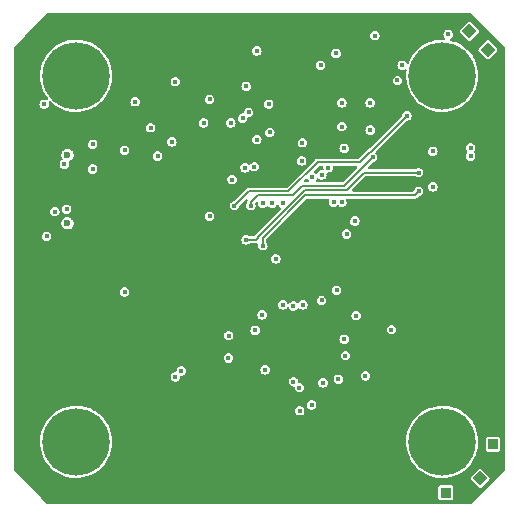
<source format=gbr>
%TF.GenerationSoftware,KiCad,Pcbnew,(6.0.7)*%
%TF.CreationDate,2025-06-09T21:53:25+08:00*%
%TF.ProjectId,ESP32-S3-MINI-1-N8_V6,45535033-322d-4533-932d-4d494e492d31,rev?*%
%TF.SameCoordinates,PX6a24da0PY78114e0*%
%TF.FileFunction,Copper,L3,Inr*%
%TF.FilePolarity,Positive*%
%FSLAX46Y46*%
G04 Gerber Fmt 4.6, Leading zero omitted, Abs format (unit mm)*
G04 Created by KiCad (PCBNEW (6.0.7)) date 2025-06-09 21:53:25*
%MOMM*%
%LPD*%
G01*
G04 APERTURE LIST*
G04 Aperture macros list*
%AMRotRect*
0 Rectangle, with rotation*
0 The origin of the aperture is its center*
0 $1 length*
0 $2 width*
0 $3 Rotation angle, in degrees counterclockwise*
0 Add horizontal line*
21,1,$1,$2,0,0,$3*%
G04 Aperture macros list end*
%TA.AperFunction,ComponentPad*%
%ADD10C,5.700000*%
%TD*%
%TA.AperFunction,ComponentPad*%
%ADD11R,0.850000X0.850000*%
%TD*%
%TA.AperFunction,ComponentPad*%
%ADD12RotRect,0.850000X0.850000X45.000000*%
%TD*%
%TA.AperFunction,ComponentPad*%
%ADD13C,0.600000*%
%TD*%
%TA.AperFunction,ViaPad*%
%ADD14C,0.400000*%
%TD*%
%TA.AperFunction,Conductor*%
%ADD15C,0.200000*%
%TD*%
G04 APERTURE END LIST*
D10*
%TO.N,N/C*%
%TO.C,REF\u002A\u002A*%
X36500000Y36500000D03*
%TD*%
%TO.N,N/C*%
%TO.C,REF\u002A\u002A*%
X36500000Y5500000D03*
%TD*%
%TO.N,N/C*%
%TO.C,REF\u002A\u002A*%
X5500000Y5500000D03*
%TD*%
D11*
%TO.N,/INDEX*%
%TO.C,J3*%
X40800000Y5300000D03*
%TD*%
D12*
%TO.N,/DIAG*%
%TO.C,J4*%
X39700000Y2400000D03*
%TD*%
D13*
%TO.N,*%
%TO.C,USB1*%
X4767500Y29790000D03*
X4767500Y24010000D03*
%TD*%
D11*
%TO.N,Net-(J1-Pad1)*%
%TO.C,J1*%
X36800000Y1200000D03*
%TD*%
D12*
%TO.N,/UART0_TX*%
%TO.C,J2*%
X40370000Y38700000D03*
%TD*%
%TO.N,/UART0_RX*%
%TO.C,J5*%
X38780000Y40260000D03*
%TD*%
D10*
%TO.N,N/C*%
%TO.C,REF\u002A\u002A*%
X5500000Y36500000D03*
%TD*%
D14*
%TO.N,GND*%
X24660000Y30830000D03*
X27700000Y10800000D03*
X21250000Y16250000D03*
X10500000Y34300000D03*
X9600000Y18200000D03*
X6900000Y30700000D03*
X29210000Y16190000D03*
%TO.N,/24V*%
X23000000Y17100000D03*
X14400000Y11500000D03*
X27550000Y18340000D03*
X13900000Y11000000D03*
%TO.N,/3V3*%
X35700000Y27100000D03*
X35700000Y30100000D03*
X30000000Y11100000D03*
X13900000Y36000000D03*
X37000000Y40000000D03*
%TO.N,/5V*%
X22400000Y21000000D03*
X12400000Y29700000D03*
X16800000Y24600000D03*
%TO.N,/ESP32_EN*%
X30800000Y39900000D03*
X29100000Y24200000D03*
%TO.N,Net-(J1-Pad1)*%
X28400000Y23100000D03*
%TO.N,/INDEX*%
X25440000Y8620000D03*
%TO.N,/DIAG*%
X24430000Y8140000D03*
%TO.N,/5V_USB*%
X3700000Y25000000D03*
X4500000Y29000000D03*
%TO.N,/GPIO3*%
X16800000Y34500000D03*
X13600000Y30900000D03*
%TO.N,/GPIO45*%
X32700000Y36100000D03*
X38900000Y29700000D03*
%TO.N,/GPIO46*%
X33100000Y37400000D03*
X38900000Y30400000D03*
%TO.N,Net-(R1-Pad1)*%
X3000000Y22900000D03*
X4700000Y25200000D03*
%TO.N,/MISO*%
X20300000Y25500000D03*
X30600000Y29600000D03*
%TO.N,/CS*%
X33500000Y33100000D03*
X18900000Y25500000D03*
%TO.N,/M13*%
X24700000Y17100000D03*
X32200000Y15000000D03*
%TO.N,/BRB*%
X23900000Y17000000D03*
X18400000Y12600000D03*
%TO.N,/BRA*%
X18412604Y14500000D03*
X26280000Y17480000D03*
%TO.N,/SCLK*%
X19900000Y22600000D03*
X34500000Y28300000D03*
%TO.N,/MOSI*%
X21302421Y22112579D03*
X34502421Y26712579D03*
%TO.N,/MCU_USB_D_P*%
X25500000Y27900000D03*
X9600000Y30200000D03*
%TO.N,/MCU_USB_D_N*%
X11800000Y32100000D03*
X24600000Y29300000D03*
%TO.N,/DIR*%
X27300000Y25800000D03*
X28200000Y14200000D03*
%TO.N,/STP*%
X28300000Y12800000D03*
X28000000Y25800000D03*
%TO.N,/GPIO1*%
X20800000Y38600000D03*
%TO.N,/GPIO2*%
X19900000Y35600000D03*
%TO.N,/GPIO4*%
X20100000Y33400000D03*
%TO.N,/GPIO5*%
X19600000Y32900000D03*
%TO.N,/GPIO12*%
X18700000Y27700000D03*
%TO.N,/GPIO13*%
X21800000Y34100000D03*
%TO.N,/GPIO14*%
X21900000Y31700000D03*
%TO.N,/GPIO6*%
X16300000Y32500000D03*
%TO.N,/GPIO7*%
X18600000Y32500000D03*
%TO.N,/GPIO21*%
X26300000Y28100000D03*
%TO.N,/GPIO48*%
X28200000Y30360000D03*
%TO.N,/GPIO8*%
X26200000Y37400000D03*
%TO.N,/GPIO42*%
X30400000Y34200000D03*
%TO.N,/GPIO41*%
X28000000Y34200000D03*
%TO.N,/GPIO40*%
X28000000Y32200000D03*
%TO.N,/GPIO39*%
X30400000Y31900000D03*
%TO.N,/GPIO34*%
X27500000Y38400000D03*
%TO.N,/GPIO33*%
X26840000Y28710000D03*
%TO.N,/GPIO9*%
X20800000Y31100000D03*
%TO.N,/TXD1*%
X26400000Y10500000D03*
X23000000Y25700000D03*
%TO.N,/MS2*%
X24400000Y10100000D03*
X22100000Y25700000D03*
%TO.N,/MS1*%
X21300000Y25700000D03*
X23900000Y10600000D03*
%TO.N,/Spread*%
X21500000Y11600000D03*
X19800000Y28700000D03*
%TO.N,/TMC_EN*%
X20600000Y28800000D03*
X20650000Y14960000D03*
%TO.N,Net-(R13-Pad1)*%
X6900000Y28600000D03*
X2800000Y34100000D03*
%TD*%
D15*
%TO.N,/MISO*%
X20300000Y25800000D02*
X20300000Y25500000D01*
X28165000Y27165000D02*
X24613493Y27165000D01*
X30600000Y29600000D02*
X28165000Y27165000D01*
X23833493Y26385000D02*
X20885000Y26385000D01*
X20885000Y26385000D02*
X20300000Y25800000D01*
X24613493Y27165000D02*
X23833493Y26385000D01*
%TO.N,/CS*%
X23467659Y26700000D02*
X20100000Y26700000D01*
X25937659Y29170000D02*
X23467659Y26700000D01*
X29505319Y29170000D02*
X25937659Y29170000D01*
X30405319Y30070000D02*
X29505319Y29170000D01*
X20100000Y26700000D02*
X18900000Y25500000D01*
X33500000Y33100000D02*
X30470000Y30070000D01*
X30470000Y30070000D02*
X30405319Y30070000D01*
%TO.N,/SCLK*%
X19900000Y22600000D02*
X20700000Y22600000D01*
X20700000Y22600000D02*
X20900000Y22800000D01*
X20900000Y22800000D02*
X20900000Y22810122D01*
X20900000Y22810122D02*
X24914878Y26825000D01*
X28425000Y26825000D02*
X29900000Y28300000D01*
X29900000Y28300000D02*
X34500000Y28300000D01*
X24914878Y26825000D02*
X28425000Y26825000D01*
%TO.N,/MOSI*%
X34502421Y26712579D02*
X34187421Y26397579D01*
X21302421Y22802421D02*
X21302421Y22112579D01*
X34187421Y26397579D02*
X24897579Y26397579D01*
X24897579Y26397579D02*
X21302421Y22802421D01*
%TD*%
%TA.AperFunction,NonConductor*%
G36*
X26402047Y28850593D02*
G01*
X26438011Y28801093D01*
X26441637Y28755014D01*
X26438031Y28732244D01*
X26434508Y28710000D01*
X26435727Y28702303D01*
X26449877Y28612962D01*
X26440306Y28552530D01*
X26397041Y28509265D01*
X26336610Y28499694D01*
X26307698Y28504273D01*
X26307697Y28504273D01*
X26300000Y28505492D01*
X26292303Y28504273D01*
X26182391Y28486865D01*
X26182390Y28486865D01*
X26174696Y28485646D01*
X26167757Y28482110D01*
X26167756Y28482110D01*
X26068597Y28431586D01*
X26068595Y28431585D01*
X26061658Y28428050D01*
X25971950Y28338342D01*
X25968415Y28331405D01*
X25968414Y28331403D01*
X25952788Y28300735D01*
X25930744Y28257470D01*
X25917732Y28231933D01*
X25874467Y28188668D01*
X25814035Y28179097D01*
X25759518Y28206874D01*
X25738342Y28228050D01*
X25731402Y28231586D01*
X25731398Y28231589D01*
X25649315Y28273413D01*
X25606050Y28316677D01*
X25596479Y28377109D01*
X25624256Y28431626D01*
X26033134Y28840504D01*
X26087651Y28868281D01*
X26103138Y28869500D01*
X26343856Y28869500D01*
X26402047Y28850593D01*
G37*
%TD.AperFunction*%
%TA.AperFunction,NonConductor*%
G36*
X25083323Y27793950D02*
G01*
X25126587Y27750685D01*
X25168411Y27668602D01*
X25168414Y27668598D01*
X25171950Y27661658D01*
X25199104Y27634504D01*
X25226881Y27579987D01*
X25217310Y27519555D01*
X25174045Y27476290D01*
X25129100Y27465500D01*
X24897138Y27465500D01*
X24838947Y27484407D01*
X24802983Y27533907D01*
X24802983Y27595093D01*
X24827134Y27634504D01*
X24968374Y27775744D01*
X25022891Y27803521D01*
X25083323Y27793950D01*
G37*
%TD.AperFunction*%
%TA.AperFunction,NonConductor*%
G36*
X29263712Y28850593D02*
G01*
X29299676Y28801093D01*
X29299676Y28739907D01*
X29275525Y28700496D01*
X28069525Y27494496D01*
X28015008Y27466719D01*
X27999521Y27465500D01*
X25870900Y27465500D01*
X25812709Y27484407D01*
X25776745Y27533907D01*
X25776745Y27595093D01*
X25800896Y27634504D01*
X25828050Y27661658D01*
X25831589Y27668602D01*
X25882268Y27768067D01*
X25925533Y27811332D01*
X25985965Y27820903D01*
X26040482Y27793126D01*
X26061658Y27771950D01*
X26068595Y27768415D01*
X26068597Y27768414D01*
X26167756Y27717890D01*
X26174696Y27714354D01*
X26182390Y27713135D01*
X26182391Y27713135D01*
X26292303Y27695727D01*
X26300000Y27694508D01*
X26307697Y27695727D01*
X26417609Y27713135D01*
X26417610Y27713135D01*
X26425304Y27714354D01*
X26432244Y27717890D01*
X26531403Y27768414D01*
X26531405Y27768415D01*
X26538342Y27771950D01*
X26628050Y27861658D01*
X26647587Y27900000D01*
X26682110Y27967756D01*
X26682110Y27967757D01*
X26685646Y27974696D01*
X26689382Y27998281D01*
X26704273Y28092303D01*
X26705492Y28100000D01*
X26694761Y28167756D01*
X26690123Y28197038D01*
X26699694Y28257470D01*
X26742959Y28300735D01*
X26803390Y28310306D01*
X26832302Y28305727D01*
X26832303Y28305727D01*
X26840000Y28304508D01*
X26847697Y28305727D01*
X26957609Y28323135D01*
X26957610Y28323135D01*
X26965304Y28324354D01*
X26972244Y28327890D01*
X27071403Y28378414D01*
X27071405Y28378415D01*
X27078342Y28381950D01*
X27168050Y28471658D01*
X27175178Y28485646D01*
X27222110Y28577756D01*
X27222110Y28577757D01*
X27225646Y28584696D01*
X27230344Y28614354D01*
X27244273Y28702303D01*
X27245492Y28710000D01*
X27241969Y28732244D01*
X27238363Y28755014D01*
X27247935Y28815446D01*
X27291200Y28858710D01*
X27336144Y28869500D01*
X29205521Y28869500D01*
X29263712Y28850593D01*
G37*
%TD.AperFunction*%
%TA.AperFunction,NonConductor*%
G36*
X38934133Y41780593D02*
G01*
X38945946Y41770504D01*
X41770504Y38945946D01*
X41798281Y38891429D01*
X41799500Y38875942D01*
X41799500Y3124058D01*
X41780593Y3065867D01*
X41770504Y3054054D01*
X38945946Y229496D01*
X38891429Y201719D01*
X38875942Y200500D01*
X3124058Y200500D01*
X3065867Y219407D01*
X3054054Y229496D01*
X2528298Y755252D01*
X36174500Y755252D01*
X36186133Y696769D01*
X36230448Y630448D01*
X36296769Y586133D01*
X36306332Y584231D01*
X36306334Y584230D01*
X36329005Y579721D01*
X36355252Y574500D01*
X37244748Y574500D01*
X37270995Y579721D01*
X37293666Y584230D01*
X37293668Y584231D01*
X37303231Y586133D01*
X37369552Y630448D01*
X37413867Y696769D01*
X37425500Y755252D01*
X37425500Y1644748D01*
X37413867Y1703231D01*
X37369552Y1769552D01*
X37303231Y1813867D01*
X37293668Y1815769D01*
X37293666Y1815770D01*
X37270995Y1820279D01*
X37244748Y1825500D01*
X36355252Y1825500D01*
X36329005Y1820279D01*
X36306334Y1815770D01*
X36306332Y1815769D01*
X36296769Y1813867D01*
X36230448Y1769552D01*
X36186133Y1703231D01*
X36174500Y1644748D01*
X36174500Y755252D01*
X2528298Y755252D01*
X883550Y2400000D01*
X38894532Y2400000D01*
X38910092Y2321769D01*
X38943220Y2272189D01*
X39572189Y1643220D01*
X39621769Y1610092D01*
X39631328Y1608191D01*
X39631330Y1608190D01*
X39690437Y1596434D01*
X39700000Y1594532D01*
X39709563Y1596434D01*
X39768670Y1608190D01*
X39768672Y1608191D01*
X39778231Y1610092D01*
X39827811Y1643220D01*
X40456780Y2272189D01*
X40489908Y2321769D01*
X40505468Y2400000D01*
X40503566Y2409563D01*
X40491810Y2468670D01*
X40491809Y2468672D01*
X40489908Y2478231D01*
X40456780Y2527811D01*
X39827811Y3156780D01*
X39778231Y3189908D01*
X39768672Y3191809D01*
X39768670Y3191810D01*
X39709563Y3203566D01*
X39700000Y3205468D01*
X39690437Y3203566D01*
X39631330Y3191810D01*
X39631328Y3191809D01*
X39621769Y3189908D01*
X39572189Y3156780D01*
X38943220Y2527811D01*
X38910092Y2478231D01*
X38908191Y2468672D01*
X38908190Y2468670D01*
X38896434Y2409563D01*
X38894532Y2400000D01*
X883550Y2400000D01*
X229496Y3054054D01*
X201719Y3108571D01*
X200500Y3124058D01*
X200500Y5542659D01*
X2444991Y5542659D01*
X2459275Y5201854D01*
X2511459Y4864766D01*
X2600892Y4535595D01*
X2726461Y4218445D01*
X2727750Y4216020D01*
X2727755Y4216010D01*
X2788885Y4101042D01*
X2886600Y3917268D01*
X2888162Y3914987D01*
X3077751Y3638098D01*
X3077756Y3638092D01*
X3079312Y3635819D01*
X3302196Y3377605D01*
X3552474Y3145845D01*
X3554692Y3144209D01*
X3554699Y3144204D01*
X3662391Y3064807D01*
X3827026Y2943428D01*
X3829421Y2942045D01*
X3829426Y2942042D01*
X4120047Y2774252D01*
X4120053Y2774249D01*
X4122431Y2772876D01*
X4435005Y2636316D01*
X4437639Y2635501D01*
X4437638Y2635501D01*
X4758213Y2536266D01*
X4758222Y2536264D01*
X4760854Y2535449D01*
X5095916Y2471532D01*
X5436014Y2445363D01*
X5438766Y2445459D01*
X5438771Y2445459D01*
X5663906Y2453321D01*
X5776910Y2457267D01*
X6114355Y2507097D01*
X6117024Y2507802D01*
X6117028Y2507803D01*
X6441482Y2593527D01*
X6441485Y2593528D01*
X6444142Y2594230D01*
X6762161Y2717582D01*
X7064448Y2875614D01*
X7347236Y3066357D01*
X7349349Y3068155D01*
X7604895Y3285642D01*
X7604898Y3285645D01*
X7606999Y3287433D01*
X7840501Y3536087D01*
X7913549Y3633732D01*
X8043170Y3806999D01*
X8043176Y3807008D01*
X8044830Y3809219D01*
X8046226Y3811599D01*
X8046231Y3811606D01*
X8216041Y4101042D01*
X8217440Y4103426D01*
X8356179Y4415039D01*
X8395269Y4538266D01*
X8458486Y4737549D01*
X8458487Y4737555D01*
X8459319Y4740176D01*
X8483460Y4862095D01*
X8525037Y5072074D01*
X8525038Y5072081D01*
X8525573Y5074783D01*
X8554116Y5414691D01*
X8555307Y5500000D01*
X8552923Y5542659D01*
X33444991Y5542659D01*
X33459275Y5201854D01*
X33511459Y4864766D01*
X33600892Y4535595D01*
X33726461Y4218445D01*
X33727750Y4216020D01*
X33727755Y4216010D01*
X33788885Y4101042D01*
X33886600Y3917268D01*
X33888162Y3914987D01*
X34077751Y3638098D01*
X34077756Y3638092D01*
X34079312Y3635819D01*
X34302196Y3377605D01*
X34552474Y3145845D01*
X34554692Y3144209D01*
X34554699Y3144204D01*
X34662391Y3064807D01*
X34827026Y2943428D01*
X34829421Y2942045D01*
X34829426Y2942042D01*
X35120047Y2774252D01*
X35120053Y2774249D01*
X35122431Y2772876D01*
X35435005Y2636316D01*
X35437639Y2635501D01*
X35437638Y2635501D01*
X35758213Y2536266D01*
X35758222Y2536264D01*
X35760854Y2535449D01*
X36095916Y2471532D01*
X36436014Y2445363D01*
X36438766Y2445459D01*
X36438771Y2445459D01*
X36663906Y2453321D01*
X36776910Y2457267D01*
X37114355Y2507097D01*
X37117024Y2507802D01*
X37117028Y2507803D01*
X37441482Y2593527D01*
X37441485Y2593528D01*
X37444142Y2594230D01*
X37762161Y2717582D01*
X38064448Y2875614D01*
X38347236Y3066357D01*
X38349349Y3068155D01*
X38604895Y3285642D01*
X38604898Y3285645D01*
X38606999Y3287433D01*
X38840501Y3536087D01*
X38913549Y3633732D01*
X39043170Y3806999D01*
X39043176Y3807008D01*
X39044830Y3809219D01*
X39046226Y3811599D01*
X39046231Y3811606D01*
X39216041Y4101042D01*
X39217440Y4103426D01*
X39356179Y4415039D01*
X39395269Y4538266D01*
X39458486Y4737549D01*
X39458487Y4737555D01*
X39459319Y4740176D01*
X39482105Y4855252D01*
X40174500Y4855252D01*
X40186133Y4796769D01*
X40230448Y4730448D01*
X40296769Y4686133D01*
X40306332Y4684231D01*
X40306334Y4684230D01*
X40329005Y4679721D01*
X40355252Y4674500D01*
X41244748Y4674500D01*
X41270995Y4679721D01*
X41293666Y4684230D01*
X41293668Y4684231D01*
X41303231Y4686133D01*
X41369552Y4730448D01*
X41413867Y4796769D01*
X41425500Y4855252D01*
X41425500Y5744748D01*
X41413867Y5803231D01*
X41369552Y5869552D01*
X41303231Y5913867D01*
X41293668Y5915769D01*
X41293666Y5915770D01*
X41270995Y5920279D01*
X41244748Y5925500D01*
X40355252Y5925500D01*
X40329005Y5920279D01*
X40306334Y5915770D01*
X40306332Y5915769D01*
X40296769Y5913867D01*
X40230448Y5869552D01*
X40186133Y5803231D01*
X40174500Y5744748D01*
X40174500Y4855252D01*
X39482105Y4855252D01*
X39483460Y4862095D01*
X39525037Y5072074D01*
X39525038Y5072081D01*
X39525573Y5074783D01*
X39554116Y5414691D01*
X39555307Y5500000D01*
X39552769Y5545409D01*
X39536420Y5837818D01*
X39536266Y5840572D01*
X39479381Y6176899D01*
X39385360Y6504789D01*
X39255375Y6820155D01*
X39091047Y7119066D01*
X39067337Y7152677D01*
X38896013Y7395545D01*
X38896009Y7395549D01*
X38894424Y7397797D01*
X38667956Y7652874D01*
X38665907Y7654719D01*
X38665903Y7654723D01*
X38416530Y7879260D01*
X38416524Y7879264D01*
X38414467Y7881117D01*
X38237579Y8007756D01*
X38139370Y8078067D01*
X38139365Y8078070D01*
X38137115Y8079681D01*
X38134698Y8081032D01*
X38134693Y8081035D01*
X37841777Y8244740D01*
X37841778Y8244740D01*
X37839358Y8246092D01*
X37836810Y8247163D01*
X37836802Y8247167D01*
X37644460Y8328020D01*
X37524908Y8378275D01*
X37522266Y8379053D01*
X37522262Y8379054D01*
X37392161Y8417344D01*
X37197682Y8474582D01*
X37029721Y8504198D01*
X36864479Y8533335D01*
X36864471Y8533336D01*
X36861760Y8533814D01*
X36521330Y8555233D01*
X36518569Y8555098D01*
X36518565Y8555098D01*
X36228968Y8540934D01*
X36180633Y8538570D01*
X35843918Y8484034D01*
X35515379Y8392304D01*
X35362972Y8330727D01*
X35201675Y8265559D01*
X35201671Y8265557D01*
X35199114Y8264524D01*
X35196690Y8263213D01*
X35196685Y8263211D01*
X34901491Y8103601D01*
X34901482Y8103596D01*
X34899062Y8102287D01*
X34618965Y7907615D01*
X34616881Y7905790D01*
X34616879Y7905789D01*
X34588697Y7881117D01*
X34362314Y7682933D01*
X34360453Y7680895D01*
X34360452Y7680894D01*
X34292385Y7606351D01*
X34132307Y7431044D01*
X33931811Y7155085D01*
X33763326Y6858497D01*
X33762237Y6855955D01*
X33762233Y6855948D01*
X33685039Y6675840D01*
X33628951Y6544977D01*
X33628155Y6542342D01*
X33628154Y6542338D01*
X33616014Y6502129D01*
X33530361Y6218431D01*
X33468785Y5882932D01*
X33468592Y5880174D01*
X33468592Y5880173D01*
X33458783Y5739890D01*
X33444991Y5542659D01*
X8552923Y5542659D01*
X8552769Y5545409D01*
X8536420Y5837818D01*
X8536266Y5840572D01*
X8479381Y6176899D01*
X8385360Y6504789D01*
X8255375Y6820155D01*
X8091047Y7119066D01*
X8067337Y7152677D01*
X7896013Y7395545D01*
X7896009Y7395549D01*
X7894424Y7397797D01*
X7667956Y7652874D01*
X7665907Y7654719D01*
X7665903Y7654723D01*
X7416530Y7879260D01*
X7416524Y7879264D01*
X7414467Y7881117D01*
X7237579Y8007756D01*
X7139370Y8078067D01*
X7139365Y8078070D01*
X7137115Y8079681D01*
X7134698Y8081032D01*
X7134693Y8081035D01*
X7029187Y8140000D01*
X24024508Y8140000D01*
X24044354Y8014696D01*
X24101950Y7901658D01*
X24191658Y7811950D01*
X24198595Y7808415D01*
X24198597Y7808414D01*
X24297756Y7757890D01*
X24304696Y7754354D01*
X24312390Y7753135D01*
X24312391Y7753135D01*
X24422303Y7735727D01*
X24430000Y7734508D01*
X24437697Y7735727D01*
X24547609Y7753135D01*
X24547610Y7753135D01*
X24555304Y7754354D01*
X24562244Y7757890D01*
X24661403Y7808414D01*
X24661405Y7808415D01*
X24668342Y7811950D01*
X24758050Y7901658D01*
X24815646Y8014696D01*
X24835492Y8140000D01*
X24815646Y8265304D01*
X24758050Y8378342D01*
X24668342Y8468050D01*
X24661405Y8471585D01*
X24661403Y8471586D01*
X24562244Y8522110D01*
X24562243Y8522110D01*
X24555304Y8525646D01*
X24547610Y8526865D01*
X24547609Y8526865D01*
X24437697Y8544273D01*
X24430000Y8545492D01*
X24422303Y8544273D01*
X24312391Y8526865D01*
X24312390Y8526865D01*
X24304696Y8525646D01*
X24297757Y8522110D01*
X24297756Y8522110D01*
X24198597Y8471586D01*
X24198595Y8471585D01*
X24191658Y8468050D01*
X24101950Y8378342D01*
X24044354Y8265304D01*
X24024508Y8140000D01*
X7029187Y8140000D01*
X6841777Y8244740D01*
X6841778Y8244740D01*
X6839358Y8246092D01*
X6836810Y8247163D01*
X6836802Y8247167D01*
X6644460Y8328020D01*
X6524908Y8378275D01*
X6522266Y8379053D01*
X6522262Y8379054D01*
X6392161Y8417344D01*
X6197682Y8474582D01*
X6029721Y8504198D01*
X5864479Y8533335D01*
X5864471Y8533336D01*
X5861760Y8533814D01*
X5521330Y8555233D01*
X5518569Y8555098D01*
X5518565Y8555098D01*
X5228968Y8540934D01*
X5180633Y8538570D01*
X4843918Y8484034D01*
X4515379Y8392304D01*
X4362972Y8330727D01*
X4201675Y8265559D01*
X4201671Y8265557D01*
X4199114Y8264524D01*
X4196690Y8263213D01*
X4196685Y8263211D01*
X3901491Y8103601D01*
X3901482Y8103596D01*
X3899062Y8102287D01*
X3618965Y7907615D01*
X3616881Y7905790D01*
X3616879Y7905789D01*
X3588697Y7881117D01*
X3362314Y7682933D01*
X3360453Y7680895D01*
X3360452Y7680894D01*
X3292385Y7606351D01*
X3132307Y7431044D01*
X2931811Y7155085D01*
X2763326Y6858497D01*
X2762237Y6855955D01*
X2762233Y6855948D01*
X2685039Y6675840D01*
X2628951Y6544977D01*
X2628155Y6542342D01*
X2628154Y6542338D01*
X2616014Y6502129D01*
X2530361Y6218431D01*
X2468785Y5882932D01*
X2468592Y5880174D01*
X2468592Y5880173D01*
X2458783Y5739890D01*
X2444991Y5542659D01*
X200500Y5542659D01*
X200500Y8620000D01*
X25034508Y8620000D01*
X25035727Y8612303D01*
X25044794Y8555059D01*
X25054354Y8494696D01*
X25057890Y8487757D01*
X25057890Y8487756D01*
X25106526Y8392304D01*
X25111950Y8381658D01*
X25201658Y8291950D01*
X25208595Y8288415D01*
X25208597Y8288414D01*
X25289549Y8247167D01*
X25314696Y8234354D01*
X25322390Y8233135D01*
X25322391Y8233135D01*
X25432303Y8215727D01*
X25440000Y8214508D01*
X25447697Y8215727D01*
X25557609Y8233135D01*
X25557610Y8233135D01*
X25565304Y8234354D01*
X25590451Y8247167D01*
X25671403Y8288414D01*
X25671405Y8288415D01*
X25678342Y8291950D01*
X25768050Y8381658D01*
X25773475Y8392304D01*
X25822110Y8487756D01*
X25822110Y8487757D01*
X25825646Y8494696D01*
X25835207Y8555059D01*
X25844273Y8612303D01*
X25845492Y8620000D01*
X25825646Y8745304D01*
X25768050Y8858342D01*
X25678342Y8948050D01*
X25671405Y8951585D01*
X25671403Y8951586D01*
X25572244Y9002110D01*
X25572243Y9002110D01*
X25565304Y9005646D01*
X25557610Y9006865D01*
X25557609Y9006865D01*
X25447697Y9024273D01*
X25440000Y9025492D01*
X25432303Y9024273D01*
X25322391Y9006865D01*
X25322390Y9006865D01*
X25314696Y9005646D01*
X25307757Y9002110D01*
X25307756Y9002110D01*
X25208597Y8951586D01*
X25208595Y8951585D01*
X25201658Y8948050D01*
X25111950Y8858342D01*
X25054354Y8745304D01*
X25034508Y8620000D01*
X200500Y8620000D01*
X200500Y11000000D01*
X13494508Y11000000D01*
X13495727Y10992303D01*
X13512620Y10885646D01*
X13514354Y10874696D01*
X13517890Y10867757D01*
X13517890Y10867756D01*
X13556336Y10792303D01*
X13571950Y10761658D01*
X13661658Y10671950D01*
X13668595Y10668415D01*
X13668597Y10668414D01*
X13767756Y10617890D01*
X13774696Y10614354D01*
X13782390Y10613135D01*
X13782391Y10613135D01*
X13892303Y10595727D01*
X13900000Y10594508D01*
X13907697Y10595727D01*
X13934676Y10600000D01*
X23494508Y10600000D01*
X23495727Y10592303D01*
X23512620Y10485646D01*
X23514354Y10474696D01*
X23517890Y10467757D01*
X23517890Y10467756D01*
X23565307Y10374696D01*
X23571950Y10361658D01*
X23661658Y10271950D01*
X23668595Y10268415D01*
X23668597Y10268414D01*
X23767756Y10217890D01*
X23774696Y10214354D01*
X23782390Y10213135D01*
X23782391Y10213135D01*
X23892303Y10195727D01*
X23900000Y10194508D01*
X23900322Y10194559D01*
X23954918Y10176820D01*
X23990882Y10127320D01*
X23994858Y10102212D01*
X23994508Y10100000D01*
X24014354Y9974696D01*
X24071950Y9861658D01*
X24161658Y9771950D01*
X24168595Y9768415D01*
X24168597Y9768414D01*
X24267756Y9717890D01*
X24274696Y9714354D01*
X24282390Y9713135D01*
X24282391Y9713135D01*
X24392303Y9695727D01*
X24400000Y9694508D01*
X24407697Y9695727D01*
X24517609Y9713135D01*
X24517610Y9713135D01*
X24525304Y9714354D01*
X24532244Y9717890D01*
X24631403Y9768414D01*
X24631405Y9768415D01*
X24638342Y9771950D01*
X24728050Y9861658D01*
X24785646Y9974696D01*
X24805492Y10100000D01*
X24801165Y10127320D01*
X24786865Y10217609D01*
X24786865Y10217610D01*
X24785646Y10225304D01*
X24728050Y10338342D01*
X24638342Y10428050D01*
X24631405Y10431585D01*
X24631403Y10431586D01*
X24532244Y10482110D01*
X24532243Y10482110D01*
X24525304Y10485646D01*
X24517610Y10486865D01*
X24517609Y10486865D01*
X24434676Y10500000D01*
X25994508Y10500000D01*
X25995727Y10492303D01*
X26005904Y10428050D01*
X26014354Y10374696D01*
X26071950Y10261658D01*
X26161658Y10171950D01*
X26168595Y10168415D01*
X26168597Y10168414D01*
X26249249Y10127320D01*
X26274696Y10114354D01*
X26282390Y10113135D01*
X26282391Y10113135D01*
X26392303Y10095727D01*
X26400000Y10094508D01*
X26407697Y10095727D01*
X26517609Y10113135D01*
X26517610Y10113135D01*
X26525304Y10114354D01*
X26550751Y10127320D01*
X26631403Y10168414D01*
X26631405Y10168415D01*
X26638342Y10171950D01*
X26728050Y10261658D01*
X26785646Y10374696D01*
X26794097Y10428050D01*
X26804273Y10492303D01*
X26805492Y10500000D01*
X26801821Y10523180D01*
X26786865Y10617609D01*
X26786865Y10617610D01*
X26785646Y10625304D01*
X26761879Y10671950D01*
X26731586Y10731403D01*
X26731585Y10731405D01*
X26728050Y10738342D01*
X26666392Y10800000D01*
X27294508Y10800000D01*
X27295727Y10792303D01*
X27306339Y10725304D01*
X27314354Y10674696D01*
X27317890Y10667757D01*
X27317890Y10667756D01*
X27356336Y10592303D01*
X27371950Y10561658D01*
X27461658Y10471950D01*
X27468595Y10468415D01*
X27468597Y10468414D01*
X27540876Y10431586D01*
X27574696Y10414354D01*
X27582390Y10413135D01*
X27582391Y10413135D01*
X27692303Y10395727D01*
X27700000Y10394508D01*
X27707697Y10395727D01*
X27817609Y10413135D01*
X27817610Y10413135D01*
X27825304Y10414354D01*
X27859124Y10431586D01*
X27931403Y10468414D01*
X27931405Y10468415D01*
X27938342Y10471950D01*
X28028050Y10561658D01*
X28043665Y10592303D01*
X28082110Y10667756D01*
X28082110Y10667757D01*
X28085646Y10674696D01*
X28093662Y10725304D01*
X28104273Y10792303D01*
X28105492Y10800000D01*
X28104273Y10807697D01*
X28086865Y10917609D01*
X28086865Y10917610D01*
X28085646Y10925304D01*
X28064016Y10967756D01*
X28031586Y11031403D01*
X28031585Y11031405D01*
X28028050Y11038342D01*
X27966392Y11100000D01*
X29594508Y11100000D01*
X29595727Y11092303D01*
X29612620Y10985646D01*
X29614354Y10974696D01*
X29617890Y10967757D01*
X29617890Y10967756D01*
X29665307Y10874696D01*
X29671950Y10861658D01*
X29761658Y10771950D01*
X29768595Y10768415D01*
X29768597Y10768414D01*
X29867756Y10717890D01*
X29874696Y10714354D01*
X29882390Y10713135D01*
X29882391Y10713135D01*
X29992303Y10695727D01*
X30000000Y10694508D01*
X30007697Y10695727D01*
X30117609Y10713135D01*
X30117610Y10713135D01*
X30125304Y10714354D01*
X30132244Y10717890D01*
X30231403Y10768414D01*
X30231405Y10768415D01*
X30238342Y10771950D01*
X30328050Y10861658D01*
X30334694Y10874696D01*
X30382110Y10967756D01*
X30382110Y10967757D01*
X30385646Y10974696D01*
X30387381Y10985646D01*
X30404273Y11092303D01*
X30405492Y11100000D01*
X30402659Y11117890D01*
X30386865Y11217609D01*
X30386865Y11217610D01*
X30385646Y11225304D01*
X30328050Y11338342D01*
X30238342Y11428050D01*
X30231405Y11431585D01*
X30231403Y11431586D01*
X30132244Y11482110D01*
X30132243Y11482110D01*
X30125304Y11485646D01*
X30117610Y11486865D01*
X30117609Y11486865D01*
X30007697Y11504273D01*
X30000000Y11505492D01*
X29992303Y11504273D01*
X29882391Y11486865D01*
X29882390Y11486865D01*
X29874696Y11485646D01*
X29867757Y11482110D01*
X29867756Y11482110D01*
X29768597Y11431586D01*
X29768595Y11431585D01*
X29761658Y11428050D01*
X29671950Y11338342D01*
X29614354Y11225304D01*
X29613135Y11217610D01*
X29613135Y11217609D01*
X29597341Y11117890D01*
X29594508Y11100000D01*
X27966392Y11100000D01*
X27938342Y11128050D01*
X27931405Y11131585D01*
X27931403Y11131586D01*
X27832244Y11182110D01*
X27832243Y11182110D01*
X27825304Y11185646D01*
X27817610Y11186865D01*
X27817609Y11186865D01*
X27707697Y11204273D01*
X27700000Y11205492D01*
X27692303Y11204273D01*
X27582391Y11186865D01*
X27582390Y11186865D01*
X27574696Y11185646D01*
X27567757Y11182110D01*
X27567756Y11182110D01*
X27468597Y11131586D01*
X27468595Y11131585D01*
X27461658Y11128050D01*
X27371950Y11038342D01*
X27368415Y11031405D01*
X27368414Y11031403D01*
X27335984Y10967756D01*
X27314354Y10925304D01*
X27313135Y10917610D01*
X27313135Y10917609D01*
X27295727Y10807697D01*
X27294508Y10800000D01*
X26666392Y10800000D01*
X26638342Y10828050D01*
X26631405Y10831585D01*
X26631403Y10831586D01*
X26532244Y10882110D01*
X26532243Y10882110D01*
X26525304Y10885646D01*
X26517610Y10886865D01*
X26517609Y10886865D01*
X26407697Y10904273D01*
X26400000Y10905492D01*
X26392303Y10904273D01*
X26282391Y10886865D01*
X26282390Y10886865D01*
X26274696Y10885646D01*
X26267757Y10882110D01*
X26267756Y10882110D01*
X26168597Y10831586D01*
X26168595Y10831585D01*
X26161658Y10828050D01*
X26071950Y10738342D01*
X26068415Y10731405D01*
X26068414Y10731403D01*
X26038121Y10671950D01*
X26014354Y10625304D01*
X26013135Y10617610D01*
X26013135Y10617609D01*
X25998179Y10523180D01*
X25994508Y10500000D01*
X24434676Y10500000D01*
X24407697Y10504273D01*
X24400000Y10505492D01*
X24399678Y10505441D01*
X24345082Y10523180D01*
X24309118Y10572680D01*
X24305142Y10597788D01*
X24305492Y10600000D01*
X24294761Y10667756D01*
X24286865Y10717609D01*
X24286865Y10717610D01*
X24285646Y10725304D01*
X24251508Y10792303D01*
X24231586Y10831403D01*
X24231585Y10831405D01*
X24228050Y10838342D01*
X24138342Y10928050D01*
X24131405Y10931585D01*
X24131403Y10931586D01*
X24032244Y10982110D01*
X24032243Y10982110D01*
X24025304Y10985646D01*
X24017610Y10986865D01*
X24017609Y10986865D01*
X23907697Y11004273D01*
X23900000Y11005492D01*
X23892303Y11004273D01*
X23782391Y10986865D01*
X23782390Y10986865D01*
X23774696Y10985646D01*
X23767757Y10982110D01*
X23767756Y10982110D01*
X23668597Y10931586D01*
X23668595Y10931585D01*
X23661658Y10928050D01*
X23571950Y10838342D01*
X23568415Y10831405D01*
X23568414Y10831403D01*
X23548492Y10792303D01*
X23514354Y10725304D01*
X23513135Y10717610D01*
X23513135Y10717609D01*
X23505239Y10667756D01*
X23494508Y10600000D01*
X13934676Y10600000D01*
X14017609Y10613135D01*
X14017610Y10613135D01*
X14025304Y10614354D01*
X14032244Y10617890D01*
X14131403Y10668414D01*
X14131405Y10668415D01*
X14138342Y10671950D01*
X14228050Y10761658D01*
X14243665Y10792303D01*
X14282110Y10867756D01*
X14282110Y10867757D01*
X14285646Y10874696D01*
X14287381Y10885646D01*
X14304273Y10992303D01*
X14305492Y11000000D01*
X14305441Y11000322D01*
X14323180Y11054918D01*
X14372680Y11090882D01*
X14397788Y11094858D01*
X14400000Y11094508D01*
X14407697Y11095727D01*
X14517609Y11113135D01*
X14517610Y11113135D01*
X14525304Y11114354D01*
X14541378Y11122544D01*
X14631403Y11168414D01*
X14631405Y11168415D01*
X14638342Y11171950D01*
X14728050Y11261658D01*
X14785646Y11374696D01*
X14787381Y11385646D01*
X14804273Y11492303D01*
X14805492Y11500000D01*
X14789654Y11600000D01*
X21094508Y11600000D01*
X21095727Y11592303D01*
X21112620Y11485646D01*
X21114354Y11474696D01*
X21117890Y11467757D01*
X21117890Y11467756D01*
X21165307Y11374696D01*
X21171950Y11361658D01*
X21261658Y11271950D01*
X21268595Y11268415D01*
X21268597Y11268414D01*
X21367756Y11217890D01*
X21374696Y11214354D01*
X21382390Y11213135D01*
X21382391Y11213135D01*
X21492303Y11195727D01*
X21500000Y11194508D01*
X21507697Y11195727D01*
X21617609Y11213135D01*
X21617610Y11213135D01*
X21625304Y11214354D01*
X21632244Y11217890D01*
X21731403Y11268414D01*
X21731405Y11268415D01*
X21738342Y11271950D01*
X21828050Y11361658D01*
X21834694Y11374696D01*
X21882110Y11467756D01*
X21882110Y11467757D01*
X21885646Y11474696D01*
X21887381Y11485646D01*
X21904273Y11592303D01*
X21905492Y11600000D01*
X21885646Y11725304D01*
X21828050Y11838342D01*
X21738342Y11928050D01*
X21731405Y11931585D01*
X21731403Y11931586D01*
X21632244Y11982110D01*
X21632243Y11982110D01*
X21625304Y11985646D01*
X21617610Y11986865D01*
X21617609Y11986865D01*
X21507697Y12004273D01*
X21500000Y12005492D01*
X21492303Y12004273D01*
X21382391Y11986865D01*
X21382390Y11986865D01*
X21374696Y11985646D01*
X21367757Y11982110D01*
X21367756Y11982110D01*
X21268597Y11931586D01*
X21268595Y11931585D01*
X21261658Y11928050D01*
X21171950Y11838342D01*
X21114354Y11725304D01*
X21094508Y11600000D01*
X14789654Y11600000D01*
X14785646Y11625304D01*
X14738614Y11717609D01*
X14731586Y11731403D01*
X14731585Y11731405D01*
X14728050Y11738342D01*
X14638342Y11828050D01*
X14631405Y11831585D01*
X14631403Y11831586D01*
X14532244Y11882110D01*
X14532243Y11882110D01*
X14525304Y11885646D01*
X14517610Y11886865D01*
X14517609Y11886865D01*
X14407697Y11904273D01*
X14400000Y11905492D01*
X14392303Y11904273D01*
X14282391Y11886865D01*
X14282390Y11886865D01*
X14274696Y11885646D01*
X14267757Y11882110D01*
X14267756Y11882110D01*
X14168597Y11831586D01*
X14168595Y11831585D01*
X14161658Y11828050D01*
X14071950Y11738342D01*
X14068415Y11731405D01*
X14068414Y11731403D01*
X14061386Y11717609D01*
X14014354Y11625304D01*
X13994508Y11500000D01*
X13994559Y11499678D01*
X13976820Y11445082D01*
X13927320Y11409118D01*
X13902212Y11405142D01*
X13900000Y11405492D01*
X13892303Y11404273D01*
X13782391Y11386865D01*
X13782390Y11386865D01*
X13774696Y11385646D01*
X13767757Y11382110D01*
X13767756Y11382110D01*
X13668597Y11331586D01*
X13668595Y11331585D01*
X13661658Y11328050D01*
X13571950Y11238342D01*
X13568415Y11231405D01*
X13568414Y11231403D01*
X13561529Y11217890D01*
X13514354Y11125304D01*
X13513135Y11117610D01*
X13513135Y11117609D01*
X13509476Y11094508D01*
X13494508Y11000000D01*
X200500Y11000000D01*
X200500Y12600000D01*
X17994508Y12600000D01*
X18014354Y12474696D01*
X18071950Y12361658D01*
X18161658Y12271950D01*
X18168595Y12268415D01*
X18168597Y12268414D01*
X18267756Y12217890D01*
X18274696Y12214354D01*
X18282390Y12213135D01*
X18282391Y12213135D01*
X18392303Y12195727D01*
X18400000Y12194508D01*
X18407697Y12195727D01*
X18517609Y12213135D01*
X18517610Y12213135D01*
X18525304Y12214354D01*
X18532244Y12217890D01*
X18631403Y12268414D01*
X18631405Y12268415D01*
X18638342Y12271950D01*
X18728050Y12361658D01*
X18785646Y12474696D01*
X18805492Y12600000D01*
X18794761Y12667756D01*
X18786865Y12717609D01*
X18786865Y12717610D01*
X18785646Y12725304D01*
X18751508Y12792303D01*
X18747586Y12800000D01*
X27894508Y12800000D01*
X27895727Y12792303D01*
X27906339Y12725304D01*
X27914354Y12674696D01*
X27917890Y12667757D01*
X27917890Y12667756D01*
X27956336Y12592303D01*
X27971950Y12561658D01*
X28061658Y12471950D01*
X28068595Y12468415D01*
X28068597Y12468414D01*
X28167756Y12417890D01*
X28174696Y12414354D01*
X28182390Y12413135D01*
X28182391Y12413135D01*
X28292303Y12395727D01*
X28300000Y12394508D01*
X28307697Y12395727D01*
X28417609Y12413135D01*
X28417610Y12413135D01*
X28425304Y12414354D01*
X28432244Y12417890D01*
X28531403Y12468414D01*
X28531405Y12468415D01*
X28538342Y12471950D01*
X28628050Y12561658D01*
X28643665Y12592303D01*
X28682110Y12667756D01*
X28682110Y12667757D01*
X28685646Y12674696D01*
X28693662Y12725304D01*
X28704273Y12792303D01*
X28705492Y12800000D01*
X28685646Y12925304D01*
X28628050Y13038342D01*
X28538342Y13128050D01*
X28531405Y13131585D01*
X28531403Y13131586D01*
X28432244Y13182110D01*
X28432243Y13182110D01*
X28425304Y13185646D01*
X28417610Y13186865D01*
X28417609Y13186865D01*
X28307697Y13204273D01*
X28300000Y13205492D01*
X28292303Y13204273D01*
X28182391Y13186865D01*
X28182390Y13186865D01*
X28174696Y13185646D01*
X28167757Y13182110D01*
X28167756Y13182110D01*
X28068597Y13131586D01*
X28068595Y13131585D01*
X28061658Y13128050D01*
X27971950Y13038342D01*
X27914354Y12925304D01*
X27894508Y12800000D01*
X18747586Y12800000D01*
X18731586Y12831403D01*
X18731585Y12831405D01*
X18728050Y12838342D01*
X18638342Y12928050D01*
X18631405Y12931585D01*
X18631403Y12931586D01*
X18532244Y12982110D01*
X18532243Y12982110D01*
X18525304Y12985646D01*
X18517610Y12986865D01*
X18517609Y12986865D01*
X18407697Y13004273D01*
X18400000Y13005492D01*
X18392303Y13004273D01*
X18282391Y12986865D01*
X18282390Y12986865D01*
X18274696Y12985646D01*
X18267757Y12982110D01*
X18267756Y12982110D01*
X18168597Y12931586D01*
X18168595Y12931585D01*
X18161658Y12928050D01*
X18071950Y12838342D01*
X18068415Y12831405D01*
X18068414Y12831403D01*
X18048492Y12792303D01*
X18014354Y12725304D01*
X18013135Y12717610D01*
X18013135Y12717609D01*
X18005239Y12667756D01*
X17994508Y12600000D01*
X200500Y12600000D01*
X200500Y14500000D01*
X18007112Y14500000D01*
X18008331Y14492303D01*
X18017977Y14431403D01*
X18026958Y14374696D01*
X18030494Y14367757D01*
X18030494Y14367756D01*
X18052125Y14325304D01*
X18084554Y14261658D01*
X18174262Y14171950D01*
X18181199Y14168415D01*
X18181201Y14168414D01*
X18280360Y14117890D01*
X18287300Y14114354D01*
X18294994Y14113135D01*
X18294995Y14113135D01*
X18404907Y14095727D01*
X18412604Y14094508D01*
X18420301Y14095727D01*
X18530213Y14113135D01*
X18530214Y14113135D01*
X18537908Y14114354D01*
X18544848Y14117890D01*
X18644007Y14168414D01*
X18644009Y14168415D01*
X18650946Y14171950D01*
X18678996Y14200000D01*
X27794508Y14200000D01*
X27795727Y14192303D01*
X27798079Y14177456D01*
X27814354Y14074696D01*
X27871950Y13961658D01*
X27961658Y13871950D01*
X27968595Y13868415D01*
X27968597Y13868414D01*
X28067756Y13817890D01*
X28074696Y13814354D01*
X28082390Y13813135D01*
X28082391Y13813135D01*
X28192303Y13795727D01*
X28200000Y13794508D01*
X28207697Y13795727D01*
X28317609Y13813135D01*
X28317610Y13813135D01*
X28325304Y13814354D01*
X28332244Y13817890D01*
X28431403Y13868414D01*
X28431405Y13868415D01*
X28438342Y13871950D01*
X28528050Y13961658D01*
X28585646Y14074696D01*
X28601922Y14177456D01*
X28604273Y14192303D01*
X28605492Y14200000D01*
X28604273Y14207697D01*
X28586865Y14317609D01*
X28586865Y14317610D01*
X28585646Y14325304D01*
X28564016Y14367756D01*
X28531586Y14431403D01*
X28531585Y14431405D01*
X28528050Y14438342D01*
X28438342Y14528050D01*
X28431405Y14531585D01*
X28431403Y14531586D01*
X28332244Y14582110D01*
X28332243Y14582110D01*
X28325304Y14585646D01*
X28317610Y14586865D01*
X28317609Y14586865D01*
X28207697Y14604273D01*
X28200000Y14605492D01*
X28192303Y14604273D01*
X28082391Y14586865D01*
X28082390Y14586865D01*
X28074696Y14585646D01*
X28067757Y14582110D01*
X28067756Y14582110D01*
X27968597Y14531586D01*
X27968595Y14531585D01*
X27961658Y14528050D01*
X27871950Y14438342D01*
X27868415Y14431405D01*
X27868414Y14431403D01*
X27835984Y14367756D01*
X27814354Y14325304D01*
X27813135Y14317610D01*
X27813135Y14317609D01*
X27795727Y14207697D01*
X27794508Y14200000D01*
X18678996Y14200000D01*
X18740654Y14261658D01*
X18773084Y14325304D01*
X18794714Y14367756D01*
X18794714Y14367757D01*
X18798250Y14374696D01*
X18807232Y14431403D01*
X18816877Y14492303D01*
X18818096Y14500000D01*
X18816877Y14507697D01*
X18799469Y14617609D01*
X18799469Y14617610D01*
X18798250Y14625304D01*
X18771677Y14677456D01*
X18744190Y14731403D01*
X18744189Y14731405D01*
X18740654Y14738342D01*
X18650946Y14828050D01*
X18644009Y14831585D01*
X18644007Y14831586D01*
X18544848Y14882110D01*
X18544847Y14882110D01*
X18537908Y14885646D01*
X18530214Y14886865D01*
X18530213Y14886865D01*
X18420301Y14904273D01*
X18412604Y14905492D01*
X18404907Y14904273D01*
X18294995Y14886865D01*
X18294994Y14886865D01*
X18287300Y14885646D01*
X18280361Y14882110D01*
X18280360Y14882110D01*
X18181201Y14831586D01*
X18181199Y14831585D01*
X18174262Y14828050D01*
X18084554Y14738342D01*
X18081019Y14731405D01*
X18081018Y14731403D01*
X18053531Y14677456D01*
X18026958Y14625304D01*
X18025739Y14617610D01*
X18025739Y14617609D01*
X18008331Y14507697D01*
X18007112Y14500000D01*
X200500Y14500000D01*
X200500Y14960000D01*
X20244508Y14960000D01*
X20245727Y14952303D01*
X20258019Y14874696D01*
X20264354Y14834696D01*
X20267890Y14827757D01*
X20267890Y14827756D01*
X20316985Y14731403D01*
X20321950Y14721658D01*
X20411658Y14631950D01*
X20418595Y14628415D01*
X20418597Y14628414D01*
X20500142Y14586865D01*
X20524696Y14574354D01*
X20532390Y14573135D01*
X20532391Y14573135D01*
X20642303Y14555727D01*
X20650000Y14554508D01*
X20657697Y14555727D01*
X20767609Y14573135D01*
X20767610Y14573135D01*
X20775304Y14574354D01*
X20799858Y14586865D01*
X20881403Y14628414D01*
X20881405Y14628415D01*
X20888342Y14631950D01*
X20978050Y14721658D01*
X20983016Y14731403D01*
X21032110Y14827756D01*
X21032110Y14827757D01*
X21035646Y14834696D01*
X21041982Y14874696D01*
X21054273Y14952303D01*
X21055492Y14960000D01*
X21049157Y15000000D01*
X31794508Y15000000D01*
X31795727Y14992303D01*
X31812620Y14885646D01*
X31814354Y14874696D01*
X31871950Y14761658D01*
X31961658Y14671950D01*
X31968595Y14668415D01*
X31968597Y14668414D01*
X32067756Y14617890D01*
X32074696Y14614354D01*
X32082390Y14613135D01*
X32082391Y14613135D01*
X32192303Y14595727D01*
X32200000Y14594508D01*
X32207697Y14595727D01*
X32317609Y14613135D01*
X32317610Y14613135D01*
X32325304Y14614354D01*
X32332244Y14617890D01*
X32431403Y14668414D01*
X32431405Y14668415D01*
X32438342Y14671950D01*
X32528050Y14761658D01*
X32585646Y14874696D01*
X32587381Y14885646D01*
X32604273Y14992303D01*
X32605492Y15000000D01*
X32593200Y15077609D01*
X32586865Y15117609D01*
X32586865Y15117610D01*
X32585646Y15125304D01*
X32528050Y15238342D01*
X32438342Y15328050D01*
X32431405Y15331585D01*
X32431403Y15331586D01*
X32332244Y15382110D01*
X32332243Y15382110D01*
X32325304Y15385646D01*
X32317610Y15386865D01*
X32317609Y15386865D01*
X32207697Y15404273D01*
X32200000Y15405492D01*
X32192303Y15404273D01*
X32082391Y15386865D01*
X32082390Y15386865D01*
X32074696Y15385646D01*
X32067757Y15382110D01*
X32067756Y15382110D01*
X31968597Y15331586D01*
X31968595Y15331585D01*
X31961658Y15328050D01*
X31871950Y15238342D01*
X31814354Y15125304D01*
X31813135Y15117610D01*
X31813135Y15117609D01*
X31806800Y15077609D01*
X31794508Y15000000D01*
X21049157Y15000000D01*
X21035646Y15085304D01*
X20978050Y15198342D01*
X20888342Y15288050D01*
X20881405Y15291585D01*
X20881403Y15291586D01*
X20782244Y15342110D01*
X20782243Y15342110D01*
X20775304Y15345646D01*
X20767610Y15346865D01*
X20767609Y15346865D01*
X20657697Y15364273D01*
X20650000Y15365492D01*
X20642303Y15364273D01*
X20532391Y15346865D01*
X20532390Y15346865D01*
X20524696Y15345646D01*
X20517757Y15342110D01*
X20517756Y15342110D01*
X20418597Y15291586D01*
X20418595Y15291585D01*
X20411658Y15288050D01*
X20321950Y15198342D01*
X20264354Y15085304D01*
X20244508Y14960000D01*
X200500Y14960000D01*
X200500Y16250000D01*
X20844508Y16250000D01*
X20864354Y16124696D01*
X20867890Y16117757D01*
X20867890Y16117756D01*
X20894926Y16064696D01*
X20921950Y16011658D01*
X21011658Y15921950D01*
X21018595Y15918415D01*
X21018597Y15918414D01*
X21117756Y15867890D01*
X21124696Y15864354D01*
X21132390Y15863135D01*
X21132391Y15863135D01*
X21242303Y15845727D01*
X21250000Y15844508D01*
X21257697Y15845727D01*
X21367609Y15863135D01*
X21367610Y15863135D01*
X21375304Y15864354D01*
X21382244Y15867890D01*
X21481403Y15918414D01*
X21481405Y15918415D01*
X21488342Y15921950D01*
X21578050Y16011658D01*
X21605075Y16064696D01*
X21632110Y16117756D01*
X21632110Y16117757D01*
X21635646Y16124696D01*
X21645989Y16190000D01*
X28804508Y16190000D01*
X28824354Y16064696D01*
X28827890Y16057757D01*
X28827890Y16057756D01*
X28847843Y16018597D01*
X28881950Y15951658D01*
X28971658Y15861950D01*
X28978595Y15858415D01*
X28978597Y15858414D01*
X29077756Y15807890D01*
X29084696Y15804354D01*
X29092390Y15803135D01*
X29092391Y15803135D01*
X29202303Y15785727D01*
X29210000Y15784508D01*
X29217697Y15785727D01*
X29327609Y15803135D01*
X29327610Y15803135D01*
X29335304Y15804354D01*
X29342244Y15807890D01*
X29441403Y15858414D01*
X29441405Y15858415D01*
X29448342Y15861950D01*
X29538050Y15951658D01*
X29572158Y16018597D01*
X29592110Y16057756D01*
X29592110Y16057757D01*
X29595646Y16064696D01*
X29615492Y16190000D01*
X29595646Y16315304D01*
X29568995Y16367609D01*
X29541586Y16421403D01*
X29541585Y16421405D01*
X29538050Y16428342D01*
X29448342Y16518050D01*
X29441405Y16521585D01*
X29441403Y16521586D01*
X29342244Y16572110D01*
X29342243Y16572110D01*
X29335304Y16575646D01*
X29327610Y16576865D01*
X29327609Y16576865D01*
X29217697Y16594273D01*
X29210000Y16595492D01*
X29202303Y16594273D01*
X29092391Y16576865D01*
X29092390Y16576865D01*
X29084696Y16575646D01*
X29077757Y16572110D01*
X29077756Y16572110D01*
X28978597Y16521586D01*
X28978595Y16521585D01*
X28971658Y16518050D01*
X28881950Y16428342D01*
X28878415Y16421405D01*
X28878414Y16421403D01*
X28851005Y16367609D01*
X28824354Y16315304D01*
X28804508Y16190000D01*
X21645989Y16190000D01*
X21655492Y16250000D01*
X21635646Y16375304D01*
X21632110Y16382244D01*
X21581586Y16481403D01*
X21581585Y16481405D01*
X21578050Y16488342D01*
X21488342Y16578050D01*
X21481405Y16581585D01*
X21481403Y16581586D01*
X21382244Y16632110D01*
X21382243Y16632110D01*
X21375304Y16635646D01*
X21367610Y16636865D01*
X21367609Y16636865D01*
X21257697Y16654273D01*
X21250000Y16655492D01*
X21242303Y16654273D01*
X21132391Y16636865D01*
X21132390Y16636865D01*
X21124696Y16635646D01*
X21117757Y16632110D01*
X21117756Y16632110D01*
X21018597Y16581586D01*
X21018595Y16581585D01*
X21011658Y16578050D01*
X20921950Y16488342D01*
X20918415Y16481405D01*
X20918414Y16481403D01*
X20867890Y16382244D01*
X20864354Y16375304D01*
X20844508Y16250000D01*
X200500Y16250000D01*
X200500Y17100000D01*
X22594508Y17100000D01*
X22614354Y16974696D01*
X22617890Y16967757D01*
X22617890Y16967756D01*
X22665650Y16874023D01*
X22671950Y16861658D01*
X22761658Y16771950D01*
X22768595Y16768415D01*
X22768597Y16768414D01*
X22792663Y16756152D01*
X22874696Y16714354D01*
X22882390Y16713135D01*
X22882391Y16713135D01*
X22992303Y16695727D01*
X23000000Y16694508D01*
X23007697Y16695727D01*
X23117609Y16713135D01*
X23117610Y16713135D01*
X23125304Y16714354D01*
X23207337Y16756152D01*
X23231403Y16768414D01*
X23231405Y16768415D01*
X23238342Y16771950D01*
X23328050Y16861658D01*
X23334351Y16874023D01*
X23336672Y16878579D01*
X23379936Y16921844D01*
X23440368Y16931416D01*
X23494885Y16903639D01*
X23513034Y16874023D01*
X23514354Y16874696D01*
X23538718Y16826880D01*
X23571950Y16761658D01*
X23661658Y16671950D01*
X23668595Y16668415D01*
X23668597Y16668414D01*
X23732908Y16635646D01*
X23774696Y16614354D01*
X23782390Y16613135D01*
X23782391Y16613135D01*
X23892303Y16595727D01*
X23900000Y16594508D01*
X23907697Y16595727D01*
X24017609Y16613135D01*
X24017610Y16613135D01*
X24025304Y16614354D01*
X24067092Y16635646D01*
X24131403Y16668414D01*
X24131405Y16668415D01*
X24138342Y16671950D01*
X24228050Y16761658D01*
X24248514Y16801821D01*
X24291779Y16845086D01*
X24352211Y16854657D01*
X24406728Y16826880D01*
X24461658Y16771950D01*
X24468595Y16768415D01*
X24468597Y16768414D01*
X24492663Y16756152D01*
X24574696Y16714354D01*
X24582390Y16713135D01*
X24582391Y16713135D01*
X24692303Y16695727D01*
X24700000Y16694508D01*
X24707697Y16695727D01*
X24817609Y16713135D01*
X24817610Y16713135D01*
X24825304Y16714354D01*
X24907337Y16756152D01*
X24931403Y16768414D01*
X24931405Y16768415D01*
X24938342Y16771950D01*
X25028050Y16861658D01*
X25034351Y16874023D01*
X25082110Y16967756D01*
X25082110Y16967757D01*
X25085646Y16974696D01*
X25105492Y17100000D01*
X25096392Y17157456D01*
X25086865Y17217609D01*
X25086865Y17217610D01*
X25085646Y17225304D01*
X25070559Y17254914D01*
X25031586Y17331403D01*
X25031585Y17331405D01*
X25028050Y17338342D01*
X24938342Y17428050D01*
X24931405Y17431585D01*
X24931403Y17431586D01*
X24836385Y17480000D01*
X25874508Y17480000D01*
X25894354Y17354696D01*
X25897890Y17347757D01*
X25897890Y17347756D01*
X25945196Y17254914D01*
X25951950Y17241658D01*
X26041658Y17151950D01*
X26048595Y17148415D01*
X26048597Y17148414D01*
X26093953Y17125304D01*
X26154696Y17094354D01*
X26162390Y17093135D01*
X26162391Y17093135D01*
X26272303Y17075727D01*
X26280000Y17074508D01*
X26287697Y17075727D01*
X26397609Y17093135D01*
X26397610Y17093135D01*
X26405304Y17094354D01*
X26466047Y17125304D01*
X26511403Y17148414D01*
X26511405Y17148415D01*
X26518342Y17151950D01*
X26608050Y17241658D01*
X26614805Y17254914D01*
X26662110Y17347756D01*
X26662110Y17347757D01*
X26665646Y17354696D01*
X26685492Y17480000D01*
X26665646Y17605304D01*
X26608050Y17718342D01*
X26518342Y17808050D01*
X26511405Y17811585D01*
X26511403Y17811586D01*
X26412244Y17862110D01*
X26412243Y17862110D01*
X26405304Y17865646D01*
X26397610Y17866865D01*
X26397609Y17866865D01*
X26287697Y17884273D01*
X26280000Y17885492D01*
X26272303Y17884273D01*
X26162391Y17866865D01*
X26162390Y17866865D01*
X26154696Y17865646D01*
X26147757Y17862110D01*
X26147756Y17862110D01*
X26048597Y17811586D01*
X26048595Y17811585D01*
X26041658Y17808050D01*
X25951950Y17718342D01*
X25894354Y17605304D01*
X25874508Y17480000D01*
X24836385Y17480000D01*
X24832244Y17482110D01*
X24832243Y17482110D01*
X24825304Y17485646D01*
X24817610Y17486865D01*
X24817609Y17486865D01*
X24707697Y17504273D01*
X24700000Y17505492D01*
X24692303Y17504273D01*
X24582391Y17486865D01*
X24582390Y17486865D01*
X24574696Y17485646D01*
X24567757Y17482110D01*
X24567756Y17482110D01*
X24468597Y17431586D01*
X24468595Y17431585D01*
X24461658Y17428050D01*
X24371950Y17338342D01*
X24368415Y17331405D01*
X24368414Y17331403D01*
X24351486Y17298179D01*
X24308221Y17254914D01*
X24247789Y17245343D01*
X24193272Y17273120D01*
X24138342Y17328050D01*
X24131405Y17331585D01*
X24131403Y17331586D01*
X24032244Y17382110D01*
X24032243Y17382110D01*
X24025304Y17385646D01*
X24017610Y17386865D01*
X24017609Y17386865D01*
X23907697Y17404273D01*
X23900000Y17405492D01*
X23892303Y17404273D01*
X23782391Y17386865D01*
X23782390Y17386865D01*
X23774696Y17385646D01*
X23767757Y17382110D01*
X23767756Y17382110D01*
X23668597Y17331586D01*
X23668595Y17331585D01*
X23661658Y17328050D01*
X23571950Y17238342D01*
X23568414Y17231403D01*
X23568413Y17231401D01*
X23563328Y17221421D01*
X23520064Y17178156D01*
X23459632Y17168584D01*
X23405115Y17196361D01*
X23386966Y17225977D01*
X23385646Y17225304D01*
X23331586Y17331403D01*
X23331585Y17331405D01*
X23328050Y17338342D01*
X23238342Y17428050D01*
X23231405Y17431585D01*
X23231403Y17431586D01*
X23132244Y17482110D01*
X23132243Y17482110D01*
X23125304Y17485646D01*
X23117610Y17486865D01*
X23117609Y17486865D01*
X23007697Y17504273D01*
X23000000Y17505492D01*
X22992303Y17504273D01*
X22882391Y17486865D01*
X22882390Y17486865D01*
X22874696Y17485646D01*
X22867757Y17482110D01*
X22867756Y17482110D01*
X22768597Y17431586D01*
X22768595Y17431585D01*
X22761658Y17428050D01*
X22671950Y17338342D01*
X22668415Y17331405D01*
X22668414Y17331403D01*
X22629441Y17254914D01*
X22614354Y17225304D01*
X22613135Y17217610D01*
X22613135Y17217609D01*
X22603608Y17157456D01*
X22594508Y17100000D01*
X200500Y17100000D01*
X200500Y18200000D01*
X9194508Y18200000D01*
X9195727Y18192303D01*
X9210084Y18101658D01*
X9214354Y18074696D01*
X9217890Y18067757D01*
X9217890Y18067756D01*
X9248127Y18008414D01*
X9271950Y17961658D01*
X9361658Y17871950D01*
X9368595Y17868415D01*
X9368597Y17868414D01*
X9467756Y17817890D01*
X9474696Y17814354D01*
X9482390Y17813135D01*
X9482391Y17813135D01*
X9592303Y17795727D01*
X9600000Y17794508D01*
X9607697Y17795727D01*
X9717609Y17813135D01*
X9717610Y17813135D01*
X9725304Y17814354D01*
X9732244Y17817890D01*
X9831403Y17868414D01*
X9831405Y17868415D01*
X9838342Y17871950D01*
X9928050Y17961658D01*
X9951874Y18008414D01*
X9982110Y18067756D01*
X9982110Y18067757D01*
X9985646Y18074696D01*
X9989917Y18101658D01*
X10004273Y18192303D01*
X10005492Y18200000D01*
X9985646Y18325304D01*
X9978158Y18340000D01*
X27144508Y18340000D01*
X27164354Y18214696D01*
X27221950Y18101658D01*
X27311658Y18011950D01*
X27318595Y18008415D01*
X27318597Y18008414D01*
X27410361Y17961658D01*
X27424696Y17954354D01*
X27432390Y17953135D01*
X27432391Y17953135D01*
X27542303Y17935727D01*
X27550000Y17934508D01*
X27557697Y17935727D01*
X27667609Y17953135D01*
X27667610Y17953135D01*
X27675304Y17954354D01*
X27689639Y17961658D01*
X27781403Y18008414D01*
X27781405Y18008415D01*
X27788342Y18011950D01*
X27878050Y18101658D01*
X27935646Y18214696D01*
X27955492Y18340000D01*
X27954273Y18347697D01*
X27936865Y18457609D01*
X27936865Y18457610D01*
X27935646Y18465304D01*
X27903675Y18528050D01*
X27881586Y18571403D01*
X27881585Y18571405D01*
X27878050Y18578342D01*
X27788342Y18668050D01*
X27781405Y18671585D01*
X27781403Y18671586D01*
X27682244Y18722110D01*
X27682243Y18722110D01*
X27675304Y18725646D01*
X27667610Y18726865D01*
X27667609Y18726865D01*
X27557697Y18744273D01*
X27550000Y18745492D01*
X27542303Y18744273D01*
X27432391Y18726865D01*
X27432390Y18726865D01*
X27424696Y18725646D01*
X27417757Y18722110D01*
X27417756Y18722110D01*
X27318597Y18671586D01*
X27318595Y18671585D01*
X27311658Y18668050D01*
X27221950Y18578342D01*
X27218415Y18571405D01*
X27218414Y18571403D01*
X27196325Y18528050D01*
X27164354Y18465304D01*
X27163135Y18457610D01*
X27163135Y18457609D01*
X27145727Y18347697D01*
X27144508Y18340000D01*
X9978158Y18340000D01*
X9928050Y18438342D01*
X9838342Y18528050D01*
X9831405Y18531585D01*
X9831403Y18531586D01*
X9732244Y18582110D01*
X9732243Y18582110D01*
X9725304Y18585646D01*
X9717610Y18586865D01*
X9717609Y18586865D01*
X9607697Y18604273D01*
X9600000Y18605492D01*
X9592303Y18604273D01*
X9482391Y18586865D01*
X9482390Y18586865D01*
X9474696Y18585646D01*
X9467757Y18582110D01*
X9467756Y18582110D01*
X9368597Y18531586D01*
X9368595Y18531585D01*
X9361658Y18528050D01*
X9271950Y18438342D01*
X9214354Y18325304D01*
X9194508Y18200000D01*
X200500Y18200000D01*
X200500Y21000000D01*
X21994508Y21000000D01*
X22014354Y20874696D01*
X22071950Y20761658D01*
X22161658Y20671950D01*
X22168595Y20668415D01*
X22168597Y20668414D01*
X22267756Y20617890D01*
X22274696Y20614354D01*
X22282390Y20613135D01*
X22282391Y20613135D01*
X22392303Y20595727D01*
X22400000Y20594508D01*
X22407697Y20595727D01*
X22517609Y20613135D01*
X22517610Y20613135D01*
X22525304Y20614354D01*
X22532244Y20617890D01*
X22631403Y20668414D01*
X22631405Y20668415D01*
X22638342Y20671950D01*
X22728050Y20761658D01*
X22785646Y20874696D01*
X22805492Y21000000D01*
X22785646Y21125304D01*
X22728050Y21238342D01*
X22638342Y21328050D01*
X22631405Y21331585D01*
X22631403Y21331586D01*
X22532244Y21382110D01*
X22532243Y21382110D01*
X22525304Y21385646D01*
X22517610Y21386865D01*
X22517609Y21386865D01*
X22407697Y21404273D01*
X22400000Y21405492D01*
X22392303Y21404273D01*
X22282391Y21386865D01*
X22282390Y21386865D01*
X22274696Y21385646D01*
X22267757Y21382110D01*
X22267756Y21382110D01*
X22168597Y21331586D01*
X22168595Y21331585D01*
X22161658Y21328050D01*
X22071950Y21238342D01*
X22014354Y21125304D01*
X21994508Y21000000D01*
X200500Y21000000D01*
X200500Y22900000D01*
X2594508Y22900000D01*
X2595727Y22892303D01*
X2605373Y22831403D01*
X2614354Y22774696D01*
X2617890Y22767757D01*
X2617890Y22767756D01*
X2663649Y22677950D01*
X2671950Y22661658D01*
X2761658Y22571950D01*
X2768595Y22568415D01*
X2768597Y22568414D01*
X2867756Y22517890D01*
X2874696Y22514354D01*
X2882390Y22513135D01*
X2882391Y22513135D01*
X2992303Y22495727D01*
X3000000Y22494508D01*
X3007697Y22495727D01*
X3117609Y22513135D01*
X3117610Y22513135D01*
X3125304Y22514354D01*
X3132244Y22517890D01*
X3231403Y22568414D01*
X3231405Y22568415D01*
X3238342Y22571950D01*
X3328050Y22661658D01*
X3336352Y22677950D01*
X3382110Y22767756D01*
X3382110Y22767757D01*
X3385646Y22774696D01*
X3394628Y22831403D01*
X3404273Y22892303D01*
X3405492Y22900000D01*
X3404273Y22907697D01*
X3386865Y23017609D01*
X3386865Y23017610D01*
X3385646Y23025304D01*
X3373652Y23048844D01*
X3331586Y23131403D01*
X3331585Y23131405D01*
X3328050Y23138342D01*
X3238342Y23228050D01*
X3231405Y23231585D01*
X3231403Y23231586D01*
X3132244Y23282110D01*
X3132243Y23282110D01*
X3125304Y23285646D01*
X3117610Y23286865D01*
X3117609Y23286865D01*
X3007697Y23304273D01*
X3000000Y23305492D01*
X2992303Y23304273D01*
X2882391Y23286865D01*
X2882390Y23286865D01*
X2874696Y23285646D01*
X2867757Y23282110D01*
X2867756Y23282110D01*
X2768597Y23231586D01*
X2768595Y23231585D01*
X2761658Y23228050D01*
X2671950Y23138342D01*
X2668415Y23131405D01*
X2668414Y23131403D01*
X2626348Y23048844D01*
X2614354Y23025304D01*
X2613135Y23017610D01*
X2613135Y23017609D01*
X2595727Y22907697D01*
X2594508Y22900000D01*
X200500Y22900000D01*
X200500Y23977010D01*
X4243143Y23977010D01*
X4244477Y23970395D01*
X4244477Y23970392D01*
X4257159Y23907499D01*
X4271330Y23837215D01*
X4336073Y23710151D01*
X4432601Y23605177D01*
X4438338Y23601620D01*
X4548067Y23533585D01*
X4548070Y23533584D01*
X4553803Y23530029D01*
X4690749Y23490242D01*
X4695919Y23489862D01*
X4695921Y23489862D01*
X4699053Y23489632D01*
X4699060Y23489632D01*
X4700854Y23489500D01*
X4803227Y23489500D01*
X4908789Y23503960D01*
X4914976Y23506638D01*
X4914978Y23506638D01*
X5033478Y23557918D01*
X5033480Y23557919D01*
X5039668Y23560597D01*
X5150496Y23650343D01*
X5233106Y23766587D01*
X5235390Y23772932D01*
X5235392Y23772935D01*
X5271039Y23871950D01*
X5281413Y23900764D01*
X5285481Y23956152D01*
X5291363Y24036257D01*
X5291363Y24036260D01*
X5291857Y24042990D01*
X5286864Y24067756D01*
X5265003Y24176172D01*
X5263670Y24182785D01*
X5198927Y24309849D01*
X5191792Y24317609D01*
X5106967Y24409855D01*
X5102399Y24414823D01*
X5037347Y24455157D01*
X4986933Y24486415D01*
X4986930Y24486416D01*
X4981197Y24489971D01*
X4844251Y24529758D01*
X4839081Y24530138D01*
X4839079Y24530138D01*
X4835947Y24530368D01*
X4835940Y24530368D01*
X4834146Y24530500D01*
X4731773Y24530500D01*
X4626211Y24516040D01*
X4620024Y24513362D01*
X4620022Y24513362D01*
X4501522Y24462082D01*
X4501520Y24462081D01*
X4495332Y24459403D01*
X4384504Y24369657D01*
X4374907Y24356152D01*
X4312555Y24268414D01*
X4301894Y24253413D01*
X4299610Y24247068D01*
X4299608Y24247065D01*
X4280687Y24194508D01*
X4253587Y24119236D01*
X4253093Y24112504D01*
X4253092Y24112501D01*
X4243637Y23983743D01*
X4243143Y23977010D01*
X200500Y23977010D01*
X200500Y25000000D01*
X3294508Y25000000D01*
X3295727Y24992303D01*
X3305904Y24928050D01*
X3314354Y24874696D01*
X3371950Y24761658D01*
X3461658Y24671950D01*
X3468595Y24668415D01*
X3468597Y24668414D01*
X3567756Y24617890D01*
X3574696Y24614354D01*
X3582390Y24613135D01*
X3582391Y24613135D01*
X3692303Y24595727D01*
X3700000Y24594508D01*
X3707697Y24595727D01*
X3734676Y24600000D01*
X16394508Y24600000D01*
X16395727Y24592303D01*
X16411935Y24489971D01*
X16414354Y24474696D01*
X16417890Y24467757D01*
X16417890Y24467756D01*
X16465709Y24373907D01*
X16471950Y24361658D01*
X16561658Y24271950D01*
X16568595Y24268415D01*
X16568597Y24268414D01*
X16610497Y24247065D01*
X16674696Y24214354D01*
X16682390Y24213135D01*
X16682391Y24213135D01*
X16792303Y24195727D01*
X16800000Y24194508D01*
X16807697Y24195727D01*
X16917609Y24213135D01*
X16917610Y24213135D01*
X16925304Y24214354D01*
X16989503Y24247065D01*
X17031403Y24268414D01*
X17031405Y24268415D01*
X17038342Y24271950D01*
X17128050Y24361658D01*
X17134292Y24373907D01*
X17182110Y24467756D01*
X17182110Y24467757D01*
X17185646Y24474696D01*
X17188066Y24489971D01*
X17204273Y24592303D01*
X17205492Y24600000D01*
X17202659Y24617890D01*
X17186865Y24717609D01*
X17186865Y24717610D01*
X17185646Y24725304D01*
X17128050Y24838342D01*
X17038342Y24928050D01*
X17031405Y24931585D01*
X17031403Y24931586D01*
X16932244Y24982110D01*
X16932243Y24982110D01*
X16925304Y24985646D01*
X16917610Y24986865D01*
X16917609Y24986865D01*
X16807697Y25004273D01*
X16800000Y25005492D01*
X16792303Y25004273D01*
X16682391Y24986865D01*
X16682390Y24986865D01*
X16674696Y24985646D01*
X16667757Y24982110D01*
X16667756Y24982110D01*
X16568597Y24931586D01*
X16568595Y24931585D01*
X16561658Y24928050D01*
X16471950Y24838342D01*
X16414354Y24725304D01*
X16413135Y24717610D01*
X16413135Y24717609D01*
X16397341Y24617890D01*
X16394508Y24600000D01*
X3734676Y24600000D01*
X3817609Y24613135D01*
X3817610Y24613135D01*
X3825304Y24614354D01*
X3832244Y24617890D01*
X3931403Y24668414D01*
X3931405Y24668415D01*
X3938342Y24671950D01*
X4028050Y24761658D01*
X4085646Y24874696D01*
X4094097Y24928050D01*
X4104273Y24992303D01*
X4105492Y25000000D01*
X4094761Y25067756D01*
X4086865Y25117609D01*
X4086865Y25117610D01*
X4085646Y25125304D01*
X4051508Y25192303D01*
X4047586Y25200000D01*
X4294508Y25200000D01*
X4295727Y25192303D01*
X4306339Y25125304D01*
X4314354Y25074696D01*
X4317890Y25067757D01*
X4317890Y25067756D01*
X4356336Y24992303D01*
X4371950Y24961658D01*
X4461658Y24871950D01*
X4468595Y24868415D01*
X4468597Y24868414D01*
X4567756Y24817890D01*
X4574696Y24814354D01*
X4582390Y24813135D01*
X4582391Y24813135D01*
X4692303Y24795727D01*
X4700000Y24794508D01*
X4707697Y24795727D01*
X4817609Y24813135D01*
X4817610Y24813135D01*
X4825304Y24814354D01*
X4832244Y24817890D01*
X4931403Y24868414D01*
X4931405Y24868415D01*
X4938342Y24871950D01*
X5028050Y24961658D01*
X5043665Y24992303D01*
X5082110Y25067756D01*
X5082110Y25067757D01*
X5085646Y25074696D01*
X5093662Y25125304D01*
X5104273Y25192303D01*
X5105492Y25200000D01*
X5098547Y25243848D01*
X5086865Y25317609D01*
X5086865Y25317610D01*
X5085646Y25325304D01*
X5061879Y25371950D01*
X5031586Y25431403D01*
X5031585Y25431405D01*
X5028050Y25438342D01*
X4966392Y25500000D01*
X18494508Y25500000D01*
X18495727Y25492303D01*
X18512620Y25385646D01*
X18514354Y25374696D01*
X18517890Y25367757D01*
X18517890Y25367756D01*
X18552385Y25300057D01*
X18571950Y25261658D01*
X18661658Y25171950D01*
X18668595Y25168415D01*
X18668597Y25168414D01*
X18767756Y25117890D01*
X18774696Y25114354D01*
X18782390Y25113135D01*
X18782391Y25113135D01*
X18892303Y25095727D01*
X18900000Y25094508D01*
X18907697Y25095727D01*
X19017609Y25113135D01*
X19017610Y25113135D01*
X19025304Y25114354D01*
X19032244Y25117890D01*
X19131403Y25168414D01*
X19131405Y25168415D01*
X19138342Y25171950D01*
X19228050Y25261658D01*
X19247616Y25300057D01*
X19282110Y25367756D01*
X19282110Y25367757D01*
X19285646Y25374696D01*
X19287381Y25385646D01*
X19296794Y25445083D01*
X19324571Y25499600D01*
X19864119Y26039148D01*
X19918635Y26066924D01*
X19979067Y26057353D01*
X20022332Y26014088D01*
X20031903Y25953656D01*
X20025066Y25930499D01*
X20020508Y25923854D01*
X20018398Y25914962D01*
X20014359Y25897942D01*
X20009986Y25884116D01*
X20009186Y25882110D01*
X20000117Y25859378D01*
X19999500Y25853085D01*
X19999500Y25846916D01*
X19996825Y25824057D01*
X19994660Y25814934D01*
X19995892Y25805878D01*
X19995446Y25796748D01*
X19991579Y25796937D01*
X19983843Y25754176D01*
X19977192Y25743584D01*
X19971950Y25738342D01*
X19968415Y25731405D01*
X19968414Y25731403D01*
X19935984Y25667756D01*
X19914354Y25625304D01*
X19913135Y25617610D01*
X19913135Y25617609D01*
X19896663Y25513604D01*
X19894508Y25500000D01*
X19895727Y25492303D01*
X19912620Y25385646D01*
X19914354Y25374696D01*
X19917890Y25367757D01*
X19917890Y25367756D01*
X19952385Y25300057D01*
X19971950Y25261658D01*
X20061658Y25171950D01*
X20068595Y25168415D01*
X20068597Y25168414D01*
X20167756Y25117890D01*
X20174696Y25114354D01*
X20182390Y25113135D01*
X20182391Y25113135D01*
X20292303Y25095727D01*
X20300000Y25094508D01*
X20307697Y25095727D01*
X20417609Y25113135D01*
X20417610Y25113135D01*
X20425304Y25114354D01*
X20432244Y25117890D01*
X20531403Y25168414D01*
X20531405Y25168415D01*
X20538342Y25171950D01*
X20628050Y25261658D01*
X20647616Y25300057D01*
X20682110Y25367756D01*
X20682110Y25367757D01*
X20685646Y25374696D01*
X20687381Y25385646D01*
X20704273Y25492303D01*
X20705492Y25500000D01*
X20703337Y25513604D01*
X20686865Y25617609D01*
X20686865Y25617610D01*
X20685646Y25625304D01*
X20682109Y25632246D01*
X20672607Y25650896D01*
X20663037Y25711328D01*
X20690814Y25765843D01*
X20729783Y25804812D01*
X20784300Y25832589D01*
X20844732Y25823018D01*
X20887997Y25779753D01*
X20897568Y25719322D01*
X20894508Y25700000D01*
X20895727Y25692303D01*
X20912620Y25585646D01*
X20914354Y25574696D01*
X20917890Y25567757D01*
X20917890Y25567756D01*
X20964207Y25476855D01*
X20971950Y25461658D01*
X21061658Y25371950D01*
X21068595Y25368415D01*
X21068597Y25368414D01*
X21158622Y25322544D01*
X21174696Y25314354D01*
X21182390Y25313135D01*
X21182391Y25313135D01*
X21292303Y25295727D01*
X21300000Y25294508D01*
X21307697Y25295727D01*
X21417609Y25313135D01*
X21417610Y25313135D01*
X21425304Y25314354D01*
X21441378Y25322544D01*
X21531403Y25368414D01*
X21531405Y25368415D01*
X21538342Y25371950D01*
X21628050Y25461658D01*
X21629915Y25459793D01*
X21669398Y25488485D01*
X21730583Y25488491D01*
X21770084Y25459792D01*
X21771950Y25461658D01*
X21861658Y25371950D01*
X21868595Y25368415D01*
X21868597Y25368414D01*
X21958622Y25322544D01*
X21974696Y25314354D01*
X21982390Y25313135D01*
X21982391Y25313135D01*
X22092303Y25295727D01*
X22100000Y25294508D01*
X22107697Y25295727D01*
X22217609Y25313135D01*
X22217610Y25313135D01*
X22225304Y25314354D01*
X22241378Y25322544D01*
X22331403Y25368414D01*
X22331405Y25368415D01*
X22338342Y25371950D01*
X22428050Y25461658D01*
X22435794Y25476855D01*
X22461790Y25527876D01*
X22505055Y25571141D01*
X22565487Y25580712D01*
X22620004Y25552934D01*
X22638210Y25527876D01*
X22664207Y25476855D01*
X22671950Y25461658D01*
X22761658Y25371950D01*
X22768596Y25368415D01*
X22768600Y25368412D01*
X22822556Y25340920D01*
X22865820Y25297656D01*
X22875391Y25237223D01*
X22847614Y25182707D01*
X20725349Y23060442D01*
X20722220Y23057742D01*
X20717731Y23055547D01*
X20711513Y23048844D01*
X20684107Y23019300D01*
X20681531Y23016624D01*
X20667752Y23002845D01*
X20665207Y22999135D01*
X20661771Y22995222D01*
X20641599Y22973476D01*
X20638948Y22966831D01*
X20627323Y22952295D01*
X20606615Y22931586D01*
X20604527Y22929498D01*
X20550011Y22901719D01*
X20534522Y22900500D01*
X20206356Y22900500D01*
X20148167Y22919406D01*
X20143848Y22922544D01*
X20138342Y22928050D01*
X20049189Y22973476D01*
X20032244Y22982110D01*
X20032243Y22982110D01*
X20025304Y22985646D01*
X20017610Y22986865D01*
X20017609Y22986865D01*
X19907697Y23004273D01*
X19900000Y23005492D01*
X19892303Y23004273D01*
X19782391Y22986865D01*
X19782390Y22986865D01*
X19774696Y22985646D01*
X19767757Y22982110D01*
X19767756Y22982110D01*
X19668597Y22931586D01*
X19668595Y22931585D01*
X19661658Y22928050D01*
X19571950Y22838342D01*
X19568415Y22831405D01*
X19568414Y22831403D01*
X19538121Y22771950D01*
X19514354Y22725304D01*
X19513135Y22717610D01*
X19513135Y22717609D01*
X19500359Y22636942D01*
X19494508Y22600000D01*
X19495727Y22592303D01*
X19498079Y22577456D01*
X19514354Y22474696D01*
X19517890Y22467757D01*
X19517890Y22467756D01*
X19565900Y22373532D01*
X19571950Y22361658D01*
X19661658Y22271950D01*
X19668595Y22268415D01*
X19668597Y22268414D01*
X19714897Y22244823D01*
X19774696Y22214354D01*
X19782390Y22213135D01*
X19782391Y22213135D01*
X19892303Y22195727D01*
X19900000Y22194508D01*
X19907697Y22195727D01*
X20017609Y22213135D01*
X20017610Y22213135D01*
X20025304Y22214354D01*
X20138342Y22271950D01*
X20143849Y22277457D01*
X20148167Y22280594D01*
X20206356Y22299500D01*
X20646492Y22299500D01*
X20650617Y22299197D01*
X20655342Y22297575D01*
X20704761Y22299430D01*
X20708474Y22299500D01*
X20727948Y22299500D01*
X20732378Y22300325D01*
X20737571Y22300661D01*
X20753602Y22301263D01*
X20758075Y22301431D01*
X20767208Y22301774D01*
X20775603Y22305381D01*
X20784524Y22307391D01*
X20784936Y22305564D01*
X20834532Y22310124D01*
X20887117Y22278844D01*
X20911273Y22222629D01*
X20910470Y22198078D01*
X20910098Y22195727D01*
X20896929Y22112579D01*
X20916775Y21987275D01*
X20974371Y21874237D01*
X21064079Y21784529D01*
X21071016Y21780994D01*
X21071018Y21780993D01*
X21170177Y21730469D01*
X21177117Y21726933D01*
X21184811Y21725714D01*
X21184812Y21725714D01*
X21294724Y21708306D01*
X21302421Y21707087D01*
X21310118Y21708306D01*
X21420030Y21725714D01*
X21420031Y21725714D01*
X21427725Y21726933D01*
X21434665Y21730469D01*
X21533824Y21780993D01*
X21533826Y21780994D01*
X21540763Y21784529D01*
X21630471Y21874237D01*
X21688067Y21987275D01*
X21707913Y22112579D01*
X21694744Y22195727D01*
X21689286Y22230188D01*
X21689286Y22230189D01*
X21688067Y22237883D01*
X21630471Y22350921D01*
X21624964Y22356428D01*
X21621827Y22360746D01*
X21602921Y22418935D01*
X21602921Y22636942D01*
X21621828Y22695133D01*
X21631917Y22706946D01*
X22024971Y23100000D01*
X27994508Y23100000D01*
X27995727Y23092303D01*
X28012620Y22985646D01*
X28014354Y22974696D01*
X28017890Y22967757D01*
X28017890Y22967756D01*
X28056336Y22892303D01*
X28071950Y22861658D01*
X28161658Y22771950D01*
X28168595Y22768415D01*
X28168597Y22768414D01*
X28267756Y22717890D01*
X28274696Y22714354D01*
X28282390Y22713135D01*
X28282391Y22713135D01*
X28392303Y22695727D01*
X28400000Y22694508D01*
X28407697Y22695727D01*
X28517609Y22713135D01*
X28517610Y22713135D01*
X28525304Y22714354D01*
X28532244Y22717890D01*
X28631403Y22768414D01*
X28631405Y22768415D01*
X28638342Y22771950D01*
X28728050Y22861658D01*
X28743665Y22892303D01*
X28782110Y22967756D01*
X28782110Y22967757D01*
X28785646Y22974696D01*
X28787381Y22985646D01*
X28804273Y23092303D01*
X28805492Y23100000D01*
X28785646Y23225304D01*
X28728050Y23338342D01*
X28638342Y23428050D01*
X28631405Y23431585D01*
X28631403Y23431586D01*
X28532244Y23482110D01*
X28532243Y23482110D01*
X28525304Y23485646D01*
X28517610Y23486865D01*
X28517609Y23486865D01*
X28407697Y23504273D01*
X28400000Y23505492D01*
X28392303Y23504273D01*
X28282391Y23486865D01*
X28282390Y23486865D01*
X28274696Y23485646D01*
X28267757Y23482110D01*
X28267756Y23482110D01*
X28168597Y23431586D01*
X28168595Y23431585D01*
X28161658Y23428050D01*
X28071950Y23338342D01*
X28014354Y23225304D01*
X27994508Y23100000D01*
X22024971Y23100000D01*
X23124971Y24200000D01*
X28694508Y24200000D01*
X28695727Y24192303D01*
X28707300Y24119236D01*
X28714354Y24074696D01*
X28717890Y24067757D01*
X28717890Y24067756D01*
X28767500Y23970392D01*
X28771950Y23961658D01*
X28861658Y23871950D01*
X28868595Y23868415D01*
X28868597Y23868414D01*
X28916850Y23843828D01*
X28974696Y23814354D01*
X28982390Y23813135D01*
X28982391Y23813135D01*
X29092303Y23795727D01*
X29100000Y23794508D01*
X29107697Y23795727D01*
X29217609Y23813135D01*
X29217610Y23813135D01*
X29225304Y23814354D01*
X29283150Y23843828D01*
X29331403Y23868414D01*
X29331405Y23868415D01*
X29338342Y23871950D01*
X29428050Y23961658D01*
X29432501Y23970392D01*
X29482110Y24067756D01*
X29482110Y24067757D01*
X29485646Y24074696D01*
X29492701Y24119236D01*
X29504273Y24192303D01*
X29505492Y24200000D01*
X29496162Y24258911D01*
X29486865Y24317609D01*
X29486865Y24317610D01*
X29485646Y24325304D01*
X29467123Y24361658D01*
X29431586Y24431403D01*
X29431585Y24431405D01*
X29428050Y24438342D01*
X29338342Y24528050D01*
X29331405Y24531585D01*
X29331403Y24531586D01*
X29232244Y24582110D01*
X29232243Y24582110D01*
X29225304Y24585646D01*
X29217610Y24586865D01*
X29217609Y24586865D01*
X29107697Y24604273D01*
X29100000Y24605492D01*
X29092303Y24604273D01*
X28982391Y24586865D01*
X28982390Y24586865D01*
X28974696Y24585646D01*
X28967757Y24582110D01*
X28967756Y24582110D01*
X28868597Y24531586D01*
X28868595Y24531585D01*
X28861658Y24528050D01*
X28771950Y24438342D01*
X28768415Y24431405D01*
X28768414Y24431403D01*
X28732877Y24361658D01*
X28714354Y24325304D01*
X28713135Y24317610D01*
X28713135Y24317609D01*
X28703838Y24258911D01*
X28694508Y24200000D01*
X23124971Y24200000D01*
X24993055Y26068083D01*
X25047572Y26095860D01*
X25063059Y26097079D01*
X26840324Y26097079D01*
X26898515Y26078172D01*
X26934479Y26028672D01*
X26934479Y25967486D01*
X26928534Y25953134D01*
X26914354Y25925304D01*
X26913135Y25917610D01*
X26913135Y25917609D01*
X26896873Y25814934D01*
X26894508Y25800000D01*
X26895727Y25792303D01*
X26905373Y25731403D01*
X26914354Y25674696D01*
X26917890Y25667757D01*
X26917890Y25667756D01*
X26965307Y25574696D01*
X26971950Y25561658D01*
X27061658Y25471950D01*
X27068595Y25468415D01*
X27068597Y25468414D01*
X27167756Y25417890D01*
X27174696Y25414354D01*
X27182390Y25413135D01*
X27182391Y25413135D01*
X27292303Y25395727D01*
X27300000Y25394508D01*
X27307697Y25395727D01*
X27417609Y25413135D01*
X27417610Y25413135D01*
X27425304Y25414354D01*
X27432244Y25417890D01*
X27531403Y25468414D01*
X27531405Y25468415D01*
X27538342Y25471950D01*
X27579996Y25513604D01*
X27634513Y25541381D01*
X27694945Y25531810D01*
X27720004Y25513604D01*
X27761658Y25471950D01*
X27768595Y25468415D01*
X27768597Y25468414D01*
X27867756Y25417890D01*
X27874696Y25414354D01*
X27882390Y25413135D01*
X27882391Y25413135D01*
X27992303Y25395727D01*
X28000000Y25394508D01*
X28007697Y25395727D01*
X28117609Y25413135D01*
X28117610Y25413135D01*
X28125304Y25414354D01*
X28132244Y25417890D01*
X28231403Y25468414D01*
X28231405Y25468415D01*
X28238342Y25471950D01*
X28328050Y25561658D01*
X28334694Y25574696D01*
X28382110Y25667756D01*
X28382110Y25667757D01*
X28385646Y25674696D01*
X28394628Y25731403D01*
X28404273Y25792303D01*
X28405492Y25800000D01*
X28403127Y25814934D01*
X28386865Y25917609D01*
X28386865Y25917610D01*
X28385646Y25925304D01*
X28371466Y25953134D01*
X28361895Y26013566D01*
X28389673Y26068083D01*
X28444189Y26095860D01*
X28459676Y26097079D01*
X34133913Y26097079D01*
X34138038Y26096776D01*
X34142763Y26095154D01*
X34192182Y26097009D01*
X34195895Y26097079D01*
X34215369Y26097079D01*
X34219799Y26097904D01*
X34224992Y26098240D01*
X34241023Y26098842D01*
X34245496Y26099010D01*
X34254629Y26099353D01*
X34263023Y26102959D01*
X34263026Y26102960D01*
X34265204Y26103896D01*
X34286155Y26110262D01*
X34297474Y26112370D01*
X34320150Y26126347D01*
X34333017Y26133031D01*
X34351063Y26140784D01*
X34351064Y26140785D01*
X34357484Y26143543D01*
X34362370Y26147557D01*
X34366734Y26151921D01*
X34384789Y26166192D01*
X34392769Y26171111D01*
X34410439Y26194348D01*
X34419231Y26204418D01*
X34502821Y26288008D01*
X34557338Y26315785D01*
X34620030Y26325714D01*
X34620032Y26325715D01*
X34627725Y26326933D01*
X34634665Y26330469D01*
X34733824Y26380993D01*
X34733826Y26380994D01*
X34740763Y26384529D01*
X34830471Y26474237D01*
X34888067Y26587275D01*
X34905617Y26698079D01*
X34906694Y26704882D01*
X34907913Y26712579D01*
X34897638Y26777456D01*
X34889286Y26830188D01*
X34889286Y26830189D01*
X34888067Y26837883D01*
X34884531Y26844823D01*
X34834007Y26943982D01*
X34834006Y26943984D01*
X34830471Y26950921D01*
X34740763Y27040629D01*
X34733826Y27044164D01*
X34733824Y27044165D01*
X34634665Y27094689D01*
X34634664Y27094689D01*
X34627725Y27098225D01*
X34620031Y27099444D01*
X34620030Y27099444D01*
X34616519Y27100000D01*
X35294508Y27100000D01*
X35295727Y27092303D01*
X35312424Y26986884D01*
X35314354Y26974696D01*
X35317890Y26967757D01*
X35317890Y26967756D01*
X35353485Y26897898D01*
X35371950Y26861658D01*
X35461658Y26771950D01*
X35468595Y26768415D01*
X35468597Y26768414D01*
X35563073Y26720276D01*
X35574696Y26714354D01*
X35582390Y26713135D01*
X35582391Y26713135D01*
X35692303Y26695727D01*
X35700000Y26694508D01*
X35707697Y26695727D01*
X35817609Y26713135D01*
X35817610Y26713135D01*
X35825304Y26714354D01*
X35836927Y26720276D01*
X35931403Y26768414D01*
X35931405Y26768415D01*
X35938342Y26771950D01*
X36028050Y26861658D01*
X36046516Y26897898D01*
X36082110Y26967756D01*
X36082110Y26967757D01*
X36085646Y26974696D01*
X36087577Y26986884D01*
X36104273Y27092303D01*
X36105492Y27100000D01*
X36085646Y27225304D01*
X36028050Y27338342D01*
X35938342Y27428050D01*
X35931405Y27431585D01*
X35931403Y27431586D01*
X35832244Y27482110D01*
X35832243Y27482110D01*
X35825304Y27485646D01*
X35817610Y27486865D01*
X35817609Y27486865D01*
X35707697Y27504273D01*
X35700000Y27505492D01*
X35692303Y27504273D01*
X35582391Y27486865D01*
X35582390Y27486865D01*
X35574696Y27485646D01*
X35567757Y27482110D01*
X35567756Y27482110D01*
X35468597Y27431586D01*
X35468595Y27431585D01*
X35461658Y27428050D01*
X35371950Y27338342D01*
X35314354Y27225304D01*
X35294508Y27100000D01*
X34616519Y27100000D01*
X34510118Y27116852D01*
X34502421Y27118071D01*
X34494724Y27116852D01*
X34384812Y27099444D01*
X34384811Y27099444D01*
X34377117Y27098225D01*
X34370178Y27094689D01*
X34370177Y27094689D01*
X34271018Y27044165D01*
X34271016Y27044164D01*
X34264079Y27040629D01*
X34174371Y26950921D01*
X34170836Y26943984D01*
X34170835Y26943982D01*
X34120311Y26844823D01*
X34116775Y26837883D01*
X34115557Y26830190D01*
X34115556Y26830188D01*
X34107860Y26781593D01*
X34080083Y26727076D01*
X34025567Y26699298D01*
X34010079Y26698079D01*
X28962058Y26698079D01*
X28903867Y26716986D01*
X28867903Y26766486D01*
X28867903Y26827672D01*
X28892054Y26867083D01*
X29995475Y27970504D01*
X30049992Y27998281D01*
X30065479Y27999500D01*
X34193644Y27999500D01*
X34251833Y27980594D01*
X34256151Y27977457D01*
X34261658Y27971950D01*
X34268599Y27968414D01*
X34268598Y27968414D01*
X34341236Y27931403D01*
X34374696Y27914354D01*
X34382390Y27913135D01*
X34382391Y27913135D01*
X34492303Y27895727D01*
X34500000Y27894508D01*
X34507697Y27895727D01*
X34617609Y27913135D01*
X34617610Y27913135D01*
X34625304Y27914354D01*
X34632244Y27917890D01*
X34731403Y27968414D01*
X34731405Y27968415D01*
X34738342Y27971950D01*
X34828050Y28061658D01*
X34843665Y28092303D01*
X34882110Y28167756D01*
X34882110Y28167757D01*
X34885646Y28174696D01*
X34890743Y28206874D01*
X34904273Y28292303D01*
X34905492Y28300000D01*
X34898547Y28343848D01*
X34886865Y28417609D01*
X34886865Y28417610D01*
X34885646Y28425304D01*
X34863587Y28468597D01*
X34831586Y28531403D01*
X34831585Y28531405D01*
X34828050Y28538342D01*
X34738342Y28628050D01*
X34731405Y28631585D01*
X34731403Y28631586D01*
X34632244Y28682110D01*
X34632243Y28682110D01*
X34625304Y28685646D01*
X34617610Y28686865D01*
X34617609Y28686865D01*
X34507697Y28704273D01*
X34500000Y28705492D01*
X34492303Y28704273D01*
X34382391Y28686865D01*
X34382390Y28686865D01*
X34374696Y28685646D01*
X34367757Y28682110D01*
X34367756Y28682110D01*
X34347816Y28671950D01*
X34261658Y28628050D01*
X34256152Y28622544D01*
X34251833Y28619406D01*
X34193644Y28600500D01*
X30264479Y28600500D01*
X30206288Y28619407D01*
X30170324Y28668907D01*
X30170324Y28730093D01*
X30194475Y28769504D01*
X30600400Y29175429D01*
X30654917Y29203206D01*
X30717609Y29213135D01*
X30717611Y29213136D01*
X30725304Y29214354D01*
X30732244Y29217890D01*
X30831403Y29268414D01*
X30831405Y29268415D01*
X30838342Y29271950D01*
X30928050Y29361658D01*
X30935202Y29375693D01*
X30982110Y29467756D01*
X30982110Y29467757D01*
X30985646Y29474696D01*
X30988395Y29492049D01*
X31004273Y29592303D01*
X31005492Y29600000D01*
X31003718Y29611202D01*
X30986865Y29717609D01*
X30986865Y29717610D01*
X30985646Y29725304D01*
X30938471Y29817890D01*
X30931586Y29831403D01*
X30931585Y29831405D01*
X30928050Y29838342D01*
X30865686Y29900706D01*
X30837909Y29955223D01*
X30847480Y30015655D01*
X30865686Y30040714D01*
X30924972Y30100000D01*
X35294508Y30100000D01*
X35295727Y30092303D01*
X35309546Y30005055D01*
X35314354Y29974696D01*
X35317890Y29967757D01*
X35317890Y29967756D01*
X35356235Y29892501D01*
X35371950Y29861658D01*
X35461658Y29771950D01*
X35468595Y29768415D01*
X35468597Y29768414D01*
X35567756Y29717890D01*
X35574696Y29714354D01*
X35582390Y29713135D01*
X35582391Y29713135D01*
X35692303Y29695727D01*
X35700000Y29694508D01*
X35707697Y29695727D01*
X35734676Y29700000D01*
X38494508Y29700000D01*
X38495727Y29692303D01*
X38505904Y29628050D01*
X38514354Y29574696D01*
X38517890Y29567757D01*
X38517890Y29567756D01*
X38567956Y29469497D01*
X38571950Y29461658D01*
X38661658Y29371950D01*
X38668595Y29368415D01*
X38668597Y29368414D01*
X38714858Y29344843D01*
X38774696Y29314354D01*
X38782390Y29313135D01*
X38782391Y29313135D01*
X38892303Y29295727D01*
X38900000Y29294508D01*
X38907697Y29295727D01*
X39017609Y29313135D01*
X39017610Y29313135D01*
X39025304Y29314354D01*
X39085142Y29344843D01*
X39131403Y29368414D01*
X39131405Y29368415D01*
X39138342Y29371950D01*
X39228050Y29461658D01*
X39232045Y29469497D01*
X39282110Y29567756D01*
X39282110Y29567757D01*
X39285646Y29574696D01*
X39294097Y29628050D01*
X39304273Y29692303D01*
X39305492Y29700000D01*
X39295396Y29763743D01*
X39286865Y29817609D01*
X39286865Y29817610D01*
X39285646Y29825304D01*
X39259073Y29877456D01*
X39231586Y29931403D01*
X39231585Y29931405D01*
X39228050Y29938342D01*
X39186396Y29979996D01*
X39158619Y30034513D01*
X39168190Y30094945D01*
X39186396Y30120004D01*
X39228050Y30161658D01*
X39243665Y30192303D01*
X39282110Y30267756D01*
X39282110Y30267757D01*
X39285646Y30274696D01*
X39287943Y30289195D01*
X39304273Y30392303D01*
X39305492Y30400000D01*
X39304273Y30407697D01*
X39286865Y30517609D01*
X39286865Y30517610D01*
X39285646Y30525304D01*
X39261879Y30571950D01*
X39231586Y30631403D01*
X39231585Y30631405D01*
X39228050Y30638342D01*
X39138342Y30728050D01*
X39131405Y30731585D01*
X39131403Y30731586D01*
X39032244Y30782110D01*
X39032243Y30782110D01*
X39025304Y30785646D01*
X39017610Y30786865D01*
X39017609Y30786865D01*
X38907697Y30804273D01*
X38900000Y30805492D01*
X38892303Y30804273D01*
X38782391Y30786865D01*
X38782390Y30786865D01*
X38774696Y30785646D01*
X38767757Y30782110D01*
X38767756Y30782110D01*
X38668597Y30731586D01*
X38668595Y30731585D01*
X38661658Y30728050D01*
X38571950Y30638342D01*
X38568415Y30631405D01*
X38568414Y30631403D01*
X38538121Y30571950D01*
X38514354Y30525304D01*
X38513135Y30517610D01*
X38513135Y30517609D01*
X38495727Y30407697D01*
X38494508Y30400000D01*
X38495727Y30392303D01*
X38512058Y30289195D01*
X38514354Y30274696D01*
X38517890Y30267757D01*
X38517890Y30267756D01*
X38556336Y30192303D01*
X38571950Y30161658D01*
X38613604Y30120004D01*
X38641381Y30065487D01*
X38631810Y30005055D01*
X38613604Y29979996D01*
X38571950Y29938342D01*
X38568415Y29931405D01*
X38568414Y29931403D01*
X38540927Y29877456D01*
X38514354Y29825304D01*
X38513135Y29817610D01*
X38513135Y29817609D01*
X38504604Y29763743D01*
X38494508Y29700000D01*
X35734676Y29700000D01*
X35817609Y29713135D01*
X35817610Y29713135D01*
X35825304Y29714354D01*
X35832244Y29717890D01*
X35931403Y29768414D01*
X35931405Y29768415D01*
X35938342Y29771950D01*
X36028050Y29861658D01*
X36043766Y29892501D01*
X36082110Y29967756D01*
X36082110Y29967757D01*
X36085646Y29974696D01*
X36090455Y30005055D01*
X36104273Y30092303D01*
X36105492Y30100000D01*
X36096954Y30153907D01*
X36086865Y30217609D01*
X36086865Y30217610D01*
X36085646Y30225304D01*
X36062887Y30269971D01*
X36031586Y30331403D01*
X36031585Y30331405D01*
X36028050Y30338342D01*
X35938342Y30428050D01*
X35931405Y30431585D01*
X35931403Y30431586D01*
X35832244Y30482110D01*
X35832243Y30482110D01*
X35825304Y30485646D01*
X35817610Y30486865D01*
X35817609Y30486865D01*
X35707697Y30504273D01*
X35700000Y30505492D01*
X35692303Y30504273D01*
X35582391Y30486865D01*
X35582390Y30486865D01*
X35574696Y30485646D01*
X35567757Y30482110D01*
X35567756Y30482110D01*
X35468597Y30431586D01*
X35468595Y30431585D01*
X35461658Y30428050D01*
X35371950Y30338342D01*
X35368415Y30331405D01*
X35368414Y30331403D01*
X35337113Y30269971D01*
X35314354Y30225304D01*
X35313135Y30217610D01*
X35313135Y30217609D01*
X35303046Y30153907D01*
X35294508Y30100000D01*
X30924972Y30100000D01*
X33500400Y32675429D01*
X33554917Y32703206D01*
X33617609Y32713135D01*
X33617611Y32713136D01*
X33625304Y32714354D01*
X33632244Y32717890D01*
X33731403Y32768414D01*
X33731405Y32768415D01*
X33738342Y32771950D01*
X33828050Y32861658D01*
X33843665Y32892303D01*
X33882110Y32967756D01*
X33882110Y32967757D01*
X33885646Y32974696D01*
X33893662Y33025304D01*
X33904273Y33092303D01*
X33905492Y33100000D01*
X33896794Y33154917D01*
X33886865Y33217609D01*
X33886865Y33217610D01*
X33885646Y33225304D01*
X33864016Y33267756D01*
X33831586Y33331403D01*
X33831585Y33331405D01*
X33828050Y33338342D01*
X33738342Y33428050D01*
X33731405Y33431585D01*
X33731403Y33431586D01*
X33632244Y33482110D01*
X33632243Y33482110D01*
X33625304Y33485646D01*
X33617610Y33486865D01*
X33617609Y33486865D01*
X33507697Y33504273D01*
X33500000Y33505492D01*
X33492303Y33504273D01*
X33382391Y33486865D01*
X33382390Y33486865D01*
X33374696Y33485646D01*
X33367757Y33482110D01*
X33367756Y33482110D01*
X33268597Y33431586D01*
X33268595Y33431585D01*
X33261658Y33428050D01*
X33171950Y33338342D01*
X33168415Y33331405D01*
X33168414Y33331403D01*
X33135984Y33267756D01*
X33114354Y33225304D01*
X33113136Y33217611D01*
X33113135Y33217609D01*
X33103206Y33154917D01*
X33075429Y33100400D01*
X30360578Y30385549D01*
X30329624Y30364580D01*
X30327504Y30363670D01*
X30306582Y30357317D01*
X30304255Y30356884D01*
X30304250Y30356882D01*
X30295266Y30355209D01*
X30276835Y30343848D01*
X30272591Y30341232D01*
X30259723Y30334548D01*
X30241677Y30326795D01*
X30241676Y30326794D01*
X30235256Y30324036D01*
X30230370Y30320022D01*
X30226006Y30315658D01*
X30207951Y30301387D01*
X30199971Y30296468D01*
X30182301Y30273231D01*
X30173509Y30263161D01*
X29409844Y29499496D01*
X29355327Y29471719D01*
X29339840Y29470500D01*
X25991166Y29470500D01*
X25987042Y29470803D01*
X25982317Y29472425D01*
X25940991Y29470873D01*
X25932909Y29470570D01*
X25929195Y29470500D01*
X25909711Y29470500D01*
X25905279Y29469675D01*
X25900089Y29469338D01*
X25870450Y29468225D01*
X25859878Y29463683D01*
X25838925Y29457317D01*
X25836593Y29456883D01*
X25836591Y29456882D01*
X25827606Y29455209D01*
X25804927Y29441229D01*
X25792066Y29434549D01*
X25767596Y29424036D01*
X25762710Y29420022D01*
X25758346Y29415658D01*
X25740291Y29401387D01*
X25732311Y29396468D01*
X25714641Y29373231D01*
X25705849Y29363161D01*
X23372184Y27029496D01*
X23317667Y27001719D01*
X23302180Y27000500D01*
X20153508Y27000500D01*
X20149383Y27000803D01*
X20144658Y27002425D01*
X20095238Y27000570D01*
X20091525Y27000500D01*
X20072052Y27000500D01*
X20067622Y26999675D01*
X20062429Y26999339D01*
X20043298Y26998621D01*
X20041926Y26998569D01*
X20032791Y26998226D01*
X20024394Y26994618D01*
X20024393Y26994618D01*
X20022212Y26993681D01*
X20001263Y26987317D01*
X19998936Y26986884D01*
X19998931Y26986882D01*
X19989947Y26985209D01*
X19972892Y26974696D01*
X19967272Y26971232D01*
X19954404Y26964548D01*
X19936358Y26956795D01*
X19936357Y26956794D01*
X19929937Y26954036D01*
X19925051Y26950022D01*
X19920687Y26945658D01*
X19902632Y26931387D01*
X19894652Y26926468D01*
X19876982Y26903231D01*
X19868190Y26893161D01*
X18899600Y25924571D01*
X18845083Y25896794D01*
X18782391Y25886865D01*
X18782389Y25886864D01*
X18774696Y25885646D01*
X18767757Y25882110D01*
X18767756Y25882110D01*
X18668597Y25831586D01*
X18668595Y25831585D01*
X18661658Y25828050D01*
X18571950Y25738342D01*
X18568415Y25731405D01*
X18568414Y25731403D01*
X18535984Y25667756D01*
X18514354Y25625304D01*
X18513135Y25617610D01*
X18513135Y25617609D01*
X18496663Y25513604D01*
X18494508Y25500000D01*
X4966392Y25500000D01*
X4938342Y25528050D01*
X4931405Y25531585D01*
X4931403Y25531586D01*
X4832244Y25582110D01*
X4832243Y25582110D01*
X4825304Y25585646D01*
X4817610Y25586865D01*
X4817609Y25586865D01*
X4707697Y25604273D01*
X4700000Y25605492D01*
X4692303Y25604273D01*
X4582391Y25586865D01*
X4582390Y25586865D01*
X4574696Y25585646D01*
X4567757Y25582110D01*
X4567756Y25582110D01*
X4468597Y25531586D01*
X4468595Y25531585D01*
X4461658Y25528050D01*
X4371950Y25438342D01*
X4368415Y25431405D01*
X4368414Y25431403D01*
X4338121Y25371950D01*
X4314354Y25325304D01*
X4313135Y25317610D01*
X4313135Y25317609D01*
X4301453Y25243848D01*
X4294508Y25200000D01*
X4047586Y25200000D01*
X4031586Y25231403D01*
X4031585Y25231405D01*
X4028050Y25238342D01*
X3938342Y25328050D01*
X3931405Y25331585D01*
X3931403Y25331586D01*
X3832244Y25382110D01*
X3832243Y25382110D01*
X3825304Y25385646D01*
X3817610Y25386865D01*
X3817609Y25386865D01*
X3707697Y25404273D01*
X3700000Y25405492D01*
X3692303Y25404273D01*
X3582391Y25386865D01*
X3582390Y25386865D01*
X3574696Y25385646D01*
X3567757Y25382110D01*
X3567756Y25382110D01*
X3468597Y25331586D01*
X3468595Y25331585D01*
X3461658Y25328050D01*
X3371950Y25238342D01*
X3368415Y25231405D01*
X3368414Y25231403D01*
X3348492Y25192303D01*
X3314354Y25125304D01*
X3313135Y25117610D01*
X3313135Y25117609D01*
X3305239Y25067756D01*
X3294508Y25000000D01*
X200500Y25000000D01*
X200500Y27700000D01*
X18294508Y27700000D01*
X18314354Y27574696D01*
X18317890Y27567757D01*
X18317890Y27567756D01*
X18364495Y27476290D01*
X18371950Y27461658D01*
X18461658Y27371950D01*
X18468595Y27368415D01*
X18468597Y27368414D01*
X18567756Y27317890D01*
X18574696Y27314354D01*
X18582390Y27313135D01*
X18582391Y27313135D01*
X18692303Y27295727D01*
X18700000Y27294508D01*
X18707697Y27295727D01*
X18817609Y27313135D01*
X18817610Y27313135D01*
X18825304Y27314354D01*
X18832244Y27317890D01*
X18931403Y27368414D01*
X18931405Y27368415D01*
X18938342Y27371950D01*
X19028050Y27461658D01*
X19035506Y27476290D01*
X19082110Y27567756D01*
X19082110Y27567757D01*
X19085646Y27574696D01*
X19105492Y27700000D01*
X19102659Y27717890D01*
X19086865Y27817609D01*
X19086865Y27817610D01*
X19085646Y27825304D01*
X19049764Y27895727D01*
X19031586Y27931403D01*
X19031585Y27931405D01*
X19028050Y27938342D01*
X18938342Y28028050D01*
X18931405Y28031585D01*
X18931403Y28031586D01*
X18832244Y28082110D01*
X18832243Y28082110D01*
X18825304Y28085646D01*
X18817610Y28086865D01*
X18817609Y28086865D01*
X18707697Y28104273D01*
X18700000Y28105492D01*
X18692303Y28104273D01*
X18582391Y28086865D01*
X18582390Y28086865D01*
X18574696Y28085646D01*
X18567757Y28082110D01*
X18567756Y28082110D01*
X18468597Y28031586D01*
X18468595Y28031585D01*
X18461658Y28028050D01*
X18371950Y27938342D01*
X18368415Y27931405D01*
X18368414Y27931403D01*
X18350236Y27895727D01*
X18314354Y27825304D01*
X18313135Y27817610D01*
X18313135Y27817609D01*
X18297341Y27717890D01*
X18294508Y27700000D01*
X200500Y27700000D01*
X200500Y29000000D01*
X4094508Y29000000D01*
X4095727Y28992303D01*
X4106339Y28925304D01*
X4114354Y28874696D01*
X4117890Y28867757D01*
X4117890Y28867756D01*
X4156336Y28792303D01*
X4171950Y28761658D01*
X4261658Y28671950D01*
X4268595Y28668415D01*
X4268597Y28668414D01*
X4340876Y28631586D01*
X4374696Y28614354D01*
X4382390Y28613135D01*
X4382391Y28613135D01*
X4492303Y28595727D01*
X4500000Y28594508D01*
X4507697Y28595727D01*
X4534676Y28600000D01*
X6494508Y28600000D01*
X6495727Y28592303D01*
X6512620Y28485646D01*
X6514354Y28474696D01*
X6517890Y28467757D01*
X6517890Y28467756D01*
X6561611Y28381950D01*
X6571950Y28361658D01*
X6661658Y28271950D01*
X6668595Y28268415D01*
X6668597Y28268414D01*
X6758622Y28222544D01*
X6774696Y28214354D01*
X6782390Y28213135D01*
X6782391Y28213135D01*
X6892303Y28195727D01*
X6900000Y28194508D01*
X6907697Y28195727D01*
X7017609Y28213135D01*
X7017610Y28213135D01*
X7025304Y28214354D01*
X7041378Y28222544D01*
X7131403Y28268414D01*
X7131405Y28268415D01*
X7138342Y28271950D01*
X7228050Y28361658D01*
X7238390Y28381950D01*
X7282110Y28467756D01*
X7282110Y28467757D01*
X7285646Y28474696D01*
X7287381Y28485646D01*
X7304273Y28592303D01*
X7305492Y28600000D01*
X7302659Y28617890D01*
X7289654Y28700000D01*
X19394508Y28700000D01*
X19395727Y28692303D01*
X19407273Y28619407D01*
X19414354Y28574696D01*
X19417890Y28567757D01*
X19417890Y28567756D01*
X19466855Y28471658D01*
X19471950Y28461658D01*
X19561658Y28371950D01*
X19568595Y28368415D01*
X19568597Y28368414D01*
X19648130Y28327890D01*
X19674696Y28314354D01*
X19682390Y28313135D01*
X19682391Y28313135D01*
X19792303Y28295727D01*
X19800000Y28294508D01*
X19807697Y28295727D01*
X19917609Y28313135D01*
X19917610Y28313135D01*
X19925304Y28314354D01*
X19951870Y28327890D01*
X20031403Y28368414D01*
X20031405Y28368415D01*
X20038342Y28371950D01*
X20128050Y28461658D01*
X20133146Y28471658D01*
X20148514Y28501821D01*
X20191779Y28545086D01*
X20252211Y28554657D01*
X20306728Y28526880D01*
X20361658Y28471950D01*
X20368595Y28468415D01*
X20368597Y28468414D01*
X20458622Y28422544D01*
X20474696Y28414354D01*
X20482390Y28413135D01*
X20482391Y28413135D01*
X20592303Y28395727D01*
X20600000Y28394508D01*
X20607697Y28395727D01*
X20717609Y28413135D01*
X20717610Y28413135D01*
X20725304Y28414354D01*
X20741378Y28422544D01*
X20831403Y28468414D01*
X20831405Y28468415D01*
X20838342Y28471950D01*
X20928050Y28561658D01*
X20934694Y28574696D01*
X20982110Y28667756D01*
X20982110Y28667757D01*
X20985646Y28674696D01*
X20987381Y28685646D01*
X21004273Y28792303D01*
X21005492Y28800000D01*
X21000385Y28832244D01*
X20986865Y28917609D01*
X20986865Y28917610D01*
X20985646Y28925304D01*
X20961879Y28971950D01*
X20931586Y29031403D01*
X20931585Y29031405D01*
X20928050Y29038342D01*
X20838342Y29128050D01*
X20831405Y29131585D01*
X20831403Y29131586D01*
X20732244Y29182110D01*
X20732243Y29182110D01*
X20725304Y29185646D01*
X20717610Y29186865D01*
X20717609Y29186865D01*
X20607697Y29204273D01*
X20600000Y29205492D01*
X20592303Y29204273D01*
X20482391Y29186865D01*
X20482390Y29186865D01*
X20474696Y29185646D01*
X20467757Y29182110D01*
X20467756Y29182110D01*
X20368597Y29131586D01*
X20368595Y29131585D01*
X20361658Y29128050D01*
X20271950Y29038342D01*
X20268415Y29031405D01*
X20268414Y29031403D01*
X20251486Y28998179D01*
X20208221Y28954914D01*
X20147789Y28945343D01*
X20093272Y28973120D01*
X20038342Y29028050D01*
X20031405Y29031585D01*
X20031403Y29031586D01*
X19932244Y29082110D01*
X19932243Y29082110D01*
X19925304Y29085646D01*
X19917610Y29086865D01*
X19917609Y29086865D01*
X19807697Y29104273D01*
X19800000Y29105492D01*
X19792303Y29104273D01*
X19682391Y29086865D01*
X19682390Y29086865D01*
X19674696Y29085646D01*
X19667757Y29082110D01*
X19667756Y29082110D01*
X19568597Y29031586D01*
X19568595Y29031585D01*
X19561658Y29028050D01*
X19471950Y28938342D01*
X19468415Y28931405D01*
X19468414Y28931403D01*
X19436873Y28869500D01*
X19414354Y28825304D01*
X19413135Y28817610D01*
X19413135Y28817609D01*
X19399615Y28732244D01*
X19394508Y28700000D01*
X7289654Y28700000D01*
X7286865Y28717609D01*
X7286865Y28717610D01*
X7285646Y28725304D01*
X7282110Y28732244D01*
X7231586Y28831403D01*
X7231585Y28831405D01*
X7228050Y28838342D01*
X7138342Y28928050D01*
X7131405Y28931585D01*
X7131403Y28931586D01*
X7032244Y28982110D01*
X7032243Y28982110D01*
X7025304Y28985646D01*
X7017610Y28986865D01*
X7017609Y28986865D01*
X6907697Y29004273D01*
X6900000Y29005492D01*
X6892303Y29004273D01*
X6782391Y28986865D01*
X6782390Y28986865D01*
X6774696Y28985646D01*
X6767757Y28982110D01*
X6767756Y28982110D01*
X6668597Y28931586D01*
X6668595Y28931585D01*
X6661658Y28928050D01*
X6571950Y28838342D01*
X6568415Y28831405D01*
X6568414Y28831403D01*
X6517890Y28732244D01*
X6514354Y28725304D01*
X6513135Y28717610D01*
X6513135Y28717609D01*
X6497341Y28617890D01*
X6494508Y28600000D01*
X4534676Y28600000D01*
X4617609Y28613135D01*
X4617610Y28613135D01*
X4625304Y28614354D01*
X4659124Y28631586D01*
X4731403Y28668414D01*
X4731405Y28668415D01*
X4738342Y28671950D01*
X4828050Y28761658D01*
X4843665Y28792303D01*
X4882110Y28867756D01*
X4882110Y28867757D01*
X4885646Y28874696D01*
X4893662Y28925304D01*
X4904273Y28992303D01*
X4905492Y29000000D01*
X4904273Y29007697D01*
X4886865Y29117609D01*
X4886865Y29117610D01*
X4885646Y29125304D01*
X4882110Y29132244D01*
X4882109Y29132248D01*
X4871454Y29153159D01*
X4861883Y29213591D01*
X4889661Y29268107D01*
X4920346Y29288960D01*
X5033472Y29337915D01*
X5033476Y29337918D01*
X5039668Y29340597D01*
X5150496Y29430343D01*
X5233106Y29546587D01*
X5235390Y29552932D01*
X5235392Y29552935D01*
X5279125Y29674410D01*
X5281413Y29680764D01*
X5282261Y29692303D01*
X5282826Y29700000D01*
X11994508Y29700000D01*
X11995727Y29692303D01*
X12005904Y29628050D01*
X12014354Y29574696D01*
X12017890Y29567757D01*
X12017890Y29567756D01*
X12067956Y29469497D01*
X12071950Y29461658D01*
X12161658Y29371950D01*
X12168595Y29368415D01*
X12168597Y29368414D01*
X12214858Y29344843D01*
X12274696Y29314354D01*
X12282390Y29313135D01*
X12282391Y29313135D01*
X12392303Y29295727D01*
X12400000Y29294508D01*
X12407697Y29295727D01*
X12434676Y29300000D01*
X24194508Y29300000D01*
X24195727Y29292303D01*
X24212620Y29185646D01*
X24214354Y29174696D01*
X24217890Y29167757D01*
X24217890Y29167756D01*
X24239521Y29125304D01*
X24271950Y29061658D01*
X24361658Y28971950D01*
X24368595Y28968415D01*
X24368597Y28968414D01*
X24458622Y28922544D01*
X24474696Y28914354D01*
X24482390Y28913135D01*
X24482391Y28913135D01*
X24592303Y28895727D01*
X24600000Y28894508D01*
X24607697Y28895727D01*
X24717609Y28913135D01*
X24717610Y28913135D01*
X24725304Y28914354D01*
X24741378Y28922544D01*
X24831403Y28968414D01*
X24831405Y28968415D01*
X24838342Y28971950D01*
X24928050Y29061658D01*
X24960480Y29125304D01*
X24982110Y29167756D01*
X24982110Y29167757D01*
X24985646Y29174696D01*
X24987381Y29185646D01*
X25004273Y29292303D01*
X25005492Y29300000D01*
X25002659Y29317890D01*
X24986865Y29417609D01*
X24986865Y29417610D01*
X24985646Y29425304D01*
X24981483Y29433475D01*
X24931586Y29531403D01*
X24931585Y29531405D01*
X24928050Y29538342D01*
X24838342Y29628050D01*
X24831405Y29631585D01*
X24831403Y29631586D01*
X24732244Y29682110D01*
X24732243Y29682110D01*
X24725304Y29685646D01*
X24717610Y29686865D01*
X24717609Y29686865D01*
X24607697Y29704273D01*
X24600000Y29705492D01*
X24592303Y29704273D01*
X24482391Y29686865D01*
X24482390Y29686865D01*
X24474696Y29685646D01*
X24467757Y29682110D01*
X24467756Y29682110D01*
X24368597Y29631586D01*
X24368595Y29631585D01*
X24361658Y29628050D01*
X24271950Y29538342D01*
X24268415Y29531405D01*
X24268414Y29531403D01*
X24218517Y29433475D01*
X24214354Y29425304D01*
X24213135Y29417610D01*
X24213135Y29417609D01*
X24197341Y29317890D01*
X24194508Y29300000D01*
X12434676Y29300000D01*
X12517609Y29313135D01*
X12517610Y29313135D01*
X12525304Y29314354D01*
X12585142Y29344843D01*
X12631403Y29368414D01*
X12631405Y29368415D01*
X12638342Y29371950D01*
X12728050Y29461658D01*
X12732045Y29469497D01*
X12782110Y29567756D01*
X12782110Y29567757D01*
X12785646Y29574696D01*
X12794097Y29628050D01*
X12804273Y29692303D01*
X12805492Y29700000D01*
X12795396Y29763743D01*
X12786865Y29817609D01*
X12786865Y29817610D01*
X12785646Y29825304D01*
X12759073Y29877456D01*
X12731586Y29931403D01*
X12731585Y29931405D01*
X12728050Y29938342D01*
X12638342Y30028050D01*
X12631405Y30031585D01*
X12631403Y30031586D01*
X12532244Y30082110D01*
X12532243Y30082110D01*
X12525304Y30085646D01*
X12517610Y30086865D01*
X12517609Y30086865D01*
X12407697Y30104273D01*
X12400000Y30105492D01*
X12392303Y30104273D01*
X12282391Y30086865D01*
X12282390Y30086865D01*
X12274696Y30085646D01*
X12267757Y30082110D01*
X12267756Y30082110D01*
X12168597Y30031586D01*
X12168595Y30031585D01*
X12161658Y30028050D01*
X12071950Y29938342D01*
X12068415Y29931405D01*
X12068414Y29931403D01*
X12040927Y29877456D01*
X12014354Y29825304D01*
X12013135Y29817610D01*
X12013135Y29817609D01*
X12004604Y29763743D01*
X11994508Y29700000D01*
X5282826Y29700000D01*
X5291363Y29816257D01*
X5291363Y29816260D01*
X5291857Y29822990D01*
X5287652Y29843848D01*
X5275202Y29905590D01*
X5263670Y29962785D01*
X5198927Y30089849D01*
X5174741Y30116152D01*
X5106967Y30189855D01*
X5102399Y30194823D01*
X5094049Y30200000D01*
X9194508Y30200000D01*
X9195727Y30192303D01*
X9212907Y30083835D01*
X9214354Y30074696D01*
X9217890Y30067757D01*
X9217890Y30067756D01*
X9265307Y29974696D01*
X9271950Y29961658D01*
X9361658Y29871950D01*
X9368595Y29868415D01*
X9368597Y29868414D01*
X9457747Y29822990D01*
X9474696Y29814354D01*
X9482390Y29813135D01*
X9482391Y29813135D01*
X9592303Y29795727D01*
X9600000Y29794508D01*
X9607697Y29795727D01*
X9717609Y29813135D01*
X9717610Y29813135D01*
X9725304Y29814354D01*
X9742253Y29822990D01*
X9831403Y29868414D01*
X9831405Y29868415D01*
X9838342Y29871950D01*
X9928050Y29961658D01*
X9934694Y29974696D01*
X9982110Y30067756D01*
X9982110Y30067757D01*
X9985646Y30074696D01*
X9987094Y30083835D01*
X10004273Y30192303D01*
X10005492Y30200000D01*
X9998778Y30242391D01*
X9986865Y30317609D01*
X9986865Y30317610D01*
X9985646Y30325304D01*
X9969555Y30356884D01*
X9967967Y30360000D01*
X27794508Y30360000D01*
X27795727Y30352303D01*
X27809846Y30263161D01*
X27814354Y30234696D01*
X27817890Y30227757D01*
X27817890Y30227756D01*
X27857684Y30149657D01*
X27871950Y30121658D01*
X27961658Y30031950D01*
X27968595Y30028415D01*
X27968597Y30028414D01*
X28063623Y29979996D01*
X28074696Y29974354D01*
X28082390Y29973135D01*
X28082391Y29973135D01*
X28192303Y29955727D01*
X28200000Y29954508D01*
X28207697Y29955727D01*
X28317609Y29973135D01*
X28317610Y29973135D01*
X28325304Y29974354D01*
X28336377Y29979996D01*
X28431403Y30028414D01*
X28431405Y30028415D01*
X28438342Y30031950D01*
X28528050Y30121658D01*
X28542317Y30149657D01*
X28582110Y30227756D01*
X28582110Y30227757D01*
X28585646Y30234696D01*
X28590155Y30263161D01*
X28604273Y30352303D01*
X28605492Y30360000D01*
X28602727Y30377456D01*
X28586865Y30477609D01*
X28586865Y30477610D01*
X28585646Y30485304D01*
X28578966Y30498414D01*
X28531586Y30591403D01*
X28531585Y30591405D01*
X28528050Y30598342D01*
X28438342Y30688050D01*
X28431405Y30691585D01*
X28431403Y30691586D01*
X28332244Y30742110D01*
X28332243Y30742110D01*
X28325304Y30745646D01*
X28317610Y30746865D01*
X28317609Y30746865D01*
X28207697Y30764273D01*
X28200000Y30765492D01*
X28192303Y30764273D01*
X28082391Y30746865D01*
X28082390Y30746865D01*
X28074696Y30745646D01*
X28067757Y30742110D01*
X28067756Y30742110D01*
X27968597Y30691586D01*
X27968595Y30691585D01*
X27961658Y30688050D01*
X27871950Y30598342D01*
X27868415Y30591405D01*
X27868414Y30591403D01*
X27821034Y30498414D01*
X27814354Y30485304D01*
X27813135Y30477610D01*
X27813135Y30477609D01*
X27797273Y30377456D01*
X27794508Y30360000D01*
X9967967Y30360000D01*
X9931586Y30431403D01*
X9931585Y30431405D01*
X9928050Y30438342D01*
X9838342Y30528050D01*
X9831405Y30531585D01*
X9831403Y30531586D01*
X9732244Y30582110D01*
X9732243Y30582110D01*
X9725304Y30585646D01*
X9717610Y30586865D01*
X9717609Y30586865D01*
X9607697Y30604273D01*
X9600000Y30605492D01*
X9592303Y30604273D01*
X9482391Y30586865D01*
X9482390Y30586865D01*
X9474696Y30585646D01*
X9467757Y30582110D01*
X9467756Y30582110D01*
X9368597Y30531586D01*
X9368595Y30531585D01*
X9361658Y30528050D01*
X9271950Y30438342D01*
X9268415Y30431405D01*
X9268414Y30431403D01*
X9230445Y30356884D01*
X9214354Y30325304D01*
X9213135Y30317610D01*
X9213135Y30317609D01*
X9201222Y30242391D01*
X9194508Y30200000D01*
X5094049Y30200000D01*
X5037347Y30235157D01*
X4986933Y30266415D01*
X4986930Y30266416D01*
X4981197Y30269971D01*
X4844251Y30309758D01*
X4839081Y30310138D01*
X4839079Y30310138D01*
X4835947Y30310368D01*
X4835940Y30310368D01*
X4834146Y30310500D01*
X4731773Y30310500D01*
X4626211Y30296040D01*
X4620024Y30293362D01*
X4620022Y30293362D01*
X4501522Y30242082D01*
X4501520Y30242081D01*
X4495332Y30239403D01*
X4384504Y30149657D01*
X4345530Y30094815D01*
X4307083Y30040714D01*
X4301894Y30033413D01*
X4299610Y30027068D01*
X4299608Y30027065D01*
X4281904Y29977890D01*
X4253587Y29899236D01*
X4253093Y29892504D01*
X4253092Y29892501D01*
X4244644Y29777456D01*
X4243143Y29757010D01*
X4244477Y29750395D01*
X4244477Y29750392D01*
X4255745Y29694508D01*
X4271330Y29617215D01*
X4289074Y29582391D01*
X4310119Y29541089D01*
X4336073Y29490151D01*
X4336622Y29489554D01*
X4353552Y29433475D01*
X4333429Y29375693D01*
X4299519Y29347341D01*
X4268597Y29331586D01*
X4268595Y29331585D01*
X4261658Y29328050D01*
X4171950Y29238342D01*
X4168415Y29231405D01*
X4168414Y29231403D01*
X4135984Y29167756D01*
X4114354Y29125304D01*
X4113135Y29117610D01*
X4113135Y29117609D01*
X4095727Y29007697D01*
X4094508Y29000000D01*
X200500Y29000000D01*
X200500Y30700000D01*
X6494508Y30700000D01*
X6495727Y30692303D01*
X6512620Y30585646D01*
X6514354Y30574696D01*
X6517890Y30567757D01*
X6517890Y30567756D01*
X6563823Y30477609D01*
X6571950Y30461658D01*
X6661658Y30371950D01*
X6668595Y30368415D01*
X6668597Y30368414D01*
X6766916Y30318318D01*
X6774696Y30314354D01*
X6782390Y30313135D01*
X6782391Y30313135D01*
X6892303Y30295727D01*
X6900000Y30294508D01*
X6907697Y30295727D01*
X7017609Y30313135D01*
X7017610Y30313135D01*
X7025304Y30314354D01*
X7033084Y30318318D01*
X7131403Y30368414D01*
X7131405Y30368415D01*
X7138342Y30371950D01*
X7228050Y30461658D01*
X7236178Y30477609D01*
X7282110Y30567756D01*
X7282110Y30567757D01*
X7285646Y30574696D01*
X7287381Y30585646D01*
X7304273Y30692303D01*
X7305492Y30700000D01*
X7304273Y30707697D01*
X7286865Y30817609D01*
X7286865Y30817610D01*
X7285646Y30825304D01*
X7282110Y30832244D01*
X7247587Y30900000D01*
X13194508Y30900000D01*
X13195727Y30892303D01*
X13212620Y30785646D01*
X13214354Y30774696D01*
X13217890Y30767757D01*
X13217890Y30767756D01*
X13258503Y30688050D01*
X13271950Y30661658D01*
X13361658Y30571950D01*
X13368595Y30568415D01*
X13368597Y30568414D01*
X13458622Y30522544D01*
X13474696Y30514354D01*
X13482390Y30513135D01*
X13482391Y30513135D01*
X13592303Y30495727D01*
X13600000Y30494508D01*
X13607697Y30495727D01*
X13717609Y30513135D01*
X13717610Y30513135D01*
X13725304Y30514354D01*
X13741378Y30522544D01*
X13831403Y30568414D01*
X13831405Y30568415D01*
X13838342Y30571950D01*
X13928050Y30661658D01*
X13941498Y30688050D01*
X13982110Y30767756D01*
X13982110Y30767757D01*
X13985646Y30774696D01*
X13987381Y30785646D01*
X14004273Y30892303D01*
X14005492Y30900000D01*
X13994761Y30967756D01*
X13986865Y31017609D01*
X13986865Y31017610D01*
X13985646Y31025304D01*
X13963717Y31068342D01*
X13947587Y31100000D01*
X20394508Y31100000D01*
X20395727Y31092303D01*
X20406339Y31025304D01*
X20414354Y30974696D01*
X20417890Y30967757D01*
X20417890Y30967756D01*
X20456336Y30892303D01*
X20471950Y30861658D01*
X20561658Y30771950D01*
X20568595Y30768415D01*
X20568597Y30768414D01*
X20613282Y30745646D01*
X20674696Y30714354D01*
X20682390Y30713135D01*
X20682391Y30713135D01*
X20792303Y30695727D01*
X20800000Y30694508D01*
X20807697Y30695727D01*
X20917609Y30713135D01*
X20917610Y30713135D01*
X20925304Y30714354D01*
X20986718Y30745646D01*
X21031403Y30768414D01*
X21031405Y30768415D01*
X21038342Y30771950D01*
X21096392Y30830000D01*
X24254508Y30830000D01*
X24255727Y30822303D01*
X24256471Y30817609D01*
X24274354Y30704696D01*
X24277890Y30697757D01*
X24277890Y30697756D01*
X24325739Y30603848D01*
X24331950Y30591658D01*
X24421658Y30501950D01*
X24428595Y30498415D01*
X24428597Y30498414D01*
X24500735Y30461658D01*
X24534696Y30444354D01*
X24542390Y30443135D01*
X24542391Y30443135D01*
X24652303Y30425727D01*
X24660000Y30424508D01*
X24667697Y30425727D01*
X24777609Y30443135D01*
X24777610Y30443135D01*
X24785304Y30444354D01*
X24819265Y30461658D01*
X24891403Y30498414D01*
X24891405Y30498415D01*
X24898342Y30501950D01*
X24988050Y30591658D01*
X24994262Y30603848D01*
X25042110Y30697756D01*
X25042110Y30697757D01*
X25045646Y30704696D01*
X25063530Y30817609D01*
X25064273Y30822303D01*
X25065492Y30830000D01*
X25049432Y30931403D01*
X25046865Y30947609D01*
X25046865Y30947610D01*
X25045646Y30955304D01*
X25035765Y30974696D01*
X24991586Y31061403D01*
X24991585Y31061405D01*
X24988050Y31068342D01*
X24898342Y31158050D01*
X24891405Y31161585D01*
X24891403Y31161586D01*
X24792244Y31212110D01*
X24792243Y31212110D01*
X24785304Y31215646D01*
X24777610Y31216865D01*
X24777609Y31216865D01*
X24667697Y31234273D01*
X24660000Y31235492D01*
X24652303Y31234273D01*
X24542391Y31216865D01*
X24542390Y31216865D01*
X24534696Y31215646D01*
X24527757Y31212110D01*
X24527756Y31212110D01*
X24428597Y31161586D01*
X24428595Y31161585D01*
X24421658Y31158050D01*
X24331950Y31068342D01*
X24328415Y31061405D01*
X24328414Y31061403D01*
X24284235Y30974696D01*
X24274354Y30955304D01*
X24273135Y30947610D01*
X24273135Y30947609D01*
X24270568Y30931403D01*
X24254508Y30830000D01*
X21096392Y30830000D01*
X21128050Y30861658D01*
X21143665Y30892303D01*
X21182110Y30967756D01*
X21182110Y30967757D01*
X21185646Y30974696D01*
X21193662Y31025304D01*
X21204273Y31092303D01*
X21205492Y31100000D01*
X21185646Y31225304D01*
X21128050Y31338342D01*
X21038342Y31428050D01*
X21031405Y31431585D01*
X21031403Y31431586D01*
X20932244Y31482110D01*
X20932243Y31482110D01*
X20925304Y31485646D01*
X20917610Y31486865D01*
X20917609Y31486865D01*
X20807697Y31504273D01*
X20800000Y31505492D01*
X20792303Y31504273D01*
X20682391Y31486865D01*
X20682390Y31486865D01*
X20674696Y31485646D01*
X20667757Y31482110D01*
X20667756Y31482110D01*
X20568597Y31431586D01*
X20568595Y31431585D01*
X20561658Y31428050D01*
X20471950Y31338342D01*
X20414354Y31225304D01*
X20394508Y31100000D01*
X13947587Y31100000D01*
X13931586Y31131403D01*
X13931585Y31131405D01*
X13928050Y31138342D01*
X13838342Y31228050D01*
X13831405Y31231585D01*
X13831403Y31231586D01*
X13732244Y31282110D01*
X13732243Y31282110D01*
X13725304Y31285646D01*
X13717610Y31286865D01*
X13717609Y31286865D01*
X13607697Y31304273D01*
X13600000Y31305492D01*
X13592303Y31304273D01*
X13482391Y31286865D01*
X13482390Y31286865D01*
X13474696Y31285646D01*
X13467757Y31282110D01*
X13467756Y31282110D01*
X13368597Y31231586D01*
X13368595Y31231585D01*
X13361658Y31228050D01*
X13271950Y31138342D01*
X13268415Y31131405D01*
X13268414Y31131403D01*
X13236283Y31068342D01*
X13214354Y31025304D01*
X13213135Y31017610D01*
X13213135Y31017609D01*
X13205239Y30967756D01*
X13194508Y30900000D01*
X7247587Y30900000D01*
X7231586Y30931403D01*
X7231585Y30931405D01*
X7228050Y30938342D01*
X7138342Y31028050D01*
X7131405Y31031585D01*
X7131403Y31031586D01*
X7032244Y31082110D01*
X7032243Y31082110D01*
X7025304Y31085646D01*
X7017610Y31086865D01*
X7017609Y31086865D01*
X6907697Y31104273D01*
X6900000Y31105492D01*
X6892303Y31104273D01*
X6782391Y31086865D01*
X6782390Y31086865D01*
X6774696Y31085646D01*
X6767757Y31082110D01*
X6767756Y31082110D01*
X6668597Y31031586D01*
X6668595Y31031585D01*
X6661658Y31028050D01*
X6571950Y30938342D01*
X6568415Y30931405D01*
X6568414Y30931403D01*
X6517890Y30832244D01*
X6514354Y30825304D01*
X6513135Y30817610D01*
X6513135Y30817609D01*
X6495727Y30707697D01*
X6494508Y30700000D01*
X200500Y30700000D01*
X200500Y32100000D01*
X11394508Y32100000D01*
X11395727Y32092303D01*
X11406339Y32025304D01*
X11414354Y31974696D01*
X11417890Y31967757D01*
X11417890Y31967756D01*
X11456336Y31892303D01*
X11471950Y31861658D01*
X11561658Y31771950D01*
X11568595Y31768415D01*
X11568597Y31768414D01*
X11667756Y31717890D01*
X11674696Y31714354D01*
X11682390Y31713135D01*
X11682391Y31713135D01*
X11792303Y31695727D01*
X11800000Y31694508D01*
X11807697Y31695727D01*
X11834676Y31700000D01*
X21494508Y31700000D01*
X21514354Y31574696D01*
X21571950Y31461658D01*
X21661658Y31371950D01*
X21668595Y31368415D01*
X21668597Y31368414D01*
X21767756Y31317890D01*
X21774696Y31314354D01*
X21782390Y31313135D01*
X21782391Y31313135D01*
X21892303Y31295727D01*
X21900000Y31294508D01*
X21907697Y31295727D01*
X22017609Y31313135D01*
X22017610Y31313135D01*
X22025304Y31314354D01*
X22032244Y31317890D01*
X22131403Y31368414D01*
X22131405Y31368415D01*
X22138342Y31371950D01*
X22228050Y31461658D01*
X22285646Y31574696D01*
X22305492Y31700000D01*
X22294761Y31767756D01*
X22286865Y31817609D01*
X22286865Y31817610D01*
X22285646Y31825304D01*
X22251508Y31892303D01*
X22231586Y31931403D01*
X22231585Y31931405D01*
X22228050Y31938342D01*
X22138342Y32028050D01*
X22131405Y32031585D01*
X22131403Y32031586D01*
X22032244Y32082110D01*
X22032243Y32082110D01*
X22025304Y32085646D01*
X22017610Y32086865D01*
X22017609Y32086865D01*
X21907697Y32104273D01*
X21900000Y32105492D01*
X21892303Y32104273D01*
X21782391Y32086865D01*
X21782390Y32086865D01*
X21774696Y32085646D01*
X21767757Y32082110D01*
X21767756Y32082110D01*
X21668597Y32031586D01*
X21668595Y32031585D01*
X21661658Y32028050D01*
X21571950Y31938342D01*
X21568415Y31931405D01*
X21568414Y31931403D01*
X21548492Y31892303D01*
X21514354Y31825304D01*
X21513135Y31817610D01*
X21513135Y31817609D01*
X21505239Y31767756D01*
X21494508Y31700000D01*
X11834676Y31700000D01*
X11917609Y31713135D01*
X11917610Y31713135D01*
X11925304Y31714354D01*
X11932244Y31717890D01*
X12031403Y31768414D01*
X12031405Y31768415D01*
X12038342Y31771950D01*
X12128050Y31861658D01*
X12143665Y31892303D01*
X12182110Y31967756D01*
X12182110Y31967757D01*
X12185646Y31974696D01*
X12193662Y32025304D01*
X12204273Y32092303D01*
X12205492Y32100000D01*
X12198547Y32143848D01*
X12186865Y32217609D01*
X12186865Y32217610D01*
X12185646Y32225304D01*
X12138614Y32317609D01*
X12131586Y32331403D01*
X12131585Y32331405D01*
X12128050Y32338342D01*
X12038342Y32428050D01*
X12031405Y32431585D01*
X12031403Y32431586D01*
X11932244Y32482110D01*
X11932243Y32482110D01*
X11925304Y32485646D01*
X11917610Y32486865D01*
X11917609Y32486865D01*
X11834676Y32500000D01*
X15894508Y32500000D01*
X15895727Y32492303D01*
X15905904Y32428050D01*
X15914354Y32374696D01*
X15917890Y32367757D01*
X15917890Y32367756D01*
X15939521Y32325304D01*
X15971950Y32261658D01*
X16061658Y32171950D01*
X16068595Y32168415D01*
X16068597Y32168414D01*
X16167756Y32117890D01*
X16174696Y32114354D01*
X16182390Y32113135D01*
X16182391Y32113135D01*
X16292303Y32095727D01*
X16300000Y32094508D01*
X16307697Y32095727D01*
X16417609Y32113135D01*
X16417610Y32113135D01*
X16425304Y32114354D01*
X16432244Y32117890D01*
X16531403Y32168414D01*
X16531405Y32168415D01*
X16538342Y32171950D01*
X16628050Y32261658D01*
X16660480Y32325304D01*
X16682110Y32367756D01*
X16682110Y32367757D01*
X16685646Y32374696D01*
X16694097Y32428050D01*
X16704273Y32492303D01*
X16705492Y32500000D01*
X18194508Y32500000D01*
X18195727Y32492303D01*
X18205904Y32428050D01*
X18214354Y32374696D01*
X18217890Y32367757D01*
X18217890Y32367756D01*
X18239521Y32325304D01*
X18271950Y32261658D01*
X18361658Y32171950D01*
X18368595Y32168415D01*
X18368597Y32168414D01*
X18467756Y32117890D01*
X18474696Y32114354D01*
X18482390Y32113135D01*
X18482391Y32113135D01*
X18592303Y32095727D01*
X18600000Y32094508D01*
X18607697Y32095727D01*
X18717609Y32113135D01*
X18717610Y32113135D01*
X18725304Y32114354D01*
X18732244Y32117890D01*
X18831403Y32168414D01*
X18831405Y32168415D01*
X18838342Y32171950D01*
X18866392Y32200000D01*
X27594508Y32200000D01*
X27595727Y32192303D01*
X27612620Y32085646D01*
X27614354Y32074696D01*
X27617890Y32067757D01*
X27617890Y32067756D01*
X27665307Y31974696D01*
X27671950Y31961658D01*
X27761658Y31871950D01*
X27768595Y31868415D01*
X27768597Y31868414D01*
X27867756Y31817890D01*
X27874696Y31814354D01*
X27882390Y31813135D01*
X27882391Y31813135D01*
X27992303Y31795727D01*
X28000000Y31794508D01*
X28007697Y31795727D01*
X28117609Y31813135D01*
X28117610Y31813135D01*
X28125304Y31814354D01*
X28132244Y31817890D01*
X28231403Y31868414D01*
X28231405Y31868415D01*
X28238342Y31871950D01*
X28266392Y31900000D01*
X29994508Y31900000D01*
X29995727Y31892303D01*
X30006339Y31825304D01*
X30014354Y31774696D01*
X30017890Y31767757D01*
X30017890Y31767756D01*
X30056336Y31692303D01*
X30071950Y31661658D01*
X30161658Y31571950D01*
X30168595Y31568415D01*
X30168597Y31568414D01*
X30267756Y31517890D01*
X30274696Y31514354D01*
X30282390Y31513135D01*
X30282391Y31513135D01*
X30392303Y31495727D01*
X30400000Y31494508D01*
X30407697Y31495727D01*
X30517609Y31513135D01*
X30517610Y31513135D01*
X30525304Y31514354D01*
X30532244Y31517890D01*
X30631403Y31568414D01*
X30631405Y31568415D01*
X30638342Y31571950D01*
X30728050Y31661658D01*
X30743665Y31692303D01*
X30782110Y31767756D01*
X30782110Y31767757D01*
X30785646Y31774696D01*
X30793662Y31825304D01*
X30804273Y31892303D01*
X30805492Y31900000D01*
X30798547Y31943848D01*
X30786865Y32017609D01*
X30786865Y32017610D01*
X30785646Y32025304D01*
X30764016Y32067756D01*
X30731586Y32131403D01*
X30731585Y32131405D01*
X30728050Y32138342D01*
X30638342Y32228050D01*
X30631405Y32231585D01*
X30631403Y32231586D01*
X30532244Y32282110D01*
X30532243Y32282110D01*
X30525304Y32285646D01*
X30517610Y32286865D01*
X30517609Y32286865D01*
X30407697Y32304273D01*
X30400000Y32305492D01*
X30392303Y32304273D01*
X30282391Y32286865D01*
X30282390Y32286865D01*
X30274696Y32285646D01*
X30267757Y32282110D01*
X30267756Y32282110D01*
X30168597Y32231586D01*
X30168595Y32231585D01*
X30161658Y32228050D01*
X30071950Y32138342D01*
X30068415Y32131405D01*
X30068414Y32131403D01*
X30035984Y32067756D01*
X30014354Y32025304D01*
X30013135Y32017610D01*
X30013135Y32017609D01*
X30001453Y31943848D01*
X29994508Y31900000D01*
X28266392Y31900000D01*
X28328050Y31961658D01*
X28334694Y31974696D01*
X28382110Y32067756D01*
X28382110Y32067757D01*
X28385646Y32074696D01*
X28387381Y32085646D01*
X28404273Y32192303D01*
X28405492Y32200000D01*
X28402703Y32217609D01*
X28386865Y32317609D01*
X28386865Y32317610D01*
X28385646Y32325304D01*
X28364016Y32367756D01*
X28331586Y32431403D01*
X28331585Y32431405D01*
X28328050Y32438342D01*
X28238342Y32528050D01*
X28231405Y32531585D01*
X28231403Y32531586D01*
X28132244Y32582110D01*
X28132243Y32582110D01*
X28125304Y32585646D01*
X28117610Y32586865D01*
X28117609Y32586865D01*
X28007697Y32604273D01*
X28000000Y32605492D01*
X27992303Y32604273D01*
X27882391Y32586865D01*
X27882390Y32586865D01*
X27874696Y32585646D01*
X27867757Y32582110D01*
X27867756Y32582110D01*
X27768597Y32531586D01*
X27768595Y32531585D01*
X27761658Y32528050D01*
X27671950Y32438342D01*
X27668415Y32431405D01*
X27668414Y32431403D01*
X27635984Y32367756D01*
X27614354Y32325304D01*
X27613135Y32317610D01*
X27613135Y32317609D01*
X27597297Y32217609D01*
X27594508Y32200000D01*
X18866392Y32200000D01*
X18928050Y32261658D01*
X18960480Y32325304D01*
X18982110Y32367756D01*
X18982110Y32367757D01*
X18985646Y32374696D01*
X18994097Y32428050D01*
X19004273Y32492303D01*
X19005492Y32500000D01*
X19002659Y32517890D01*
X18986865Y32617609D01*
X18986865Y32617610D01*
X18985646Y32625304D01*
X18928050Y32738342D01*
X18838342Y32828050D01*
X18831405Y32831585D01*
X18831403Y32831586D01*
X18732244Y32882110D01*
X18732243Y32882110D01*
X18725304Y32885646D01*
X18717610Y32886865D01*
X18717609Y32886865D01*
X18634676Y32900000D01*
X19194508Y32900000D01*
X19195727Y32892303D01*
X19205904Y32828050D01*
X19214354Y32774696D01*
X19271950Y32661658D01*
X19361658Y32571950D01*
X19368595Y32568415D01*
X19368597Y32568414D01*
X19440876Y32531586D01*
X19474696Y32514354D01*
X19482390Y32513135D01*
X19482391Y32513135D01*
X19592303Y32495727D01*
X19600000Y32494508D01*
X19607697Y32495727D01*
X19717609Y32513135D01*
X19717610Y32513135D01*
X19725304Y32514354D01*
X19759124Y32531586D01*
X19831403Y32568414D01*
X19831405Y32568415D01*
X19838342Y32571950D01*
X19928050Y32661658D01*
X19985646Y32774696D01*
X19994097Y32828050D01*
X20004273Y32892303D01*
X20005492Y32900000D01*
X20005441Y32900322D01*
X20023180Y32954918D01*
X20072680Y32990882D01*
X20097788Y32994858D01*
X20100000Y32994508D01*
X20107697Y32995727D01*
X20217609Y33013135D01*
X20217610Y33013135D01*
X20225304Y33014354D01*
X20232244Y33017890D01*
X20331403Y33068414D01*
X20331405Y33068415D01*
X20338342Y33071950D01*
X20428050Y33161658D01*
X20460480Y33225304D01*
X20482110Y33267756D01*
X20482110Y33267757D01*
X20485646Y33274696D01*
X20487381Y33285646D01*
X20504273Y33392303D01*
X20505492Y33400000D01*
X20504273Y33407697D01*
X20486865Y33517609D01*
X20486865Y33517610D01*
X20485646Y33525304D01*
X20480061Y33536266D01*
X20431586Y33631403D01*
X20431585Y33631405D01*
X20428050Y33638342D01*
X20338342Y33728050D01*
X20331405Y33731585D01*
X20331403Y33731586D01*
X20232244Y33782110D01*
X20232243Y33782110D01*
X20225304Y33785646D01*
X20217610Y33786865D01*
X20217609Y33786865D01*
X20107697Y33804273D01*
X20100000Y33805492D01*
X20092303Y33804273D01*
X19982391Y33786865D01*
X19982390Y33786865D01*
X19974696Y33785646D01*
X19967757Y33782110D01*
X19967756Y33782110D01*
X19868597Y33731586D01*
X19868595Y33731585D01*
X19861658Y33728050D01*
X19771950Y33638342D01*
X19768415Y33631405D01*
X19768414Y33631403D01*
X19719939Y33536266D01*
X19714354Y33525304D01*
X19713135Y33517610D01*
X19713135Y33517609D01*
X19695727Y33407697D01*
X19694508Y33400000D01*
X19694559Y33399678D01*
X19676820Y33345082D01*
X19627320Y33309118D01*
X19602212Y33305142D01*
X19600000Y33305492D01*
X19592303Y33304273D01*
X19482391Y33286865D01*
X19482390Y33286865D01*
X19474696Y33285646D01*
X19467757Y33282110D01*
X19467756Y33282110D01*
X19368597Y33231586D01*
X19368595Y33231585D01*
X19361658Y33228050D01*
X19271950Y33138342D01*
X19268415Y33131405D01*
X19268414Y33131403D01*
X19248492Y33092303D01*
X19214354Y33025304D01*
X19213135Y33017610D01*
X19213135Y33017609D01*
X19205239Y32967756D01*
X19194508Y32900000D01*
X18634676Y32900000D01*
X18607697Y32904273D01*
X18600000Y32905492D01*
X18592303Y32904273D01*
X18482391Y32886865D01*
X18482390Y32886865D01*
X18474696Y32885646D01*
X18467757Y32882110D01*
X18467756Y32882110D01*
X18368597Y32831586D01*
X18368595Y32831585D01*
X18361658Y32828050D01*
X18271950Y32738342D01*
X18214354Y32625304D01*
X18213135Y32617610D01*
X18213135Y32617609D01*
X18197341Y32517890D01*
X18194508Y32500000D01*
X16705492Y32500000D01*
X16702659Y32517890D01*
X16686865Y32617609D01*
X16686865Y32617610D01*
X16685646Y32625304D01*
X16628050Y32738342D01*
X16538342Y32828050D01*
X16531405Y32831585D01*
X16531403Y32831586D01*
X16432244Y32882110D01*
X16432243Y32882110D01*
X16425304Y32885646D01*
X16417610Y32886865D01*
X16417609Y32886865D01*
X16307697Y32904273D01*
X16300000Y32905492D01*
X16292303Y32904273D01*
X16182391Y32886865D01*
X16182390Y32886865D01*
X16174696Y32885646D01*
X16167757Y32882110D01*
X16167756Y32882110D01*
X16068597Y32831586D01*
X16068595Y32831585D01*
X16061658Y32828050D01*
X15971950Y32738342D01*
X15914354Y32625304D01*
X15913135Y32617610D01*
X15913135Y32617609D01*
X15897341Y32517890D01*
X15894508Y32500000D01*
X11834676Y32500000D01*
X11807697Y32504273D01*
X11800000Y32505492D01*
X11792303Y32504273D01*
X11682391Y32486865D01*
X11682390Y32486865D01*
X11674696Y32485646D01*
X11667757Y32482110D01*
X11667756Y32482110D01*
X11568597Y32431586D01*
X11568595Y32431585D01*
X11561658Y32428050D01*
X11471950Y32338342D01*
X11468415Y32331405D01*
X11468414Y32331403D01*
X11461386Y32317609D01*
X11414354Y32225304D01*
X11413135Y32217610D01*
X11413135Y32217609D01*
X11401453Y32143848D01*
X11394508Y32100000D01*
X200500Y32100000D01*
X200500Y34100000D01*
X2394508Y34100000D01*
X2414354Y33974696D01*
X2417890Y33967757D01*
X2417890Y33967756D01*
X2465493Y33874331D01*
X2471950Y33861658D01*
X2561658Y33771950D01*
X2568595Y33768415D01*
X2568597Y33768414D01*
X2640876Y33731586D01*
X2674696Y33714354D01*
X2682390Y33713135D01*
X2682391Y33713135D01*
X2792303Y33695727D01*
X2800000Y33694508D01*
X2807697Y33695727D01*
X2917609Y33713135D01*
X2917610Y33713135D01*
X2925304Y33714354D01*
X2959124Y33731586D01*
X3031403Y33768414D01*
X3031405Y33768415D01*
X3038342Y33771950D01*
X3128050Y33861658D01*
X3134508Y33874331D01*
X3182110Y33967756D01*
X3182110Y33967757D01*
X3185646Y33974696D01*
X3205492Y34100000D01*
X3194761Y34167756D01*
X3186865Y34217609D01*
X3186865Y34217610D01*
X3185646Y34225304D01*
X3182110Y34232244D01*
X3180318Y34237759D01*
X3180319Y34298944D01*
X3216283Y34348444D01*
X3274475Y34367350D01*
X3332665Y34348442D01*
X3341735Y34340991D01*
X3552474Y34145845D01*
X3554692Y34144209D01*
X3554699Y34144204D01*
X3674131Y34056152D01*
X3827026Y33943428D01*
X3829421Y33942045D01*
X3829426Y33942042D01*
X4120047Y33774252D01*
X4120053Y33774249D01*
X4122431Y33772876D01*
X4435005Y33636316D01*
X4437639Y33635501D01*
X4437638Y33635501D01*
X4758213Y33536266D01*
X4758222Y33536264D01*
X4760854Y33535449D01*
X5095916Y33471532D01*
X5436014Y33445363D01*
X5438766Y33445459D01*
X5438771Y33445459D01*
X5663906Y33453321D01*
X5776910Y33457267D01*
X6114355Y33507097D01*
X6117024Y33507802D01*
X6117028Y33507803D01*
X6441482Y33593527D01*
X6441485Y33593528D01*
X6444142Y33594230D01*
X6762161Y33717582D01*
X7051026Y33868597D01*
X7061994Y33874331D01*
X7061995Y33874332D01*
X7064448Y33875614D01*
X7347236Y34066357D01*
X7349868Y34068597D01*
X7604895Y34285642D01*
X7604898Y34285645D01*
X7606999Y34287433D01*
X7618800Y34300000D01*
X10094508Y34300000D01*
X10095727Y34292303D01*
X10106339Y34225304D01*
X10114354Y34174696D01*
X10117890Y34167757D01*
X10117890Y34167756D01*
X10165307Y34074696D01*
X10171950Y34061658D01*
X10261658Y33971950D01*
X10268595Y33968415D01*
X10268597Y33968414D01*
X10317635Y33943428D01*
X10374696Y33914354D01*
X10382390Y33913135D01*
X10382391Y33913135D01*
X10492303Y33895727D01*
X10500000Y33894508D01*
X10507697Y33895727D01*
X10617609Y33913135D01*
X10617610Y33913135D01*
X10625304Y33914354D01*
X10682365Y33943428D01*
X10731403Y33968414D01*
X10731405Y33968415D01*
X10738342Y33971950D01*
X10828050Y34061658D01*
X10834694Y34074696D01*
X10882110Y34167756D01*
X10882110Y34167757D01*
X10885646Y34174696D01*
X10893662Y34225304D01*
X10904273Y34292303D01*
X10905492Y34300000D01*
X10894761Y34367756D01*
X10886865Y34417609D01*
X10886865Y34417610D01*
X10885646Y34425304D01*
X10873788Y34448577D01*
X10847587Y34500000D01*
X16394508Y34500000D01*
X16395727Y34492303D01*
X16406339Y34425304D01*
X16414354Y34374696D01*
X16417890Y34367757D01*
X16417890Y34367756D01*
X16457791Y34289447D01*
X16471950Y34261658D01*
X16561658Y34171950D01*
X16568595Y34168415D01*
X16568597Y34168414D01*
X16616112Y34144204D01*
X16674696Y34114354D01*
X16682390Y34113135D01*
X16682391Y34113135D01*
X16792303Y34095727D01*
X16800000Y34094508D01*
X16807697Y34095727D01*
X16834676Y34100000D01*
X21394508Y34100000D01*
X21414354Y33974696D01*
X21417890Y33967757D01*
X21417890Y33967756D01*
X21465493Y33874331D01*
X21471950Y33861658D01*
X21561658Y33771950D01*
X21568595Y33768415D01*
X21568597Y33768414D01*
X21640876Y33731586D01*
X21674696Y33714354D01*
X21682390Y33713135D01*
X21682391Y33713135D01*
X21792303Y33695727D01*
X21800000Y33694508D01*
X21807697Y33695727D01*
X21917609Y33713135D01*
X21917610Y33713135D01*
X21925304Y33714354D01*
X21959124Y33731586D01*
X22031403Y33768414D01*
X22031405Y33768415D01*
X22038342Y33771950D01*
X22128050Y33861658D01*
X22134508Y33874331D01*
X22182110Y33967756D01*
X22182110Y33967757D01*
X22185646Y33974696D01*
X22205492Y34100000D01*
X22194761Y34167756D01*
X22189654Y34200000D01*
X27594508Y34200000D01*
X27595727Y34192303D01*
X27602788Y34147724D01*
X27614354Y34074696D01*
X27617890Y34067757D01*
X27617890Y34067756D01*
X27665307Y33974696D01*
X27671950Y33961658D01*
X27761658Y33871950D01*
X27768595Y33868415D01*
X27768597Y33868414D01*
X27792663Y33856152D01*
X27874696Y33814354D01*
X27882390Y33813135D01*
X27882391Y33813135D01*
X27992303Y33795727D01*
X28000000Y33794508D01*
X28007697Y33795727D01*
X28117609Y33813135D01*
X28117610Y33813135D01*
X28125304Y33814354D01*
X28207337Y33856152D01*
X28231403Y33868414D01*
X28231405Y33868415D01*
X28238342Y33871950D01*
X28328050Y33961658D01*
X28334694Y33974696D01*
X28382110Y34067756D01*
X28382110Y34067757D01*
X28385646Y34074696D01*
X28397213Y34147724D01*
X28404273Y34192303D01*
X28405492Y34200000D01*
X29994508Y34200000D01*
X29995727Y34192303D01*
X30002788Y34147724D01*
X30014354Y34074696D01*
X30017890Y34067757D01*
X30017890Y34067756D01*
X30065307Y33974696D01*
X30071950Y33961658D01*
X30161658Y33871950D01*
X30168595Y33868415D01*
X30168597Y33868414D01*
X30192663Y33856152D01*
X30274696Y33814354D01*
X30282390Y33813135D01*
X30282391Y33813135D01*
X30392303Y33795727D01*
X30400000Y33794508D01*
X30407697Y33795727D01*
X30517609Y33813135D01*
X30517610Y33813135D01*
X30525304Y33814354D01*
X30607337Y33856152D01*
X30631403Y33868414D01*
X30631405Y33868415D01*
X30638342Y33871950D01*
X30728050Y33961658D01*
X30734694Y33974696D01*
X30782110Y34067756D01*
X30782110Y34067757D01*
X30785646Y34074696D01*
X30797213Y34147724D01*
X30804273Y34192303D01*
X30805492Y34200000D01*
X30799512Y34237759D01*
X30786865Y34317609D01*
X30786865Y34317610D01*
X30785646Y34325304D01*
X30773856Y34348444D01*
X30731586Y34431403D01*
X30731585Y34431405D01*
X30728050Y34438342D01*
X30638342Y34528050D01*
X30631405Y34531585D01*
X30631403Y34531586D01*
X30532244Y34582110D01*
X30532243Y34582110D01*
X30525304Y34585646D01*
X30517610Y34586865D01*
X30517609Y34586865D01*
X30407697Y34604273D01*
X30400000Y34605492D01*
X30392303Y34604273D01*
X30282391Y34586865D01*
X30282390Y34586865D01*
X30274696Y34585646D01*
X30267757Y34582110D01*
X30267756Y34582110D01*
X30168597Y34531586D01*
X30168595Y34531585D01*
X30161658Y34528050D01*
X30071950Y34438342D01*
X30068415Y34431405D01*
X30068414Y34431403D01*
X30026144Y34348444D01*
X30014354Y34325304D01*
X30013135Y34317610D01*
X30013135Y34317609D01*
X30000488Y34237759D01*
X29994508Y34200000D01*
X28405492Y34200000D01*
X28399512Y34237759D01*
X28386865Y34317609D01*
X28386865Y34317610D01*
X28385646Y34325304D01*
X28373856Y34348444D01*
X28331586Y34431403D01*
X28331585Y34431405D01*
X28328050Y34438342D01*
X28238342Y34528050D01*
X28231405Y34531585D01*
X28231403Y34531586D01*
X28132244Y34582110D01*
X28132243Y34582110D01*
X28125304Y34585646D01*
X28117610Y34586865D01*
X28117609Y34586865D01*
X28007697Y34604273D01*
X28000000Y34605492D01*
X27992303Y34604273D01*
X27882391Y34586865D01*
X27882390Y34586865D01*
X27874696Y34585646D01*
X27867757Y34582110D01*
X27867756Y34582110D01*
X27768597Y34531586D01*
X27768595Y34531585D01*
X27761658Y34528050D01*
X27671950Y34438342D01*
X27668415Y34431405D01*
X27668414Y34431403D01*
X27626144Y34348444D01*
X27614354Y34325304D01*
X27613135Y34317610D01*
X27613135Y34317609D01*
X27600488Y34237759D01*
X27594508Y34200000D01*
X22189654Y34200000D01*
X22186865Y34217609D01*
X22186865Y34217610D01*
X22185646Y34225304D01*
X22153990Y34287433D01*
X22131586Y34331403D01*
X22131585Y34331405D01*
X22128050Y34338342D01*
X22038342Y34428050D01*
X22031405Y34431585D01*
X22031403Y34431586D01*
X21932244Y34482110D01*
X21932243Y34482110D01*
X21925304Y34485646D01*
X21917610Y34486865D01*
X21917609Y34486865D01*
X21807697Y34504273D01*
X21800000Y34505492D01*
X21792303Y34504273D01*
X21682391Y34486865D01*
X21682390Y34486865D01*
X21674696Y34485646D01*
X21667757Y34482110D01*
X21667756Y34482110D01*
X21568597Y34431586D01*
X21568595Y34431585D01*
X21561658Y34428050D01*
X21471950Y34338342D01*
X21468415Y34331405D01*
X21468414Y34331403D01*
X21446010Y34287433D01*
X21414354Y34225304D01*
X21413135Y34217610D01*
X21413135Y34217609D01*
X21405239Y34167756D01*
X21394508Y34100000D01*
X16834676Y34100000D01*
X16917609Y34113135D01*
X16917610Y34113135D01*
X16925304Y34114354D01*
X16983888Y34144204D01*
X17031403Y34168414D01*
X17031405Y34168415D01*
X17038342Y34171950D01*
X17128050Y34261658D01*
X17142210Y34289447D01*
X17182110Y34367756D01*
X17182110Y34367757D01*
X17185646Y34374696D01*
X17193662Y34425304D01*
X17204273Y34492303D01*
X17205492Y34500000D01*
X17204273Y34507697D01*
X17186865Y34617609D01*
X17186865Y34617610D01*
X17185646Y34625304D01*
X17128050Y34738342D01*
X17038342Y34828050D01*
X17031405Y34831585D01*
X17031403Y34831586D01*
X16932244Y34882110D01*
X16932243Y34882110D01*
X16925304Y34885646D01*
X16917610Y34886865D01*
X16917609Y34886865D01*
X16807697Y34904273D01*
X16800000Y34905492D01*
X16792303Y34904273D01*
X16682391Y34886865D01*
X16682390Y34886865D01*
X16674696Y34885646D01*
X16667757Y34882110D01*
X16667756Y34882110D01*
X16568597Y34831586D01*
X16568595Y34831585D01*
X16561658Y34828050D01*
X16471950Y34738342D01*
X16414354Y34625304D01*
X16413135Y34617610D01*
X16413135Y34617609D01*
X16395727Y34507697D01*
X16394508Y34500000D01*
X10847587Y34500000D01*
X10831586Y34531403D01*
X10831585Y34531405D01*
X10828050Y34538342D01*
X10738342Y34628050D01*
X10731405Y34631585D01*
X10731403Y34631586D01*
X10632244Y34682110D01*
X10632243Y34682110D01*
X10625304Y34685646D01*
X10617610Y34686865D01*
X10617609Y34686865D01*
X10507697Y34704273D01*
X10500000Y34705492D01*
X10492303Y34704273D01*
X10382391Y34686865D01*
X10382390Y34686865D01*
X10374696Y34685646D01*
X10367757Y34682110D01*
X10367756Y34682110D01*
X10268597Y34631586D01*
X10268595Y34631585D01*
X10261658Y34628050D01*
X10171950Y34538342D01*
X10168415Y34531405D01*
X10168414Y34531403D01*
X10126212Y34448577D01*
X10114354Y34425304D01*
X10113135Y34417610D01*
X10113135Y34417609D01*
X10105239Y34367756D01*
X10094508Y34300000D01*
X7618800Y34300000D01*
X7840501Y34536087D01*
X7846307Y34543848D01*
X8043170Y34806999D01*
X8043176Y34807008D01*
X8044830Y34809219D01*
X8046226Y34811599D01*
X8046231Y34811606D01*
X8216041Y35101042D01*
X8217440Y35103426D01*
X8356179Y35415039D01*
X8375103Y35474696D01*
X8458486Y35737549D01*
X8458487Y35737555D01*
X8459319Y35740176D01*
X8466701Y35777456D01*
X8510766Y36000000D01*
X13494508Y36000000D01*
X13495727Y35992303D01*
X13505904Y35928050D01*
X13514354Y35874696D01*
X13517890Y35867757D01*
X13517890Y35867756D01*
X13520775Y35862095D01*
X13571950Y35761658D01*
X13661658Y35671950D01*
X13668595Y35668415D01*
X13668597Y35668414D01*
X13767756Y35617890D01*
X13774696Y35614354D01*
X13782390Y35613135D01*
X13782391Y35613135D01*
X13892303Y35595727D01*
X13900000Y35594508D01*
X13907697Y35595727D01*
X13934676Y35600000D01*
X19494508Y35600000D01*
X19495727Y35592303D01*
X19504709Y35535595D01*
X19514354Y35474696D01*
X19571950Y35361658D01*
X19661658Y35271950D01*
X19668595Y35268415D01*
X19668597Y35268414D01*
X19761629Y35221012D01*
X19774696Y35214354D01*
X19782390Y35213135D01*
X19782391Y35213135D01*
X19892303Y35195727D01*
X19900000Y35194508D01*
X19907697Y35195727D01*
X20017609Y35213135D01*
X20017610Y35213135D01*
X20025304Y35214354D01*
X20038371Y35221012D01*
X20131403Y35268414D01*
X20131405Y35268415D01*
X20138342Y35271950D01*
X20228050Y35361658D01*
X20285646Y35474696D01*
X20295292Y35535595D01*
X20304273Y35592303D01*
X20305492Y35600000D01*
X20302659Y35617890D01*
X20286865Y35717609D01*
X20286865Y35717610D01*
X20285646Y35725304D01*
X20228050Y35838342D01*
X20138342Y35928050D01*
X20131405Y35931585D01*
X20131403Y35931586D01*
X20032244Y35982110D01*
X20032243Y35982110D01*
X20025304Y35985646D01*
X20017610Y35986865D01*
X20017609Y35986865D01*
X19907697Y36004273D01*
X19900000Y36005492D01*
X19892303Y36004273D01*
X19782391Y35986865D01*
X19782390Y35986865D01*
X19774696Y35985646D01*
X19767757Y35982110D01*
X19767756Y35982110D01*
X19668597Y35931586D01*
X19668595Y35931585D01*
X19661658Y35928050D01*
X19571950Y35838342D01*
X19514354Y35725304D01*
X19513135Y35717610D01*
X19513135Y35717609D01*
X19497341Y35617890D01*
X19494508Y35600000D01*
X13934676Y35600000D01*
X14017609Y35613135D01*
X14017610Y35613135D01*
X14025304Y35614354D01*
X14032244Y35617890D01*
X14131403Y35668414D01*
X14131405Y35668415D01*
X14138342Y35671950D01*
X14228050Y35761658D01*
X14279226Y35862095D01*
X14282110Y35867756D01*
X14282110Y35867757D01*
X14285646Y35874696D01*
X14294097Y35928050D01*
X14304273Y35992303D01*
X14305492Y36000000D01*
X14293648Y36074783D01*
X14289654Y36100000D01*
X32294508Y36100000D01*
X32295727Y36092303D01*
X32312620Y35985646D01*
X32314354Y35974696D01*
X32317890Y35967757D01*
X32317890Y35967756D01*
X32365307Y35874696D01*
X32371950Y35861658D01*
X32461658Y35771950D01*
X32468595Y35768415D01*
X32468597Y35768414D01*
X32567756Y35717890D01*
X32574696Y35714354D01*
X32582390Y35713135D01*
X32582391Y35713135D01*
X32692303Y35695727D01*
X32700000Y35694508D01*
X32707697Y35695727D01*
X32817609Y35713135D01*
X32817610Y35713135D01*
X32825304Y35714354D01*
X32832244Y35717890D01*
X32931403Y35768414D01*
X32931405Y35768415D01*
X32938342Y35771950D01*
X33028050Y35861658D01*
X33034694Y35874696D01*
X33082110Y35967756D01*
X33082110Y35967757D01*
X33085646Y35974696D01*
X33087381Y35985646D01*
X33104273Y36092303D01*
X33105492Y36100000D01*
X33089360Y36201854D01*
X33086865Y36217609D01*
X33086865Y36217610D01*
X33085646Y36225304D01*
X33028050Y36338342D01*
X32938342Y36428050D01*
X32931405Y36431585D01*
X32931403Y36431586D01*
X32832244Y36482110D01*
X32832243Y36482110D01*
X32825304Y36485646D01*
X32817610Y36486865D01*
X32817609Y36486865D01*
X32707697Y36504273D01*
X32700000Y36505492D01*
X32692303Y36504273D01*
X32582391Y36486865D01*
X32582390Y36486865D01*
X32574696Y36485646D01*
X32567757Y36482110D01*
X32567756Y36482110D01*
X32468597Y36431586D01*
X32468595Y36431585D01*
X32461658Y36428050D01*
X32371950Y36338342D01*
X32314354Y36225304D01*
X32313135Y36217610D01*
X32313135Y36217609D01*
X32310640Y36201854D01*
X32294508Y36100000D01*
X14289654Y36100000D01*
X14286865Y36117609D01*
X14286865Y36117610D01*
X14285646Y36125304D01*
X14238614Y36217609D01*
X14231586Y36231403D01*
X14231585Y36231405D01*
X14228050Y36238342D01*
X14138342Y36328050D01*
X14131405Y36331585D01*
X14131403Y36331586D01*
X14032244Y36382110D01*
X14032243Y36382110D01*
X14025304Y36385646D01*
X14017610Y36386865D01*
X14017609Y36386865D01*
X13907697Y36404273D01*
X13900000Y36405492D01*
X13892303Y36404273D01*
X13782391Y36386865D01*
X13782390Y36386865D01*
X13774696Y36385646D01*
X13767757Y36382110D01*
X13767756Y36382110D01*
X13668597Y36331586D01*
X13668595Y36331585D01*
X13661658Y36328050D01*
X13571950Y36238342D01*
X13568415Y36231405D01*
X13568414Y36231403D01*
X13561386Y36217609D01*
X13514354Y36125304D01*
X13513135Y36117610D01*
X13513135Y36117609D01*
X13506352Y36074783D01*
X13494508Y36000000D01*
X8510766Y36000000D01*
X8525037Y36072074D01*
X8525038Y36072081D01*
X8525573Y36074783D01*
X8554116Y36414691D01*
X8555307Y36500000D01*
X8552769Y36545409D01*
X8536420Y36837818D01*
X8536266Y36840572D01*
X8479381Y37176899D01*
X8415408Y37400000D01*
X25794508Y37400000D01*
X25814354Y37274696D01*
X25817890Y37267757D01*
X25817890Y37267756D01*
X25865570Y37174180D01*
X25871950Y37161658D01*
X25961658Y37071950D01*
X25968595Y37068415D01*
X25968597Y37068414D01*
X26067756Y37017890D01*
X26074696Y37014354D01*
X26082390Y37013135D01*
X26082391Y37013135D01*
X26192303Y36995727D01*
X26200000Y36994508D01*
X26207697Y36995727D01*
X26317609Y37013135D01*
X26317610Y37013135D01*
X26325304Y37014354D01*
X26332244Y37017890D01*
X26431403Y37068414D01*
X26431405Y37068415D01*
X26438342Y37071950D01*
X26528050Y37161658D01*
X26534431Y37174180D01*
X26582110Y37267756D01*
X26582110Y37267757D01*
X26585646Y37274696D01*
X26605492Y37400000D01*
X32694508Y37400000D01*
X32714354Y37274696D01*
X32717890Y37267757D01*
X32717890Y37267756D01*
X32765570Y37174180D01*
X32771950Y37161658D01*
X32861658Y37071950D01*
X32868595Y37068415D01*
X32868597Y37068414D01*
X32967756Y37017890D01*
X32974696Y37014354D01*
X32982390Y37013135D01*
X32982391Y37013135D01*
X33092303Y36995727D01*
X33100000Y36994508D01*
X33107697Y36995727D01*
X33217609Y37013135D01*
X33217610Y37013135D01*
X33225304Y37014354D01*
X33338342Y37071950D01*
X33339332Y37070007D01*
X33387138Y37085545D01*
X33445330Y37066643D01*
X33481299Y37017146D01*
X33484521Y36968674D01*
X33469284Y36885653D01*
X33469283Y36885646D01*
X33468785Y36882932D01*
X33444991Y36542659D01*
X33453838Y36331586D01*
X33458615Y36217609D01*
X33459275Y36201854D01*
X33459696Y36199132D01*
X33459697Y36199126D01*
X33472317Y36117609D01*
X33511459Y35864766D01*
X33536676Y35771950D01*
X33584555Y35595727D01*
X33600892Y35535595D01*
X33726461Y35218445D01*
X33727750Y35216020D01*
X33727755Y35216010D01*
X33788885Y35101042D01*
X33886600Y34917268D01*
X33888162Y34914987D01*
X34077751Y34638098D01*
X34077756Y34638092D01*
X34079312Y34635819D01*
X34081109Y34633737D01*
X34081113Y34633732D01*
X34177088Y34522544D01*
X34302196Y34377605D01*
X34552474Y34145845D01*
X34554692Y34144209D01*
X34554699Y34144204D01*
X34674131Y34056152D01*
X34827026Y33943428D01*
X34829421Y33942045D01*
X34829426Y33942042D01*
X35120047Y33774252D01*
X35120053Y33774249D01*
X35122431Y33772876D01*
X35435005Y33636316D01*
X35437639Y33635501D01*
X35437638Y33635501D01*
X35758213Y33536266D01*
X35758222Y33536264D01*
X35760854Y33535449D01*
X36095916Y33471532D01*
X36436014Y33445363D01*
X36438766Y33445459D01*
X36438771Y33445459D01*
X36663906Y33453321D01*
X36776910Y33457267D01*
X37114355Y33507097D01*
X37117024Y33507802D01*
X37117028Y33507803D01*
X37441482Y33593527D01*
X37441485Y33593528D01*
X37444142Y33594230D01*
X37762161Y33717582D01*
X38051026Y33868597D01*
X38061994Y33874331D01*
X38061995Y33874332D01*
X38064448Y33875614D01*
X38347236Y34066357D01*
X38349868Y34068597D01*
X38604895Y34285642D01*
X38604898Y34285645D01*
X38606999Y34287433D01*
X38840501Y34536087D01*
X38846307Y34543848D01*
X39043170Y34806999D01*
X39043176Y34807008D01*
X39044830Y34809219D01*
X39046226Y34811599D01*
X39046231Y34811606D01*
X39216041Y35101042D01*
X39217440Y35103426D01*
X39356179Y35415039D01*
X39375103Y35474696D01*
X39458486Y35737549D01*
X39458487Y35737555D01*
X39459319Y35740176D01*
X39466701Y35777456D01*
X39525037Y36072074D01*
X39525038Y36072081D01*
X39525573Y36074783D01*
X39554116Y36414691D01*
X39555307Y36500000D01*
X39552769Y36545409D01*
X39536420Y36837818D01*
X39536266Y36840572D01*
X39479381Y37176899D01*
X39385360Y37504789D01*
X39255375Y37820155D01*
X39091047Y38119066D01*
X39067337Y38152677D01*
X38896013Y38395545D01*
X38896009Y38395549D01*
X38894424Y38397797D01*
X38667956Y38652874D01*
X38665907Y38654719D01*
X38665903Y38654723D01*
X38615618Y38700000D01*
X39564532Y38700000D01*
X39566434Y38690437D01*
X39578176Y38631403D01*
X39580092Y38621769D01*
X39613220Y38572189D01*
X40242189Y37943220D01*
X40291769Y37910092D01*
X40301328Y37908191D01*
X40301330Y37908190D01*
X40360437Y37896434D01*
X40370000Y37894532D01*
X40379563Y37896434D01*
X40438670Y37908190D01*
X40438672Y37908191D01*
X40448231Y37910092D01*
X40497811Y37943220D01*
X41126780Y38572189D01*
X41159908Y38621769D01*
X41161825Y38631403D01*
X41173566Y38690437D01*
X41175468Y38700000D01*
X41159908Y38778231D01*
X41126780Y38827811D01*
X40497811Y39456780D01*
X40448231Y39489908D01*
X40438672Y39491809D01*
X40438670Y39491810D01*
X40379563Y39503566D01*
X40370000Y39505468D01*
X40360437Y39503566D01*
X40301330Y39491810D01*
X40301328Y39491809D01*
X40291769Y39489908D01*
X40242189Y39456780D01*
X39613220Y38827811D01*
X39580092Y38778231D01*
X39564532Y38700000D01*
X38615618Y38700000D01*
X38416530Y38879260D01*
X38416524Y38879264D01*
X38414467Y38881117D01*
X38268462Y38985646D01*
X38139370Y39078067D01*
X38139365Y39078070D01*
X38137115Y39079681D01*
X38134698Y39081032D01*
X38134693Y39081035D01*
X37841777Y39244740D01*
X37841778Y39244740D01*
X37839358Y39246092D01*
X37836810Y39247163D01*
X37836802Y39247167D01*
X37644460Y39328020D01*
X37524908Y39378275D01*
X37522270Y39379052D01*
X37522257Y39379056D01*
X37216580Y39469020D01*
X37166095Y39503587D01*
X37145570Y39561227D01*
X37162845Y39619923D01*
X37199584Y39652201D01*
X37231402Y39668414D01*
X37231401Y39668414D01*
X37238342Y39671950D01*
X37328050Y39761658D01*
X37334694Y39774696D01*
X37382110Y39867756D01*
X37382110Y39867757D01*
X37385646Y39874696D01*
X37405492Y40000000D01*
X37385646Y40125304D01*
X37382110Y40132244D01*
X37331586Y40231403D01*
X37331585Y40231405D01*
X37328050Y40238342D01*
X37306392Y40260000D01*
X37974532Y40260000D01*
X37990092Y40181769D01*
X38023220Y40132189D01*
X38652189Y39503220D01*
X38701769Y39470092D01*
X38711328Y39468191D01*
X38711330Y39468190D01*
X38770437Y39456434D01*
X38780000Y39454532D01*
X38789563Y39456434D01*
X38848670Y39468190D01*
X38848672Y39468191D01*
X38858231Y39470092D01*
X38907811Y39503220D01*
X39536780Y40132189D01*
X39569908Y40181769D01*
X39585468Y40260000D01*
X39569908Y40338231D01*
X39536780Y40387811D01*
X38907811Y41016780D01*
X38858231Y41049908D01*
X38848672Y41051809D01*
X38848670Y41051810D01*
X38789563Y41063566D01*
X38780000Y41065468D01*
X38770437Y41063566D01*
X38711330Y41051810D01*
X38711328Y41051809D01*
X38701769Y41049908D01*
X38652189Y41016780D01*
X38023220Y40387811D01*
X37990092Y40338231D01*
X37974532Y40260000D01*
X37306392Y40260000D01*
X37238342Y40328050D01*
X37231405Y40331585D01*
X37231403Y40331586D01*
X37132244Y40382110D01*
X37132243Y40382110D01*
X37125304Y40385646D01*
X37117610Y40386865D01*
X37117609Y40386865D01*
X37007697Y40404273D01*
X37000000Y40405492D01*
X36992303Y40404273D01*
X36882391Y40386865D01*
X36882390Y40386865D01*
X36874696Y40385646D01*
X36867757Y40382110D01*
X36867756Y40382110D01*
X36768597Y40331586D01*
X36768595Y40331585D01*
X36761658Y40328050D01*
X36671950Y40238342D01*
X36668415Y40231405D01*
X36668414Y40231403D01*
X36617890Y40132244D01*
X36614354Y40125304D01*
X36594508Y40000000D01*
X36614354Y39874696D01*
X36617890Y39867757D01*
X36617890Y39867756D01*
X36665307Y39774696D01*
X36671950Y39761658D01*
X36717087Y39716521D01*
X36744864Y39662004D01*
X36735293Y39601572D01*
X36692028Y39558307D01*
X36640866Y39547712D01*
X36521330Y39555233D01*
X36518569Y39555098D01*
X36518565Y39555098D01*
X36228968Y39540934D01*
X36180633Y39538570D01*
X35843918Y39484034D01*
X35515379Y39392304D01*
X35362972Y39330727D01*
X35201675Y39265559D01*
X35201671Y39265557D01*
X35199114Y39264524D01*
X35196690Y39263213D01*
X35196685Y39263211D01*
X34901491Y39103601D01*
X34901482Y39103596D01*
X34899062Y39102287D01*
X34896800Y39100715D01*
X34896797Y39100713D01*
X34718393Y38976719D01*
X34618965Y38907615D01*
X34616881Y38905790D01*
X34616879Y38905789D01*
X34460250Y38768670D01*
X34362314Y38682933D01*
X34360453Y38680895D01*
X34360452Y38680894D01*
X34293614Y38607697D01*
X34132307Y38431044D01*
X33931811Y38155085D01*
X33763326Y37858497D01*
X33762233Y37855948D01*
X33762233Y37855947D01*
X33642156Y37575787D01*
X33601854Y37529750D01*
X33542189Y37516194D01*
X33485952Y37540298D01*
X33462954Y37569840D01*
X33428050Y37638342D01*
X33338342Y37728050D01*
X33331405Y37731585D01*
X33331403Y37731586D01*
X33232244Y37782110D01*
X33232243Y37782110D01*
X33225304Y37785646D01*
X33217610Y37786865D01*
X33217609Y37786865D01*
X33107697Y37804273D01*
X33100000Y37805492D01*
X33092303Y37804273D01*
X32982391Y37786865D01*
X32982390Y37786865D01*
X32974696Y37785646D01*
X32967757Y37782110D01*
X32967756Y37782110D01*
X32868597Y37731586D01*
X32868595Y37731585D01*
X32861658Y37728050D01*
X32771950Y37638342D01*
X32714354Y37525304D01*
X32694508Y37400000D01*
X26605492Y37400000D01*
X26585646Y37525304D01*
X26528050Y37638342D01*
X26438342Y37728050D01*
X26431405Y37731585D01*
X26431403Y37731586D01*
X26332244Y37782110D01*
X26332243Y37782110D01*
X26325304Y37785646D01*
X26317610Y37786865D01*
X26317609Y37786865D01*
X26207697Y37804273D01*
X26200000Y37805492D01*
X26192303Y37804273D01*
X26082391Y37786865D01*
X26082390Y37786865D01*
X26074696Y37785646D01*
X26067757Y37782110D01*
X26067756Y37782110D01*
X25968597Y37731586D01*
X25968595Y37731585D01*
X25961658Y37728050D01*
X25871950Y37638342D01*
X25814354Y37525304D01*
X25794508Y37400000D01*
X8415408Y37400000D01*
X8385360Y37504789D01*
X8255375Y37820155D01*
X8091047Y38119066D01*
X8067337Y38152677D01*
X7896013Y38395545D01*
X7896009Y38395549D01*
X7894424Y38397797D01*
X7714900Y38600000D01*
X20394508Y38600000D01*
X20395727Y38592303D01*
X20406339Y38525304D01*
X20414354Y38474696D01*
X20417890Y38467757D01*
X20417890Y38467756D01*
X20456336Y38392303D01*
X20471950Y38361658D01*
X20561658Y38271950D01*
X20568595Y38268415D01*
X20568597Y38268414D01*
X20667756Y38217890D01*
X20674696Y38214354D01*
X20682390Y38213135D01*
X20682391Y38213135D01*
X20792303Y38195727D01*
X20800000Y38194508D01*
X20807697Y38195727D01*
X20917609Y38213135D01*
X20917610Y38213135D01*
X20925304Y38214354D01*
X20932244Y38217890D01*
X21031403Y38268414D01*
X21031405Y38268415D01*
X21038342Y38271950D01*
X21128050Y38361658D01*
X21143665Y38392303D01*
X21147587Y38400000D01*
X27094508Y38400000D01*
X27114354Y38274696D01*
X27171950Y38161658D01*
X27261658Y38071950D01*
X27268595Y38068415D01*
X27268597Y38068414D01*
X27367756Y38017890D01*
X27374696Y38014354D01*
X27382390Y38013135D01*
X27382391Y38013135D01*
X27492303Y37995727D01*
X27500000Y37994508D01*
X27507697Y37995727D01*
X27617609Y38013135D01*
X27617610Y38013135D01*
X27625304Y38014354D01*
X27632244Y38017890D01*
X27731403Y38068414D01*
X27731405Y38068415D01*
X27738342Y38071950D01*
X27828050Y38161658D01*
X27885646Y38274696D01*
X27905492Y38400000D01*
X27894761Y38467756D01*
X27886865Y38517609D01*
X27886865Y38517610D01*
X27885646Y38525304D01*
X27861757Y38572189D01*
X27831586Y38631403D01*
X27831585Y38631405D01*
X27828050Y38638342D01*
X27738342Y38728050D01*
X27731405Y38731585D01*
X27731403Y38731586D01*
X27632244Y38782110D01*
X27632243Y38782110D01*
X27625304Y38785646D01*
X27617610Y38786865D01*
X27617609Y38786865D01*
X27507697Y38804273D01*
X27500000Y38805492D01*
X27492303Y38804273D01*
X27382391Y38786865D01*
X27382390Y38786865D01*
X27374696Y38785646D01*
X27367757Y38782110D01*
X27367756Y38782110D01*
X27268597Y38731586D01*
X27268595Y38731585D01*
X27261658Y38728050D01*
X27171950Y38638342D01*
X27168415Y38631405D01*
X27168414Y38631403D01*
X27138243Y38572189D01*
X27114354Y38525304D01*
X27113135Y38517610D01*
X27113135Y38517609D01*
X27105239Y38467756D01*
X27094508Y38400000D01*
X21147587Y38400000D01*
X21182110Y38467756D01*
X21182110Y38467757D01*
X21185646Y38474696D01*
X21193662Y38525304D01*
X21204273Y38592303D01*
X21205492Y38600000D01*
X21192069Y38684753D01*
X21186865Y38717609D01*
X21186865Y38717610D01*
X21185646Y38725304D01*
X21144788Y38805492D01*
X21131586Y38831403D01*
X21131585Y38831405D01*
X21128050Y38838342D01*
X21038342Y38928050D01*
X21031405Y38931585D01*
X21031403Y38931586D01*
X20932244Y38982110D01*
X20932243Y38982110D01*
X20925304Y38985646D01*
X20917610Y38986865D01*
X20917609Y38986865D01*
X20807697Y39004273D01*
X20800000Y39005492D01*
X20792303Y39004273D01*
X20682391Y38986865D01*
X20682390Y38986865D01*
X20674696Y38985646D01*
X20667757Y38982110D01*
X20667756Y38982110D01*
X20568597Y38931586D01*
X20568595Y38931585D01*
X20561658Y38928050D01*
X20471950Y38838342D01*
X20468415Y38831405D01*
X20468414Y38831403D01*
X20455212Y38805492D01*
X20414354Y38725304D01*
X20413135Y38717610D01*
X20413135Y38717609D01*
X20407931Y38684753D01*
X20394508Y38600000D01*
X7714900Y38600000D01*
X7667956Y38652874D01*
X7665907Y38654719D01*
X7665903Y38654723D01*
X7416530Y38879260D01*
X7416524Y38879264D01*
X7414467Y38881117D01*
X7268462Y38985646D01*
X7139370Y39078067D01*
X7139365Y39078070D01*
X7137115Y39079681D01*
X7134698Y39081032D01*
X7134693Y39081035D01*
X6841777Y39244740D01*
X6841778Y39244740D01*
X6839358Y39246092D01*
X6836810Y39247163D01*
X6836802Y39247167D01*
X6644460Y39328020D01*
X6524908Y39378275D01*
X6522266Y39379053D01*
X6522262Y39379054D01*
X6392161Y39417344D01*
X6197682Y39474582D01*
X6029721Y39504198D01*
X5864479Y39533335D01*
X5864471Y39533336D01*
X5861760Y39533814D01*
X5521330Y39555233D01*
X5518569Y39555098D01*
X5518565Y39555098D01*
X5228968Y39540934D01*
X5180633Y39538570D01*
X4843918Y39484034D01*
X4515379Y39392304D01*
X4362972Y39330727D01*
X4201675Y39265559D01*
X4201671Y39265557D01*
X4199114Y39264524D01*
X4196690Y39263213D01*
X4196685Y39263211D01*
X3901491Y39103601D01*
X3901482Y39103596D01*
X3899062Y39102287D01*
X3896800Y39100715D01*
X3896797Y39100713D01*
X3718393Y38976719D01*
X3618965Y38907615D01*
X3616881Y38905790D01*
X3616879Y38905789D01*
X3460250Y38768670D01*
X3362314Y38682933D01*
X3360453Y38680895D01*
X3360452Y38680894D01*
X3293614Y38607697D01*
X3132307Y38431044D01*
X2931811Y38155085D01*
X2763326Y37858497D01*
X2762237Y37855955D01*
X2762233Y37855948D01*
X2732624Y37786865D01*
X2628951Y37544977D01*
X2628155Y37542342D01*
X2628154Y37542338D01*
X2616014Y37502129D01*
X2530361Y37218431D01*
X2529863Y37215720D01*
X2529862Y37215714D01*
X2499573Y37050682D01*
X2468785Y36882932D01*
X2444991Y36542659D01*
X2453838Y36331586D01*
X2458615Y36217609D01*
X2459275Y36201854D01*
X2459696Y36199132D01*
X2459697Y36199126D01*
X2472317Y36117609D01*
X2511459Y35864766D01*
X2536676Y35771950D01*
X2584555Y35595727D01*
X2600892Y35535595D01*
X2726461Y35218445D01*
X2727750Y35216020D01*
X2727755Y35216010D01*
X2788885Y35101042D01*
X2886600Y34917268D01*
X2888162Y34914987D01*
X3077751Y34638098D01*
X3077756Y34638092D01*
X3079312Y34635819D01*
X3081112Y34633734D01*
X3081121Y34633722D01*
X3101899Y34609651D01*
X3125610Y34553247D01*
X3111638Y34493678D01*
X3065322Y34453698D01*
X3004351Y34448577D01*
X2982012Y34456752D01*
X2932244Y34482110D01*
X2932243Y34482110D01*
X2925304Y34485646D01*
X2917610Y34486865D01*
X2917609Y34486865D01*
X2807697Y34504273D01*
X2800000Y34505492D01*
X2792303Y34504273D01*
X2682391Y34486865D01*
X2682390Y34486865D01*
X2674696Y34485646D01*
X2667757Y34482110D01*
X2667756Y34482110D01*
X2568597Y34431586D01*
X2568595Y34431585D01*
X2561658Y34428050D01*
X2471950Y34338342D01*
X2468415Y34331405D01*
X2468414Y34331403D01*
X2446010Y34287433D01*
X2414354Y34225304D01*
X2413135Y34217610D01*
X2413135Y34217609D01*
X2405239Y34167756D01*
X2394508Y34100000D01*
X200500Y34100000D01*
X200500Y38875942D01*
X219407Y38934133D01*
X229496Y38945946D01*
X1183550Y39900000D01*
X30394508Y39900000D01*
X30414354Y39774696D01*
X30471950Y39661658D01*
X30561658Y39571950D01*
X30568595Y39568415D01*
X30568597Y39568414D01*
X30667756Y39517890D01*
X30674696Y39514354D01*
X30682390Y39513135D01*
X30682391Y39513135D01*
X30792303Y39495727D01*
X30800000Y39494508D01*
X30807697Y39495727D01*
X30917609Y39513135D01*
X30917610Y39513135D01*
X30925304Y39514354D01*
X30932244Y39517890D01*
X31031403Y39568414D01*
X31031405Y39568415D01*
X31038342Y39571950D01*
X31128050Y39661658D01*
X31185646Y39774696D01*
X31205492Y39900000D01*
X31185646Y40025304D01*
X31138614Y40117609D01*
X31131586Y40131403D01*
X31131585Y40131405D01*
X31128050Y40138342D01*
X31038342Y40228050D01*
X31031405Y40231585D01*
X31031403Y40231586D01*
X30932244Y40282110D01*
X30932243Y40282110D01*
X30925304Y40285646D01*
X30917610Y40286865D01*
X30917609Y40286865D01*
X30807697Y40304273D01*
X30800000Y40305492D01*
X30792303Y40304273D01*
X30682391Y40286865D01*
X30682390Y40286865D01*
X30674696Y40285646D01*
X30667757Y40282110D01*
X30667756Y40282110D01*
X30568597Y40231586D01*
X30568595Y40231585D01*
X30561658Y40228050D01*
X30471950Y40138342D01*
X30468415Y40131405D01*
X30468414Y40131403D01*
X30461386Y40117609D01*
X30414354Y40025304D01*
X30394508Y39900000D01*
X1183550Y39900000D01*
X3054054Y41770504D01*
X3108571Y41798281D01*
X3124058Y41799500D01*
X38875942Y41799500D01*
X38934133Y41780593D01*
G37*
%TD.AperFunction*%
M02*

</source>
